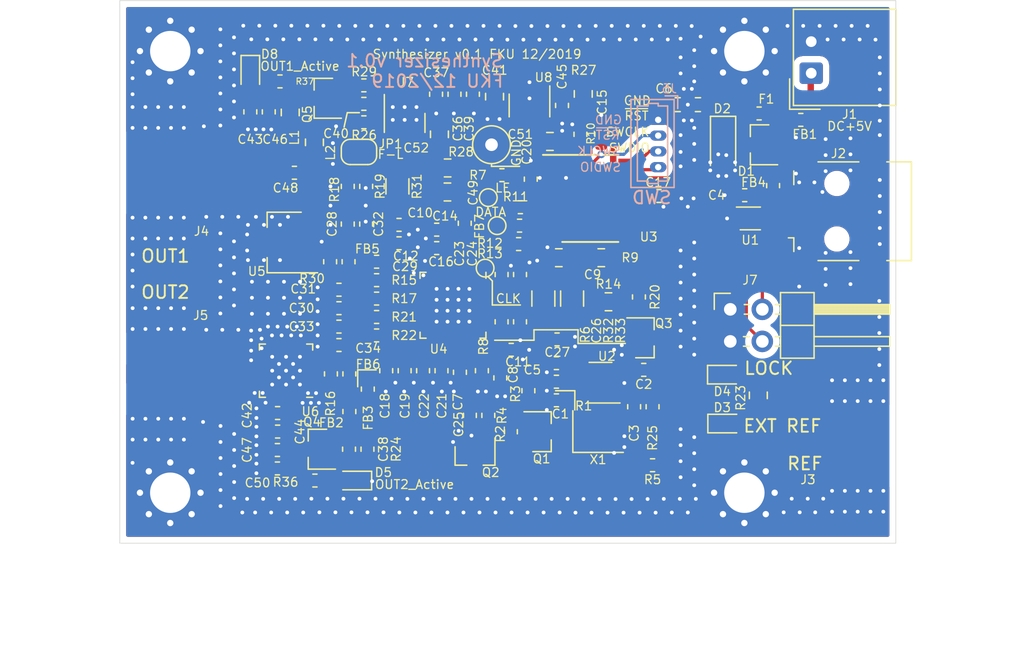
<source format=kicad_pcb>
(kicad_pcb (version 20191123) (host pcbnew "(5.99.0-446-g2a3d4ffe8)")
  (layers (0 "F.Cu" signal) (31 "B.Cu" signal) (34 "B.Paste" user) (35 "F.Paste" user) (36 "B.SilkS" user) (37 "F.SilkS" user) (38 "B.Mask" user) (39 "F.Mask" user) (44 "Edge.Cuts" user))
  (net 0 "")
  (net 1 "GND")
  (net 2 "Net-(C6-Pad1)")
  (net 3 "Net-(C2-Pad2)")
  (net 4 "Net-(C2-Pad1)")
  (net 5 "VBUS")
  (net 6 "Net-(C5-Pad1)")
  (net 7 "Net-(C3-Pad1)")
  (net 8 "+5V")
  (net 9 "Net-(C7-Pad1)")
  (net 10 "Net-(C8-Pad1)")
  (net 11 "VDD")
  (net 12 "VDDA")
  (net 13 "/RFOUTA")
  (net 14 "Net-(C38-Pad2)")
  (net 15 "/RFOUTB")
  (net 16 "Net-(C40-Pad2)")
  (net 17 "Net-(C42-Pad2)")
  (net 18 "Net-(C49-Pad2)")
  (net 19 "Net-(D1-Pad2)")
  (net 20 "Net-(F1-Pad2)")
  (net 21 "Net-(FB1-Pad2)")
  (net 22 "Net-(J5-Pad1)")
  (net 23 "Net-(L1-Pad2)")
  (net 24 "Net-(Q1-Pad1)")
  (net 25 "Net-(Q2-Pad3)")
  (net 26 "Net-(Q2-Pad1)")
  (net 27 "Net-(Q3-Pad1)")
  (net 28 "/INT_REF")
  (net 29 "/PLO_LE")
  (net 30 "Net-(R8-Pad2)")
  (net 31 "/PLO_DATA")
  (net 32 "/PLO_CLK")
  (net 33 "Net-(R12-Pad2)")
  (net 34 "/PLO_MUXOUT")
  (net 35 "/DOUBLER_EN")
  (net 36 "/RF_OUT_EN")
  (net 37 "/USB_D-")
  (net 38 "/USB_D+")
  (net 39 "Net-(C1-Pad1)")
  (net 40 "Net-(C3-Pad2)")
  (net 41 "Net-(C11-Pad1)")
  (net 42 "Net-(C17-Pad1)")
  (net 43 "Net-(C18-Pad2)")
  (net 44 "Net-(C25-Pad1)")
  (net 45 "Net-(C28-Pad2)")
  (net 46 "Net-(C28-Pad1)")
  (net 47 "Net-(C29-Pad2)")
  (net 48 "Net-(C43-Pad2)")
  (net 49 "Net-(C48-Pad2)")
  (net 50 "Net-(C48-Pad1)")
  (net 51 "Net-(D3-Pad1)")
  (net 52 "Net-(D4-Pad1)")
  (net 53 "Net-(J2-Pad3)")
  (net 54 "Net-(J2-Pad2)")
  (net 55 "Net-(JP1-Pad2)")
  (net 56 "Net-(JP1-Pad1)")
  (net 57 "Net-(R6-Pad1)")
  (net 58 "Net-(R7-Pad1)")
  (net 59 "Net-(R10-Pad2)")
  (net 60 "Net-(R11-Pad2)")
  (net 61 "Net-(R13-Pad2)")
  (net 62 "Net-(R14-Pad2)")
  (net 63 "Net-(R21-Pad2)")
  (net 64 "Net-(U2-Pad4)")
  (net 65 "Net-(R17-Pad2)")
  (net 66 "Net-(D1-Pad1)")
  (net 67 "Net-(Q5-Pad2)")
  (net 68 "Net-(C30-Pad2)")
  (net 69 "Net-(R16-Pad2)")
  (net 70 "Net-(C14-Pad2)")
  (net 71 "Net-(C10-Pad2)")
  (net 72 "Net-(R32-Pad2)")
  (net 73 "/VDD1")
  (net 74 "Net-(D4-Pad2)")
  (net 75 "Net-(FB2-Pad1)")
  (net 76 "Net-(D5-Pad2)")
  (net 77 "Net-(D8-Pad2)")
  (net 78 "/~RST")
  (net 79 "/SWCLK")
  (net 80 "/SWDIO")
  (net 81 "Net-(J7-Pad2)")
  (net 82 "Net-(J7-Pad4)")
  (module "KLALIB_Housing:DFN-10-1EP_3x3mm_P0.5mm_EP1.65x2.38mm_ThermalVias" (layer "F.Cu") (at 121.576167 51.943 -90)
    (fp_text reference "U7" (at -2.4765 -0.026333 180) (layer "F.SilkS") (effects (font (size 0.7 0.7) (thickness 0.1))))
    (fp_text value "LT3042xMSE")
    (pad "11" smd rect (at 0 0 270) (size 1.65 2.38) (layers "B.Cu") (net 1 "GND"))
    (pad "11" thru_hole circle (at 0.508 0.94 270) (size 0.5 0.5) (drill 0.3) (layers *.Cu) (net 1 "GND"))
    (pad "11" thru_hole circle (at -0.508 0.94 270) (size 0.5 0.5) (drill 0.3) (layers *.Cu) (net 1 "GND"))
    (pad "11" thru_hole circle (at 0.508 0 270) (size 0.5 0.5) (drill 0.3) (layers *.Cu) (net 1 "GND"))
    (pad "11" thru_hole circle (at -0.508 0 270) (size 0.5 0.5) (drill 0.3) (layers *.Cu) (net 1 "GND"))
    (pad "11" thru_hole circle (at 0.508 -0.94 270) (size 0.5 0.5) (drill 0.3) (layers *.Cu) (net 1 "GND"))
    (pad "11" thru_hole circle (at -0.508 -0.94 270) (size 0.5 0.5) (drill 0.3) (layers *.Cu) (net 1 "GND"))
    (pad "11" smd rect (at 0 0 270) (size 1.65 2.38) (layers "F.Cu" "F.Mask") (net 1 "GND"))
    (pad "10" smd roundrect (at 1.45 -1 270) (size 0.85 0.25) (layers "F.Cu" "F.Paste" "F.Mask") (net 12 "VDDA"))
    (pad "9" smd roundrect (at 1.45 -0.5 270) (size 0.85 0.25) (layers "F.Cu" "F.Paste" "F.Mask") (net 12 "VDDA"))
    (pad "8" smd roundrect (at 1.45 0 270) (size 0.85 0.25) (layers "F.Cu" "F.Paste" "F.Mask") (net 1 "GND"))
    (pad "7" smd roundrect (at 1.45 0.5 270) (size 0.85 0.25) (layers "F.Cu" "F.Paste" "F.Mask") (net 18 "Net-(C49-Pad2)"))
    (pad "6" smd roundrect (at 1.45 1 270) (size 0.85 0.25) (layers "F.Cu" "F.Paste" "F.Mask") (net 8 "+5V"))
    (pad "5" smd roundrect (at -1.45 1 270) (size 0.85 0.25) (layers "F.Cu" "F.Paste" "F.Mask") (net 1 "GND"))
    (pad "4" smd roundrect (at -1.45 0.5 270) (size 0.85 0.25) (layers "F.Cu" "F.Paste" "F.Mask"))
    (pad "3" smd roundrect (at -1.45 0 270) (size 0.85 0.25) (layers "F.Cu" "F.Paste" "F.Mask") (net 8 "+5V"))
    (pad "2" smd roundrect (at -1.45 -0.5 270) (size 0.85 0.25) (layers "F.Cu" "F.Paste" "F.Mask") (net 8 "+5V"))
    (pad "1" smd roundrect (at -1.45 -1 270) (size 0.85 0.25) (layers "F.Cu" "F.Paste" "F.Mask") (net 8 "+5V"))
  )
  (module "Connector_USB:USB_Mini-B_Lumberg_2486_01_Horizontal" (layer "F.Cu") (at 155.829 59.69 90)
    (fp_text reference "J2" (at 4.572 0.127 180) (layer "F.SilkS") (effects (font (size 0.7 0.7) (thickness 0.1))))
    (fp_text value "USB_B_Mini")
    (pad "" np_thru_hole circle (at 2.2 0 90) (size 1 1) (drill 1) (layers *.Cu *.Mask))
    (pad "" np_thru_hole circle (at -2.2 0 90) (size 1 1) (drill 1) (layers *.Cu *.Mask))
    (pad "6" smd rect (at 4.45 2.85 90) (size 2 1.7) (layers "F.Cu" "F.Paste" "F.Mask") (net 1 "GND"))
    (pad "6" smd rect (at 4.45 -2.6 90) (size 2 1.7) (layers "F.Cu" "F.Paste" "F.Mask") (net 1 "GND"))
    (pad "6" smd rect (at -4.45 2.85 90) (size 2 1.7) (layers "F.Cu" "F.Paste" "F.Mask") (net 1 "GND"))
    (pad "6" smd rect (at -4.45 -2.6 90) (size 2 1.7) (layers "F.Cu" "F.Paste" "F.Mask") (net 1 "GND"))
    (pad "5" smd rect (at 1.6 -2.7 90) (size 0.5 2) (layers "F.Cu" "F.Paste" "F.Mask") (net 1 "GND"))
    (pad "4" smd rect (at 0.8 -2.7 90) (size 0.5 2) (layers "F.Cu" "F.Paste" "F.Mask"))
    (pad "3" smd rect (at 0 -2.7 90) (size 0.5 2) (layers "F.Cu" "F.Paste" "F.Mask") (net 53 "Net-(J2-Pad3)"))
    (pad "2" smd rect (at -0.8 -2.7 90) (size 0.5 2) (layers "F.Cu" "F.Paste" "F.Mask") (net 54 "Net-(J2-Pad2)"))
    (pad "1" smd rect (at -1.6 -2.7 90) (size 0.5 2) (layers "F.Cu" "F.Paste" "F.Mask") (net 5 "VBUS"))
  )
  (module "Resistor_SMD:R_1206_3216Metric" (layer "F.Cu") (at 132.57022 66.612615 -90)
    (fp_text reference "R33" (at 2.538885 -6.11378 90) (layer "F.SilkS") (effects (font (size 0.7 0.7) (thickness 0.1))))
    (fp_text value "0R" hide)
    (pad "2" smd roundrect (at 1.4 0 270) (size 1.25 1.75) (layers "F.Cu" "F.Paste" "F.Mask") (roundrect_rratio 0.2) (net 73 "/VDD1"))
    (pad "1" smd roundrect (at -1.4 0 270) (size 1.25 1.75) (layers "F.Cu" "F.Paste" "F.Mask") (roundrect_rratio 0.2) (net 11 "VDD"))
  )
  (module "Resistor_SMD:R_1206_3216Metric" (layer "F.Cu") (at 134.847667 66.612615 90)
    (fp_text reference "R32" (at -2.538885 2.883833 90) (layer "F.SilkS") (effects (font (size 0.7 0.7) (thickness 0.1))))
    (fp_text value "0R" hide)
    (pad "2" smd roundrect (at 1.4 0 90) (size 1.25 1.75) (layers "F.Cu" "F.Paste" "F.Mask") (roundrect_rratio 0.2) (net 72 "Net-(R32-Pad2)"))
    (pad "1" smd roundrect (at -1.4 0 90) (size 1.25 1.75) (layers "F.Cu" "F.Paste" "F.Mask") (roundrect_rratio 0.2) (net 28 "/INT_REF"))
  )
  (module "Package_TO_SOT_SMD:SOT-666" (layer "F.Cu") (at 148.971 60.2615)
    (fp_text reference "U1" (at 0 1.7145) (layer "F.SilkS") (effects (font (size 0.7 0.7) (thickness 0.1))))
    (fp_text value "USBLC6-2" hide)
    (pad "1" smd rect (at -0.85 -0.5375) (size 0.5 0.375) (layers "F.Cu" "F.Paste" "F.Mask") (net 38 "/USB_D+"))
    (pad "3" smd rect (at -0.85 0.5375) (size 0.5 0.375) (layers "F.Cu" "F.Paste" "F.Mask") (net 37 "/USB_D-"))
    (pad "5" smd rect (at 0.925 0) (size 0.65 0.3) (layers "F.Cu" "F.Paste" "F.Mask") (net 5 "VBUS"))
    (pad "2" smd rect (at -0.925 0) (size 0.65 0.3) (layers "F.Cu" "F.Paste" "F.Mask") (net 1 "GND"))
    (pad "4" smd rect (at 0.85 0.5375) (size 0.5 0.375) (layers "F.Cu" "F.Paste" "F.Mask") (net 54 "Net-(J2-Pad2)"))
    (pad "6" smd rect (at 0.85 -0.5375) (size 0.5 0.375) (layers "F.Cu" "F.Paste" "F.Mask") (net 53 "Net-(J2-Pad3)"))
  )
  (module "LED_SMD:LED_0603_1608Metric" (layer "F.Cu") (at 117.475 81.03362 180)
    (fp_text reference "D5" (at -2.413 0.64262) (layer "F.SilkS") (effects (font (size 0.7 0.7) (thickness 0.1))))
    (fp_text value "LG L29K-F2J1-24" hide)
    (pad "1" smd roundrect (at -0.7875 0 180) (size 0.875 0.95) (layers "F.Cu" "F.Paste" "F.Mask") (net 1 "GND"))
    (pad "2" smd roundrect (at 0.7875 0 180) (size 0.875 0.95) (layers "F.Cu" "F.Paste" "F.Mask") (net 76 "Net-(D5-Pad2)"))
  )
  (module "LED_SMD:LED_0603_1608Metric" (layer "F.Cu") (at 147.066 72.644)
    (fp_text reference "D4" (at -0.3175 1.3335) (layer "F.SilkS") (effects (font (size 0.7 0.7) (thickness 0.1))))
    (fp_text value "LG L29K-F2J1-24" hide)
    (pad "1" smd roundrect (at -0.7875 0) (size 0.875 0.95) (layers "F.Cu" "F.Paste" "F.Mask") (net 52 "Net-(D4-Pad1)"))
    (pad "2" smd roundrect (at 0.7875 0) (size 0.875 0.95) (layers "F.Cu" "F.Paste" "F.Mask") (net 74 "Net-(D4-Pad2)"))
  )
  (module "LED_SMD:LED_0603_1608Metric" (layer "F.Cu") (at 147.0915 76.5175)
    (fp_text reference "D3" (at -0.343 -1.27) (layer "F.SilkS") (effects (font (size 0.7 0.7) (thickness 0.1))))
    (fp_text value "LG L29K-F2J1-24" hide)
    (pad "1" smd roundrect (at -0.7875 0) (size 0.875 0.95) (layers "F.Cu" "F.Paste" "F.Mask") (net 51 "Net-(D3-Pad1)"))
    (pad "2" smd roundrect (at 0.7875 0) (size 0.875 0.95) (layers "F.Cu" "F.Paste" "F.Mask") (net 8 "+5V"))
  )
  (module "KLALIB_Connector_Coaxial:SMA_Molex_73251-1153_EdgeMount_Horizontal" (layer "F.Cu") (at 103.828 72.5805)
    (fp_text reference "J5" (at 1.582 -4.6355) (layer "F.SilkS") (effects (font (size 0.7 0.7) (thickness 0.1))))
    (fp_text value "RF OUT2")
    (pad "1" smd rect (at -1.72 0) (size 5.08 1.6) (layers "F.Cu" "F.Paste" "F.Mask") (net 22 "Net-(J5-Pad1)"))
    (pad "2" smd rect (at -1.72 -4.38) (size 5.08 2.42) (layers "F.Cu" "F.Paste" "F.Mask") (net 1 "GND"))
    (pad "2" smd rect (at -1.72 4.38) (size 5.08 2.42) (layers "F.Cu" "F.Paste" "F.Mask") (net 1 "GND"))
    (pad "2" smd rect (at -1.72 -4.38) (size 5.08 2.42) (layers "B.Cu" "B.Paste" "B.Mask") (net 1 "GND"))
    (pad "2" smd rect (at -1.72 4.38) (size 5.08 2.42) (layers "B.Cu" "B.Paste" "B.Mask") (net 1 "GND"))
    (pad "2" thru_hole circle (at -3.81 3.556) (size 0.6 0.6) (drill 0.3) (layers *.Cu) (net 1 "GND"))
    (pad "2" thru_hole circle (at -2.794 3.556) (size 0.6 0.6) (drill 0.3) (layers *.Cu) (net 1 "GND"))
    (pad "2" thru_hole circle (at -1.778 3.556) (size 0.6 0.6) (drill 0.3) (layers *.Cu) (net 1 "GND"))
    (pad "2" thru_hole circle (at -0.762 3.556) (size 0.6 0.6) (drill 0.3) (layers *.Cu) (net 1 "GND"))
    (pad "2" thru_hole circle (at 0.254 3.556) (size 0.6 0.6) (drill 0.3) (layers *.Cu) (net 1 "GND"))
    (pad "2" thru_hole circle (at -3.81 5.207) (size 0.6 0.6) (drill 0.3) (layers *.Cu) (net 1 "GND"))
    (pad "2" thru_hole circle (at -1.778 5.207) (size 0.6 0.6) (drill 0.3) (layers *.Cu) (net 1 "GND"))
    (pad "2" thru_hole circle (at -2.794 5.207) (size 0.6 0.6) (drill 0.3) (layers *.Cu) (net 1 "GND"))
    (pad "2" thru_hole circle (at -0.762 5.207) (size 0.6 0.6) (drill 0.3) (layers *.Cu) (net 1 "GND"))
    (pad "2" thru_hole circle (at 0.254 5.207) (size 0.6 0.6) (drill 0.3) (layers *.Cu) (net 1 "GND"))
    (pad "2" thru_hole circle (at -2.794 -3.556) (size 0.6 0.6) (drill 0.3) (layers *.Cu) (net 1 "GND"))
    (pad "2" thru_hole circle (at -3.81 -3.556) (size 0.6 0.6) (drill 0.3) (layers *.Cu) (net 1 "GND"))
    (pad "2" thru_hole circle (at -1.778 -3.556) (size 0.6 0.6) (drill 0.3) (layers *.Cu) (net 1 "GND"))
    (pad "2" thru_hole circle (at -0.762 -3.556) (size 0.6 0.6) (drill 0.3) (layers *.Cu) (net 1 "GND"))
    (pad "2" thru_hole circle (at 0.254 -3.556) (size 0.6 0.6) (drill 0.3) (layers *.Cu) (net 1 "GND"))
    (pad "2" thru_hole circle (at 0.254 -5.207) (size 0.6 0.6) (drill 0.3) (layers *.Cu) (net 1 "GND"))
    (pad "2" thru_hole circle (at -2.794 -5.207) (size 0.6 0.6) (drill 0.3) (layers *.Cu) (net 1 "GND"))
    (pad "2" thru_hole circle (at -3.81 -5.207) (size 0.6 0.6) (drill 0.3) (layers *.Cu) (net 1 "GND"))
    (pad "2" thru_hole circle (at -0.762 -5.207) (size 0.6 0.6) (drill 0.3) (layers *.Cu) (net 1 "GND"))
    (pad "2" thru_hole circle (at -1.778 -5.207) (size 0.6 0.6) (drill 0.3) (layers *.Cu) (net 1 "GND"))
  )
  (module "KLALIB_Connector_Coaxial:SMA_Molex_73251-1153_EdgeMount_Horizontal" (layer "F.Cu") (at 103.8225 56.642)
    (fp_text reference "J4" (at 1.651 4.6355) (layer "F.SilkS") (effects (font (size 0.7 0.7) (thickness 0.1))))
    (fp_text value "RF OUT1")
    (pad "1" smd rect (at -1.72 0) (size 5.08 1.6) (layers "F.Cu" "F.Paste" "F.Mask") (net 50 "Net-(C48-Pad1)"))
    (pad "2" smd rect (at -1.72 -4.38) (size 5.08 2.42) (layers "F.Cu" "F.Paste" "F.Mask") (net 1 "GND"))
    (pad "2" smd rect (at -1.72 4.38) (size 5.08 2.42) (layers "F.Cu" "F.Paste" "F.Mask") (net 1 "GND"))
    (pad "2" smd rect (at -1.72 -4.38) (size 5.08 2.42) (layers "B.Cu" "B.Paste" "B.Mask") (net 1 "GND"))
    (pad "2" smd rect (at -1.72 4.38) (size 5.08 2.42) (layers "B.Cu" "B.Paste" "B.Mask") (net 1 "GND"))
    (pad "2" thru_hole circle (at -3.81 3.556) (size 0.6 0.6) (drill 0.3) (layers *.Cu) (net 1 "GND"))
    (pad "2" thru_hole circle (at -2.794 3.556) (size 0.6 0.6) (drill 0.3) (layers *.Cu) (net 1 "GND"))
    (pad "2" thru_hole circle (at -1.778 3.556) (size 0.6 0.6) (drill 0.3) (layers *.Cu) (net 1 "GND"))
    (pad "2" thru_hole circle (at -0.762 3.556) (size 0.6 0.6) (drill 0.3) (layers *.Cu) (net 1 "GND"))
    (pad "2" thru_hole circle (at 0.254 3.556) (size 0.6 0.6) (drill 0.3) (layers *.Cu) (net 1 "GND"))
    (pad "2" thru_hole circle (at -3.81 5.207) (size 0.6 0.6) (drill 0.3) (layers *.Cu) (net 1 "GND"))
    (pad "2" thru_hole circle (at -1.778 5.207) (size 0.6 0.6) (drill 0.3) (layers *.Cu) (net 1 "GND"))
    (pad "2" thru_hole circle (at -2.794 5.207) (size 0.6 0.6) (drill 0.3) (layers *.Cu) (net 1 "GND"))
    (pad "2" thru_hole circle (at -0.762 5.207) (size 0.6 0.6) (drill 0.3) (layers *.Cu) (net 1 "GND"))
    (pad "2" thru_hole circle (at 0.254 5.207) (size 0.6 0.6) (drill 0.3) (layers *.Cu) (net 1 "GND"))
    (pad "2" thru_hole circle (at -2.794 -3.556) (size 0.6 0.6) (drill 0.3) (layers *.Cu) (net 1 "GND"))
    (pad "2" thru_hole circle (at -3.81 -3.556) (size 0.6 0.6) (drill 0.3) (layers *.Cu) (net 1 "GND"))
    (pad "2" thru_hole circle (at -1.778 -3.556) (size 0.6 0.6) (drill 0.3) (layers *.Cu) (net 1 "GND"))
    (pad "2" thru_hole circle (at -0.762 -3.556) (size 0.6 0.6) (drill 0.3) (layers *.Cu) (net 1 "GND"))
    (pad "2" thru_hole circle (at 0.254 -3.556) (size 0.6 0.6) (drill 0.3) (layers *.Cu) (net 1 "GND"))
    (pad "2" thru_hole circle (at 0.254 -5.207) (size 0.6 0.6) (drill 0.3) (layers *.Cu) (net 1 "GND"))
    (pad "2" thru_hole circle (at -2.794 -5.207) (size 0.6 0.6) (drill 0.3) (layers *.Cu) (net 1 "GND"))
    (pad "2" thru_hole circle (at -3.81 -5.207) (size 0.6 0.6) (drill 0.3) (layers *.Cu) (net 1 "GND"))
    (pad "2" thru_hole circle (at -0.762 -5.207) (size 0.6 0.6) (drill 0.3) (layers *.Cu) (net 1 "GND"))
    (pad "2" thru_hole circle (at -1.778 -5.207) (size 0.6 0.6) (drill 0.3) (layers *.Cu) (net 1 "GND"))
  )
  (module "KLALIB_Connector_Coaxial:SMA_Molex_73251-1153_EdgeMount_Horizontal" (layer "F.Cu") (at 155.702 78.294 180)
    (fp_text reference "J3" (at 2.159 -2.6685) (layer "F.SilkS") (effects (font (size 0.7 0.7) (thickness 0.1))))
    (fp_text value "EXT_REF_IN")
    (pad "2" thru_hole circle (at -1.778 -5.207 180) (size 0.6 0.6) (drill 0.3) (layers *.Cu) (net 1 "GND"))
    (pad "2" thru_hole circle (at -0.762 -5.207 180) (size 0.6 0.6) (drill 0.3) (layers *.Cu) (net 1 "GND"))
    (pad "2" thru_hole circle (at -3.81 -5.207 180) (size 0.6 0.6) (drill 0.3) (layers *.Cu) (net 1 "GND"))
    (pad "2" thru_hole circle (at -2.794 -5.207 180) (size 0.6 0.6) (drill 0.3) (layers *.Cu) (net 1 "GND"))
    (pad "2" thru_hole circle (at 0.254 -5.207 180) (size 0.6 0.6) (drill 0.3) (layers *.Cu) (net 1 "GND"))
    (pad "2" thru_hole circle (at 0.254 -3.556 180) (size 0.6 0.6) (drill 0.3) (layers *.Cu) (net 1 "GND"))
    (pad "2" thru_hole circle (at -0.762 -3.556 180) (size 0.6 0.6) (drill 0.3) (layers *.Cu) (net 1 "GND"))
    (pad "2" thru_hole circle (at -1.778 -3.556 180) (size 0.6 0.6) (drill 0.3) (layers *.Cu) (net 1 "GND"))
    (pad "2" thru_hole circle (at -3.81 -3.556 180) (size 0.6 0.6) (drill 0.3) (layers *.Cu) (net 1 "GND"))
    (pad "2" thru_hole circle (at -2.794 -3.556 180) (size 0.6 0.6) (drill 0.3) (layers *.Cu) (net 1 "GND"))
    (pad "2" thru_hole circle (at 0.254 5.207 180) (size 0.6 0.6) (drill 0.3) (layers *.Cu) (net 1 "GND"))
    (pad "2" thru_hole circle (at -0.762 5.207 180) (size 0.6 0.6) (drill 0.3) (layers *.Cu) (net 1 "GND"))
    (pad "2" thru_hole circle (at -2.794 5.207 180) (size 0.6 0.6) (drill 0.3) (layers *.Cu) (net 1 "GND"))
    (pad "2" thru_hole circle (at -1.778 5.207 180) (size 0.6 0.6) (drill 0.3) (layers *.Cu) (net 1 "GND"))
    (pad "2" thru_hole circle (at -3.81 5.207 180) (size 0.6 0.6) (drill 0.3) (layers *.Cu) (net 1 "GND"))
    (pad "2" thru_hole circle (at 0.254 3.556 180) (size 0.6 0.6) (drill 0.3) (layers *.Cu) (net 1 "GND"))
    (pad "2" thru_hole circle (at -0.762 3.556 180) (size 0.6 0.6) (drill 0.3) (layers *.Cu) (net 1 "GND"))
    (pad "2" thru_hole circle (at -1.778 3.556 180) (size 0.6 0.6) (drill 0.3) (layers *.Cu) (net 1 "GND"))
    (pad "2" thru_hole circle (at -2.794 3.556 180) (size 0.6 0.6) (drill 0.3) (layers *.Cu) (net 1 "GND"))
    (pad "2" thru_hole circle (at -3.81 3.556 180) (size 0.6 0.6) (drill 0.3) (layers *.Cu) (net 1 "GND"))
    (pad "2" smd rect (at -1.72 4.38 180) (size 5.08 2.42) (layers "B.Cu" "B.Paste" "B.Mask") (net 1 "GND"))
    (pad "2" smd rect (at -1.72 -4.38 180) (size 5.08 2.42) (layers "B.Cu" "B.Paste" "B.Mask") (net 1 "GND"))
    (pad "2" smd rect (at -1.72 4.38 180) (size 5.08 2.42) (layers "F.Cu" "F.Paste" "F.Mask") (net 1 "GND"))
    (pad "2" smd rect (at -1.72 -4.38 180) (size 5.08 2.42) (layers "F.Cu" "F.Paste" "F.Mask") (net 1 "GND"))
    (pad "1" smd rect (at -1.72 0 180) (size 5.08 1.6) (layers "F.Cu" "F.Paste" "F.Mask") (net 3 "Net-(C2-Pad2)"))
  )
  (module "MountingHole:MountingHole_3.2mm_M3_Pad_Via" (layer "F.Cu") (at 103 82)
    (fp_text reference "H4" hide)
    (fp_text value "MountingHole_Pad" hide)
    (pad "1" thru_hole circle (at 0 0) (size 6.4 6.4) (drill 3.2) (layers *.Cu *.Mask) (net 1 "GND"))
    (pad "1" thru_hole circle (at 2.4 0) (size 0.8 0.8) (drill 0.5) (layers *.Cu *.Mask) (net 1 "GND"))
    (pad "1" thru_hole circle (at 1.697056 1.697056) (size 0.8 0.8) (drill 0.5) (layers *.Cu *.Mask) (net 1 "GND"))
    (pad "1" thru_hole circle (at 0 2.4) (size 0.8 0.8) (drill 0.5) (layers *.Cu *.Mask) (net 1 "GND"))
    (pad "1" thru_hole circle (at -1.697056 1.697056) (size 0.8 0.8) (drill 0.5) (layers *.Cu *.Mask) (net 1 "GND"))
    (pad "1" thru_hole circle (at -2.4 0) (size 0.8 0.8) (drill 0.5) (layers *.Cu *.Mask) (net 1 "GND"))
    (pad "1" thru_hole circle (at -1.697056 -1.697056) (size 0.8 0.8) (drill 0.5) (layers *.Cu *.Mask) (net 1 "GND"))
    (pad "1" thru_hole circle (at 0 -2.4) (size 0.8 0.8) (drill 0.5) (layers *.Cu *.Mask) (net 1 "GND"))
    (pad "1" thru_hole circle (at 1.697056 -1.697056) (size 0.8 0.8) (drill 0.5) (layers *.Cu *.Mask) (net 1 "GND"))
  )
  (module "MountingHole:MountingHole_3.2mm_M3_Pad_Via" (layer "F.Cu") (at 148.5 82)
    (fp_text reference "H3" hide)
    (fp_text value "MountingHole_Pad" hide)
    (pad "1" thru_hole circle (at 0 0) (size 6.4 6.4) (drill 3.2) (layers *.Cu *.Mask) (net 1 "GND"))
    (pad "1" thru_hole circle (at 2.4 0) (size 0.8 0.8) (drill 0.5) (layers *.Cu *.Mask) (net 1 "GND"))
    (pad "1" thru_hole circle (at 1.697056 1.697056) (size 0.8 0.8) (drill 0.5) (layers *.Cu *.Mask) (net 1 "GND"))
    (pad "1" thru_hole circle (at 0 2.4) (size 0.8 0.8) (drill 0.5) (layers *.Cu *.Mask) (net 1 "GND"))
    (pad "1" thru_hole circle (at -1.697056 1.697056) (size 0.8 0.8) (drill 0.5) (layers *.Cu *.Mask) (net 1 "GND"))
    (pad "1" thru_hole circle (at -2.4 0) (size 0.8 0.8) (drill 0.5) (layers *.Cu *.Mask) (net 1 "GND"))
    (pad "1" thru_hole circle (at -1.697056 -1.697056) (size 0.8 0.8) (drill 0.5) (layers *.Cu *.Mask) (net 1 "GND"))
    (pad "1" thru_hole circle (at 0 -2.4) (size 0.8 0.8) (drill 0.5) (layers *.Cu *.Mask) (net 1 "GND"))
    (pad "1" thru_hole circle (at 1.697056 -1.697056) (size 0.8 0.8) (drill 0.5) (layers *.Cu *.Mask) (net 1 "GND"))
  )
  (module "MountingHole:MountingHole_3.2mm_M3_Pad_Via" (layer "F.Cu") (at 148.5 47)
    (fp_text reference "H2" hide)
    (fp_text value "MountingHole_Pad" hide)
    (pad "1" thru_hole circle (at 0 0) (size 6.4 6.4) (drill 3.2) (layers *.Cu *.Mask) (net 1 "GND"))
    (pad "1" thru_hole circle (at 2.4 0) (size 0.8 0.8) (drill 0.5) (layers *.Cu *.Mask) (net 1 "GND"))
    (pad "1" thru_hole circle (at 1.697056 1.697056) (size 0.8 0.8) (drill 0.5) (layers *.Cu *.Mask) (net 1 "GND"))
    (pad "1" thru_hole circle (at 0 2.4) (size 0.8 0.8) (drill 0.5) (layers *.Cu *.Mask) (net 1 "GND"))
    (pad "1" thru_hole circle (at -1.697056 1.697056) (size 0.8 0.8) (drill 0.5) (layers *.Cu *.Mask) (net 1 "GND"))
    (pad "1" thru_hole circle (at -2.4 0) (size 0.8 0.8) (drill 0.5) (layers *.Cu *.Mask) (net 1 "GND"))
    (pad "1" thru_hole circle (at -1.697056 -1.697056) (size 0.8 0.8) (drill 0.5) (layers *.Cu *.Mask) (net 1 "GND"))
    (pad "1" thru_hole circle (at 0 -2.4) (size 0.8 0.8) (drill 0.5) (layers *.Cu *.Mask) (net 1 "GND"))
    (pad "1" thru_hole circle (at 1.697056 -1.697056) (size 0.8 0.8) (drill 0.5) (layers *.Cu *.Mask) (net 1 "GND"))
  )
  (module "MountingHole:MountingHole_3.2mm_M3_Pad_Via" (layer "F.Cu") (at 103 47)
    (fp_text reference "H1" hide)
    (fp_text value "MountingHole_Pad" hide)
    (pad "1" thru_hole circle (at 1.697056 -1.697056) (size 0.8 0.8) (drill 0.5) (layers *.Cu *.Mask) (net 1 "GND"))
    (pad "1" thru_hole circle (at 0 -2.4) (size 0.8 0.8) (drill 0.5) (layers *.Cu *.Mask) (net 1 "GND"))
    (pad "1" thru_hole circle (at -1.697056 -1.697056) (size 0.8 0.8) (drill 0.5) (layers *.Cu *.Mask) (net 1 "GND"))
    (pad "1" thru_hole circle (at -2.4 0) (size 0.8 0.8) (drill 0.5) (layers *.Cu *.Mask) (net 1 "GND"))
    (pad "1" thru_hole circle (at -1.697056 1.697056) (size 0.8 0.8) (drill 0.5) (layers *.Cu *.Mask) (net 1 "GND"))
    (pad "1" thru_hole circle (at 0 2.4) (size 0.8 0.8) (drill 0.5) (layers *.Cu *.Mask) (net 1 "GND"))
    (pad "1" thru_hole circle (at 1.697056 1.697056) (size 0.8 0.8) (drill 0.5) (layers *.Cu *.Mask) (net 1 "GND"))
    (pad "1" thru_hole circle (at 2.4 0) (size 0.8 0.8) (drill 0.5) (layers *.Cu *.Mask) (net 1 "GND"))
    (pad "1" thru_hole circle (at 0 0) (size 6.4 6.4) (drill 3.2) (layers *.Cu *.Mask) (net 1 "GND"))
  )
  (module "Connector_Molex:Molex_PicoBlade_53047-0410_1x04_P1.25mm_Vertical" (layer "B.Cu") (at 141.6685 52.4475 -90)
    (fp_text reference "J6" (at -2.473 -0.889) (layer "B.SilkS") (effects (font (size 0.7 0.7) (thickness 0.1)) (justify mirror)))
    (fp_text value "SWD")
    (pad "1" thru_hole roundrect (at 0 0 270) (size 0.8 1.3) (drill 0.5) (layers *.Cu *.Mask) (net 1 "GND"))
    (pad "2" thru_hole oval (at 1.25 0 270) (size 0.8 1.3) (drill 0.5) (layers *.Cu *.Mask) (net 78 "/~RST"))
    (pad "3" thru_hole oval (at 2.5 0 270) (size 0.8 1.3) (drill 0.5) (layers *.Cu *.Mask) (net 79 "/SWCLK"))
    (pad "4" thru_hole oval (at 3.75 0 270) (size 0.8 1.3) (drill 0.5) (layers *.Cu *.Mask) (net 80 "/SWDIO"))
  )
  (module "Resistor_SMD:R_0603_1608Metric" (layer "F.Cu") (at 111.6965 49.403)
    (fp_text reference "R37" (at 1.9685 0 180) (layer "F.SilkS") (effects (font (size 0.5 0.5) (thickness 0.08))))
    (fp_text value "1k" hide)
    (pad "2" smd roundrect (at 0.7875 0) (size 0.875 0.95) (layers "F.Cu" "F.Paste" "F.Mask") (net 48 "Net-(C43-Pad2)"))
    (pad "1" smd roundrect (at -0.7875 0) (size 0.875 0.95) (layers "F.Cu" "F.Paste" "F.Mask") (net 77 "Net-(D8-Pad2)"))
  )
  (module "LED_SMD:LED_0603_1608Metric" (layer "F.Cu") (at 109.347 48.8315 -90)
    (fp_text reference "D8" (at -1.5875 -1.524 180) (layer "F.SilkS") (effects (font (size 0.7 0.7) (thickness 0.1))))
    (fp_text value "LG L29K-F2J1-24" hide)
    (pad "1" smd roundrect (at -0.7875 0 270) (size 0.875 0.95) (layers "F.Cu" "F.Paste" "F.Mask") (net 1 "GND"))
    (pad "2" smd roundrect (at 0.7875 0 270) (size 0.875 0.95) (layers "F.Cu" "F.Paste" "F.Mask") (net 77 "Net-(D8-Pad2)"))
  )
  (module "Resistor_SMD:R_0603_1608Metric" (layer "F.Cu") (at 114.465 81.03362 180)
    (fp_text reference "R36" (at 2.324 -0.127) (layer "F.SilkS") (effects (font (size 0.7 0.7) (thickness 0.1))))
    (fp_text value "1k" hide)
    (pad "2" smd roundrect (at 0.7875 0 180) (size 0.875 0.95) (layers "F.Cu" "F.Paste" "F.Mask") (net 17 "Net-(C42-Pad2)"))
    (pad "1" smd roundrect (at -0.7875 0 180) (size 0.875 0.95) (layers "F.Cu" "F.Paste" "F.Mask") (net 76 "Net-(D5-Pad2)"))
  )
  (module "TestPoint:TestPoint_Loop_D1.80mm_Drill1.0mm_Beaded" (layer "F.Cu") (at 128.4605 54.4195)
    (fp_text reference "TP7" hide)
    (fp_text value "GND" hide)
    (pad "1" thru_hole circle (at 0 0) (size 2 2) (drill 1) (layers *.Cu *.Mask) (net 1 "GND"))
  )
  (module "KLALIB_EMI_Suppression_Filters_Cap_Type:NFM18PS_Series" (layer "F.Cu") (at 144.018 51.2445 180)
    (fp_text reference "C6" (at 1.887 1.27 180) (layer "F.SilkS") (effects (font (size 0.7 0.7) (thickness 0.1))))
    (fp_text value "NFM18PS105" hide)
    (pad "2" smd rect (at 0 1 180) (size 1 1) (layers "F.Cu") (net 1 "GND"))
    (pad "2" smd rect (at 0 0 180) (size 0.6 0.6) (layers "F.Cu") (net 1 "GND"))
    (pad "2" thru_hole circle (at -0.3175 1.25 180) (size 0.5 0.5) (drill 0.3) (layers *.Cu) (net 1 "GND"))
    (pad "2" thru_hole circle (at 0 0 180) (size 0.6 0.6) (drill 0.3) (layers *.Cu) (net 1 "GND"))
    (pad "3" smd trapezoid (at 0.7 0 270) (size 0.7 0.1) (rect_delta 0 0.1) (layers "F.Cu" "F.Paste" "F.Mask") (net 8 "+5V"))
    (pad "2" smd trapezoid (at 0 0.4 180) (size 0.8 0.2) (rect_delta 0 0.2) (layers "F.Cu" "F.Paste" "F.Mask") (net 1 "GND"))
    (pad "3" smd rect (at 1.1 0 180) (size 0.7 0.8) (layers "F.Cu" "F.Paste" "F.Mask") (net 8 "+5V"))
    (pad "1" smd trapezoid (at -0.7 0 90) (size 0.7 0.1) (rect_delta 0 0.1) (layers "F.Cu" "F.Paste" "F.Mask") (net 2 "Net-(C6-Pad1)"))
    (pad "1" smd rect (at -1.1 0) (size 0.7 0.8) (layers "F.Cu" "F.Paste" "F.Mask") (net 2 "Net-(C6-Pad1)"))
    (pad "2" smd trapezoid (at 0 -0.4) (size 0.8 0.2) (rect_delta 0 0.2) (layers "F.Cu" "F.Paste" "F.Mask") (net 1 "GND"))
    (pad "2" smd rect (at 0 -0.8) (size 1 0.6) (layers "F.Cu" "F.Paste" "F.Mask") (net 1 "GND"))
    (pad "2" thru_hole circle (at 0.3175 1.25 180) (size 0.5 0.5) (drill 0.3) (layers *.Cu) (net 1 "GND"))
    (pad "2" thru_hole circle (at -0.3175 -1.25 180) (size 0.5 0.5) (drill 0.3) (layers *.Cu) (net 1 "GND"))
    (pad "2" thru_hole circle (at 0.3175 -1.25 180) (size 0.5 0.5) (drill 0.3) (layers *.Cu) (net 1 "GND"))
    (pad "2" smd rect (at 0 -1) (size 1 1) (layers "F.Cu") (net 1 "GND"))
    (pad "2" smd rect (at 0 0.8) (size 1 0.6) (layers "F.Cu" "F.Paste" "F.Mask") (net 1 "GND"))
  )
  (module "TestPoint:TestPoint_Pad_D1.0mm" (layer "F.Cu") (at 127.9525 64.1985)
    (fp_text reference "TP3" hide)
    (fp_text value "PLO_CLK" hide)
    (pad "1" smd circle (at 0 0) (size 1 1) (layers "F.Cu" "F.Mask") (net 32 "/PLO_CLK"))
  )
  (module "TestPoint:TestPoint_Pad_D1.0mm" (layer "F.Cu") (at 128.905 60.833)
    (fp_text reference "TP2" hide)
    (fp_text value "PLO_DATA" hide)
    (pad "1" smd circle (at 0 0) (size 1 1) (layers "F.Cu" "F.Mask") (net 31 "/PLO_DATA"))
  )
  (module "TestPoint:TestPoint_Pad_D1.0mm" (layer "F.Cu") (at 128.2065 58.6105)
    (fp_text reference "TP1" hide)
    (fp_text value "PLO_LE" hide)
    (pad "1" smd circle (at 0 0) (size 1 1) (layers "F.Cu" "F.Mask") (net 29 "/PLO_LE"))
  )
  (module "Capacitor_SMD:C_0805_2012Metric" (layer "F.Cu") (at 124.968 58.166 180)
    (fp_text reference "C49" (at -2.032 -0.0635 90) (layer "F.SilkS") (effects (font (size 0.7 0.7) (thickness 0.1))))
    (fp_text value "470n" hide)
    (pad "2" smd roundrect (at 0.9375 0 180) (size 0.975 1.4) (layers "F.Cu" "F.Paste" "F.Mask") (net 18 "Net-(C49-Pad2)"))
    (pad "1" smd roundrect (at -0.9375 0 180) (size 0.975 1.4) (layers "F.Cu" "F.Paste" "F.Mask") (net 1 "GND"))
  )
  (module "Resistor_SMD:R_0805_2012Metric" (layer "F.Cu") (at 124.983 56.261 180)
    (fp_text reference "R28" (at -1.0645 1.27 180) (layer "F.SilkS") (effects (font (size 0.7 0.7) (thickness 0.1))))
    (fp_text value "33.2k" hide)
    (pad "2" smd roundrect (at 0.9375 0 180) (size 0.975 1.4) (layers "F.Cu" "F.Paste" "F.Mask") (net 18 "Net-(C49-Pad2)"))
    (pad "1" smd roundrect (at -0.9375 0 180) (size 0.975 1.4) (layers "F.Cu" "F.Paste" "F.Mask") (net 1 "GND"))
  )
  (module "Resistor_SMD:R_0805_2012Metric" (layer "F.Cu") (at 135.72998 50.3936 -90)
    (fp_text reference "R27" (at -1.8796 -0.0254 180) (layer "F.SilkS") (effects (font (size 0.7 0.7) (thickness 0.1))))
    (fp_text value "47k" hide)
    (pad "2" smd roundrect (at 0.9375 0 270) (size 0.975 1.4) (layers "F.Cu" "F.Paste" "F.Mask") (net 36 "/RF_OUT_EN"))
    (pad "1" smd roundrect (at -0.9375 0 270) (size 0.975 1.4) (layers "F.Cu" "F.Paste" "F.Mask") (net 16 "Net-(C40-Pad2)"))
  )
  (module "Inductor_SMD:L_0603_1608Metric" (layer "F.Cu") (at 150.776451 57.658 90)
    (fp_text reference "FB4" (at 0.254 -1.551451 180) (layer "F.SilkS") (effects (font (size 0.7 0.7) (thickness 0.1))))
    (fp_text value "BLM18PG471" hide)
    (pad "2" smd roundrect (at 0.7875 0 90) (size 0.875 0.95) (layers "F.Cu" "F.Paste" "F.Mask") (net 66 "Net-(D1-Pad1)"))
    (pad "1" smd roundrect (at -0.7875 0 90) (size 0.875 0.95) (layers "F.Cu" "F.Paste" "F.Mask") (net 5 "VBUS"))
  )
  (module "KLALIB_Crystal:Crystal_SMD_4Pin_3.2x2.5mm" (layer "F.Cu") (at 136.906 77.1525)
    (fp_text reference "X1" (at 0 2.2225) (layer "F.SilkS") (effects (font (size 0.7 0.7) (thickness 0.1))))
    (fp_text value "TXETALSANF-10MHz" hide)
    (pad "1" smd rect (at -1.2 0.9) (size 1 0.9) (layers "F.Cu" "F.Paste" "F.Mask"))
    (pad "2" smd rect (at 1.2 0.9) (size 1 0.9) (layers "F.Cu" "F.Paste" "F.Mask") (net 1 "GND"))
    (pad "3" smd rect (at 1.2 -0.9) (size 1 0.9) (layers "F.Cu" "F.Paste" "F.Mask") (net 7 "Net-(C3-Pad1)"))
    (pad "4" smd rect (at -1.2 -0.9) (size 1 0.9) (layers "F.Cu" "F.Paste" "F.Mask") (net 39 "Net-(C1-Pad1)"))
  )
  (module "Package_SO:TSSOP-20_4.4x6.5mm_P0.65mm" (layer "F.Cu") (at 136.287583 58.674)
    (fp_text reference "U3" (at 4.631617 3.048) (layer "F.SilkS") (effects (font (size 0.7 0.7) (thickness 0.1))))
    (fp_text value "STM32F042F6Px" hide)
    (pad "20" smd rect (at 2.95 -2.925) (size 1.45 0.45) (layers "F.Cu" "F.Paste" "F.Mask") (net 79 "/SWCLK"))
    (pad "19" smd rect (at 2.95 -2.275) (size 1.45 0.45) (layers "F.Cu" "F.Paste" "F.Mask") (net 80 "/SWDIO"))
    (pad "18" smd rect (at 2.95 -1.625) (size 1.45 0.45) (layers "F.Cu" "F.Paste" "F.Mask") (net 38 "/USB_D+"))
    (pad "17" smd rect (at 2.95 -0.975) (size 1.45 0.45) (layers "F.Cu" "F.Paste" "F.Mask") (net 37 "/USB_D-"))
    (pad "16" smd rect (at 2.95 -0.325) (size 1.45 0.45) (layers "F.Cu" "F.Paste" "F.Mask") (net 42 "Net-(C17-Pad1)"))
    (pad "15" smd rect (at 2.95 0.325) (size 1.45 0.45) (layers "F.Cu" "F.Paste" "F.Mask") (net 1 "GND"))
    (pad "14" smd rect (at 2.95 0.975) (size 1.45 0.45) (layers "F.Cu" "F.Paste" "F.Mask") (net 34 "/PLO_MUXOUT"))
    (pad "13" smd rect (at 2.95 1.625) (size 1.45 0.45) (layers "F.Cu" "F.Paste" "F.Mask") (net 81 "Net-(J7-Pad2)"))
    (pad "12" smd rect (at 2.95 2.275) (size 1.45 0.45) (layers "F.Cu" "F.Paste" "F.Mask") (net 82 "Net-(J7-Pad4)"))
    (pad "11" smd rect (at 2.95 2.925) (size 1.45 0.45) (layers "F.Cu" "F.Paste" "F.Mask") (net 35 "/DOUBLER_EN"))
    (pad "10" smd rect (at -2.95 2.925) (size 1.45 0.45) (layers "F.Cu" "F.Paste" "F.Mask") (net 72 "Net-(R32-Pad2)"))
    (pad "9" smd rect (at -2.95 2.275) (size 1.45 0.45) (layers "F.Cu" "F.Paste" "F.Mask") (net 61 "Net-(R13-Pad2)"))
    (pad "8" smd rect (at -2.95 1.625) (size 1.45 0.45) (layers "F.Cu" "F.Paste" "F.Mask") (net 33 "Net-(R12-Pad2)"))
    (pad "7" smd rect (at -2.95 0.975) (size 1.45 0.45) (layers "F.Cu" "F.Paste" "F.Mask"))
    (pad "6" smd rect (at -2.95 0.325) (size 1.45 0.45) (layers "F.Cu" "F.Paste" "F.Mask") (net 60 "Net-(R11-Pad2)"))
    (pad "5" smd rect (at -2.95 -0.325) (size 1.45 0.45) (layers "F.Cu" "F.Paste" "F.Mask") (net 11 "VDD"))
    (pad "4" smd rect (at -2.95 -0.975) (size 1.45 0.45) (layers "F.Cu" "F.Paste" "F.Mask") (net 78 "/~RST"))
    (pad "3" smd rect (at -2.95 -1.625) (size 1.45 0.45) (layers "F.Cu" "F.Paste" "F.Mask") (net 1 "GND"))
    (pad "2" smd rect (at -2.95 -2.275) (size 1.45 0.45) (layers "F.Cu" "F.Paste" "F.Mask") (net 36 "/RF_OUT_EN"))
    (pad "1" smd rect (at -2.95 -2.925) (size 1.45 0.45) (layers "F.Cu" "F.Paste" "F.Mask") (net 59 "Net-(R10-Pad2)"))
  )
  (module "Resistor_SMD:R_0805_2012Metric" (layer "F.Cu") (at 137.7315 66.8655 180)
    (fp_text reference "R14" (at 0 1.397) (layer "F.SilkS") (effects (font (size 0.7 0.7) (thickness 0.1))))
    (fp_text value "1k" hide)
    (pad "2" smd roundrect (at 0.9375 0 180) (size 0.975 1.4) (layers "F.Cu" "F.Paste" "F.Mask") (net 62 "Net-(R14-Pad2)"))
    (pad "1" smd roundrect (at -0.9375 0 180) (size 0.975 1.4) (layers "F.Cu" "F.Paste" "F.Mask") (net 34 "/PLO_MUXOUT"))
  )
  (module "Resistor_SMD:R_0805_2012Metric" (layer "F.Cu") (at 137.16 63.373 180)
    (fp_text reference "R9" (at -2.286 0) (layer "F.SilkS") (effects (font (size 0.7 0.7) (thickness 0.1))))
    (fp_text value "0R" hide)
    (pad "2" smd roundrect (at 0.9375 0 180) (size 0.975 1.4) (layers "F.Cu" "F.Paste" "F.Mask") (net 11 "VDD"))
    (pad "1" smd roundrect (at -0.9375 0 180) (size 0.975 1.4) (layers "F.Cu" "F.Paste" "F.Mask") (net 42 "Net-(C17-Pad1)"))
  )
  (module "Resistor_SMD:R_0805_2012Metric" (layer "F.Cu") (at 149.606 74.28 90)
    (fp_text reference "R23" (at -0.2055 -1.397 90) (layer "F.SilkS") (effects (font (size 0.7 0.7) (thickness 0.1))))
    (fp_text value "1k" hide)
    (pad "2" smd roundrect (at 0.9375 0 90) (size 0.975 1.4) (layers "F.Cu" "F.Paste" "F.Mask") (net 74 "Net-(D4-Pad2)"))
    (pad "1" smd roundrect (at -0.9375 0 90) (size 0.975 1.4) (layers "F.Cu" "F.Paste" "F.Mask") (net 8 "+5V"))
  )
  (module "Capacitor_SMD:C_0603_1608Metric" (layer "F.Cu") (at 141.732 58.4835)
    (fp_text reference "C17" (at -0.0635 -1.0795) (layer "F.SilkS") (effects (font (size 0.7 0.7) (thickness 0.1))))
    (fp_text value "100n" hide)
    (pad "2" smd roundrect (at 0.7875 0) (size 0.875 0.95) (layers "F.Cu" "F.Paste" "F.Mask") (net 1 "GND"))
    (pad "1" smd roundrect (at -0.7875 0) (size 0.875 0.95) (layers "F.Cu" "F.Paste" "F.Mask") (net 42 "Net-(C17-Pad1)"))
  )
  (module "Connector_PinHeader_2.54mm:PinHeader_2x02_P2.54mm_Horizontal" (layer "F.Cu") (at 147.3835 67.467)
    (fp_text reference "J7" (at 1.561433 -2.316) (layer "F.SilkS") (effects (font (size 0.7 0.7) (thickness 0.1))))
    (fp_text value "Selector")
    (pad "4" thru_hole oval (at 2.54 2.54) (size 1.7 1.7) (drill 1) (layers *.Cu *.Mask) (net 82 "Net-(J7-Pad4)"))
    (pad "3" thru_hole oval (at 0 2.54) (size 1.7 1.7) (drill 1) (layers *.Cu *.Mask) (net 1 "GND"))
    (pad "2" thru_hole oval (at 2.54 0) (size 1.7 1.7) (drill 1) (layers *.Cu *.Mask) (net 81 "Net-(J7-Pad2)"))
    (pad "1" thru_hole rect (at 0 0) (size 1.7 1.7) (drill 1) (layers *.Cu *.Mask) (net 1 "GND"))
  )
  (module "Package_TO_SOT_SMD:SOT-23" (layer "F.Cu") (at 127.1524 79.0575 -90)
    (fp_text reference "Q2" (at 1.3335 -1.2446 180) (layer "F.SilkS") (effects (font (size 0.7 0.7) (thickness 0.1))))
    (fp_text value "BC847" hide)
    (pad "1" smd rect (at -1 -0.95 270) (size 0.9 0.8) (layers "F.Cu" "F.Paste" "F.Mask") (net 26 "Net-(Q2-Pad1)"))
    (pad "2" smd rect (at -1 0.95 270) (size 0.9 0.8) (layers "F.Cu" "F.Paste" "F.Mask") (net 1 "GND"))
    (pad "3" smd rect (at 1 0 270) (size 0.9 0.8) (layers "F.Cu" "F.Paste" "F.Mask") (net 25 "Net-(Q2-Pad3)"))
  )
  (module "Resistor_SMD:R_1206_3216Metric" (layer "F.Cu") (at 121.004667 57.722615 -90)
    (fp_text reference "R31" (at 0 -1.550333 90) (layer "F.SilkS") (effects (font (size 0.7 0.7) (thickness 0.1))))
    (fp_text value "0R" hide)
    (pad "2" smd roundrect (at 1.4 0 270) (size 1.25 1.75) (layers "F.Cu" "F.Paste" "F.Mask") (roundrect_rratio 0.2) (net 71 "Net-(C10-Pad2)"))
    (pad "1" smd roundrect (at -1.4 0 270) (size 1.25 1.75) (layers "F.Cu" "F.Paste" "F.Mask") (roundrect_rratio 0.2) (net 12 "VDDA"))
  )
  (module "Inductor_SMD:L_0603_1608Metric" (layer "F.Cu") (at 126.338667 60.643615 -90)
    (fp_text reference "FB7" (at 0.252885 -1.169333 90) (layer "F.SilkS") (effects (font (size 0.7 0.7) (thickness 0.1))))
    (fp_text value "BLM18PG471" hide)
    (pad "2" smd roundrect (at 0.7875 0 270) (size 0.875 0.95) (layers "F.Cu" "F.Paste" "F.Mask") (net 70 "Net-(C14-Pad2)"))
    (pad "1" smd roundrect (at -0.7875 0 270) (size 0.875 0.95) (layers "F.Cu" "F.Paste" "F.Mask") (net 12 "VDDA"))
  )
  (module "Resistor_SMD:R_0603_1608Metric" (layer "F.Cu") (at 115.670667 63.691615 90)
    (fp_text reference "R30" (at -1.332385 -1.434167 180) (layer "F.SilkS") (effects (font (size 0.7 0.7) (thickness 0.1))))
    (fp_text value "0R" hide)
    (pad "2" smd roundrect (at 0.7875 0 90) (size 0.875 0.95) (layers "F.Cu" "F.Paste" "F.Mask") (net 46 "Net-(C28-Pad1)"))
    (pad "1" smd roundrect (at -0.7875 0 90) (size 0.875 0.95) (layers "F.Cu" "F.Paste" "F.Mask") (net 69 "Net-(R16-Pad2)"))
  )
  (module "Capacitor_SMD:C_0603_1608Metric" (layer "F.Cu") (at 124.116167 62.612115 180)
    (fp_text reference "C16" (at -0.343833 -1.078385) (layer "F.SilkS") (effects (font (size 0.7 0.7) (thickness 0.1))))
    (fp_text value "10p" hide)
    (pad "1" smd roundrect (at -0.7875 0 180) (size 0.875 0.95) (layers "F.Cu" "F.Paste" "F.Mask") (net 70 "Net-(C14-Pad2)"))
    (pad "2" smd roundrect (at 0.7875 0 180) (size 0.875 0.95) (layers "F.Cu" "F.Paste" "F.Mask") (net 1 "GND"))
  )
  (module "KLALIB_Housing:TQFN-32-1EP_5x5mm_P0.5mm_EP3.15x3.15mm_ThermalVias" (layer "F.Cu") (at 125.4085 67.142948 -90)
    (fp_text reference "U4" (at 3.469052 1.139 180) (layer "F.SilkS") (effects (font (size 0.7 0.7) (thickness 0.1))))
    (fp_text value "MAX2871" hide)
    (pad "33" smd rect (at 0 0 270) (size 3.15 3.15) (layers "B.Cu") (net 1 "GND"))
    (pad "33" thru_hole circle (at 1.3 1.3 270) (size 0.5 0.5) (drill 0.3) (layers *.Cu) (net 1 "GND"))
    (pad "33" thru_hole circle (at 0.433333 1.3 270) (size 0.5 0.5) (drill 0.3) (layers *.Cu) (net 1 "GND"))
    (pad "33" thru_hole circle (at -0.433333 1.3 270) (size 0.5 0.5) (drill 0.3) (layers *.Cu) (net 1 "GND"))
    (pad "33" thru_hole circle (at -1.3 1.3 270) (size 0.5 0.5) (drill 0.3) (layers *.Cu) (net 1 "GND"))
    (pad "33" thru_hole circle (at 1.3 0.433333 270) (size 0.5 0.5) (drill 0.3) (layers *.Cu) (net 1 "GND"))
    (pad "33" thru_hole circle (at 0.433333 0.433333 270) (size 0.5 0.5) (drill 0.3) (layers *.Cu) (net 1 "GND"))
    (pad "33" thru_hole circle (at -0.433333 0.433333 270) (size 0.5 0.5) (drill 0.3) (layers *.Cu) (net 1 "GND"))
    (pad "33" thru_hole circle (at -1.3 0.433333 270) (size 0.5 0.5) (drill 0.3) (layers *.Cu) (net 1 "GND"))
    (pad "33" thru_hole circle (at 1.3 -0.433333 270) (size 0.5 0.5) (drill 0.3) (layers *.Cu) (net 1 "GND"))
    (pad "33" thru_hole circle (at 0.433333 -0.433333 270) (size 0.5 0.5) (drill 0.3) (layers *.Cu) (net 1 "GND"))
    (pad "33" thru_hole circle (at -0.433333 -0.433333 270) (size 0.5 0.5) (drill 0.3) (layers *.Cu) (net 1 "GND"))
    (pad "33" thru_hole circle (at -1.3 -0.433333 270) (size 0.5 0.5) (drill 0.3) (layers *.Cu) (net 1 "GND"))
    (pad "33" thru_hole circle (at 1.3 -1.3 270) (size 0.5 0.5) (drill 0.3) (layers *.Cu) (net 1 "GND"))
    (pad "33" thru_hole circle (at 0.433333 -1.3 270) (size 0.5 0.5) (drill 0.3) (layers *.Cu) (net 1 "GND"))
    (pad "33" thru_hole circle (at -0.433333 -1.3 270) (size 0.5 0.5) (drill 0.3) (layers *.Cu) (net 1 "GND"))
    (pad "33" thru_hole circle (at -1.3 -1.3 270) (size 0.5 0.5) (drill 0.3) (layers *.Cu) (net 1 "GND"))
    (pad "33" smd rect (at 0 0 270) (size 3.15 3.15) (layers "F.Cu" "F.Mask") (net 1 "GND"))
    (pad "32" smd roundrect (at -1.75 -2.4375 270) (size 0.3 0.825) (layers "F.Cu" "F.Paste" "F.Mask") (net 11 "VDD"))
    (pad "31" smd roundrect (at -1.25 -2.4375 270) (size 0.3 0.825) (layers "F.Cu" "F.Paste" "F.Mask") (net 1 "GND"))
    (pad "30" smd roundrect (at -0.75 -2.4375 270) (size 0.3 0.825) (layers "F.Cu" "F.Paste" "F.Mask") (net 62 "Net-(R14-Pad2)"))
    (pad "29" smd roundrect (at -0.25 -2.4375 270) (size 0.3 0.825) (layers "F.Cu" "F.Paste" "F.Mask") (net 64 "Net-(U2-Pad4)"))
    (pad "28" smd roundrect (at 0.25 -2.4375 270) (size 0.3 0.825) (layers "F.Cu" "F.Paste" "F.Mask") (net 73 "/VDD1"))
    (pad "27" smd roundrect (at 0.75 -2.4375 270) (size 0.3 0.825) (layers "F.Cu" "F.Paste" "F.Mask") (net 1 "GND"))
    (pad "26" smd roundrect (at 1.25 -2.4375 270) (size 0.3 0.825) (layers "F.Cu" "F.Paste" "F.Mask") (net 57 "Net-(R6-Pad1)"))
    (pad "25" smd roundrect (at 1.75 -2.4375 270) (size 0.3 0.825) (layers "F.Cu" "F.Paste" "F.Mask"))
    (pad "24" smd roundrect (at 2.4375 -1.75 270) (size 0.825 0.3) (layers "F.Cu" "F.Paste" "F.Mask") (net 41 "Net-(C11-Pad1)"))
    (pad "23" smd roundrect (at 2.4375 -1.25 270) (size 0.825 0.3) (layers "F.Cu" "F.Paste" "F.Mask") (net 10 "Net-(C8-Pad1)"))
    (pad "22" smd roundrect (at 2.4375 -0.75 270) (size 0.825 0.3) (layers "F.Cu" "F.Paste" "F.Mask") (net 30 "Net-(R8-Pad2)"))
    (pad "21" smd roundrect (at 2.4375 -0.25 270) (size 0.825 0.3) (layers "F.Cu" "F.Paste" "F.Mask") (net 1 "GND"))
    (pad "20" smd roundrect (at 2.4375 0.25 270) (size 0.825 0.3) (layers "F.Cu" "F.Paste" "F.Mask") (net 44 "Net-(C25-Pad1)"))
    (pad "19" smd roundrect (at 2.4375 0.75 270) (size 0.825 0.3) (layers "F.Cu" "F.Paste" "F.Mask") (net 9 "Net-(C7-Pad1)"))
    (pad "18" smd roundrect (at 2.4375 1.25 270) (size 0.825 0.3) (layers "F.Cu" "F.Paste" "F.Mask") (net 1 "GND"))
    (pad "17" smd roundrect (at 2.4375 1.75 270) (size 0.825 0.3) (layers "F.Cu" "F.Paste" "F.Mask") (net 43 "Net-(C18-Pad2)"))
    (pad "16" smd roundrect (at 1.75 2.4375 270) (size 0.3 0.825) (layers "F.Cu" "F.Paste" "F.Mask") (net 43 "Net-(C18-Pad2)"))
    (pad "15" smd roundrect (at 1.25 2.4375 270) (size 0.3 0.825) (layers "F.Cu" "F.Paste" "F.Mask") (net 15 "/RFOUTB"))
    (pad "14" smd roundrect (at 0.75 2.4375 270) (size 0.3 0.825) (layers "F.Cu" "F.Paste" "F.Mask") (net 63 "Net-(R21-Pad2)"))
    (pad "13" smd roundrect (at 0.25 2.4375 270) (size 0.3 0.825) (layers "F.Cu" "F.Paste" "F.Mask") (net 65 "Net-(R17-Pad2)"))
    (pad "12" smd roundrect (at -0.25 2.4375 270) (size 0.3 0.825) (layers "F.Cu" "F.Paste" "F.Mask") (net 47 "Net-(C29-Pad2)"))
    (pad "11" smd roundrect (at -0.75 2.4375 270) (size 0.3 0.825) (layers "F.Cu" "F.Paste" "F.Mask") (net 1 "GND"))
    (pad "10" smd roundrect (at -1.25 2.4375 270) (size 0.3 0.825) (layers "F.Cu" "F.Paste" "F.Mask") (net 71 "Net-(C10-Pad2)"))
    (pad "9" smd roundrect (at -1.75 2.4375 270) (size 0.3 0.825) (layers "F.Cu" "F.Paste" "F.Mask") (net 1 "GND"))
    (pad "8" smd roundrect (at -2.4375 1.75 270) (size 0.825 0.3) (layers "F.Cu" "F.Paste" "F.Mask") (net 1 "GND"))
    (pad "7" smd roundrect (at -2.4375 1.25 270) (size 0.825 0.3) (layers "F.Cu" "F.Paste" "F.Mask") (net 46 "Net-(C28-Pad1)"))
    (pad "6" smd roundrect (at -2.4375 0.75 270) (size 0.825 0.3) (layers "F.Cu" "F.Paste" "F.Mask") (net 70 "Net-(C14-Pad2)"))
    (pad "5" smd roundrect (at -2.4375 0.25 270) (size 0.825 0.3) (layers "F.Cu" "F.Paste" "F.Mask") (net 56 "Net-(JP1-Pad1)"))
    (pad "4" smd roundrect (at -2.4375 -0.25 270) (size 0.825 0.3) (layers "F.Cu" "F.Paste" "F.Mask") (net 58 "Net-(R7-Pad1)"))
    (pad "3" smd roundrect (at -2.4375 -0.75 270) (size 0.825 0.3) (layers "F.Cu" "F.Paste" "F.Mask") (net 29 "/PLO_LE"))
    (pad "2" smd roundrect (at -2.4375 -1.25 270) (size 0.825 0.3) (layers "F.Cu" "F.Paste" "F.Mask") (net 31 "/PLO_DATA"))
    (pad "1" smd roundrect (at -2.4375 -1.75 270) (size 0.825 0.3) (layers "F.Cu" "F.Paste" "F.Mask") (net 32 "/PLO_CLK"))
  )
  (module "Inductor_SMD:L_0603_1608Metric" (layer "F.Cu") (at 117.194667 72.581615 90)
    (fp_text reference "FB6" (at 0.763115 1.486833 180) (layer "F.SilkS") (effects (font (size 0.7 0.7) (thickness 0.1))))
    (fp_text value "BLM18PG471" hide)
    (pad "2" smd roundrect (at 0.7875 0 90) (size 0.875 0.95) (layers "F.Cu" "F.Paste" "F.Mask") (net 71 "Net-(C10-Pad2)"))
    (pad "1" smd roundrect (at -0.7875 0 90) (size 0.875 0.95) (layers "F.Cu" "F.Paste" "F.Mask") (net 75 "Net-(FB2-Pad1)"))
  )
  (module "Inductor_SMD:L_0603_1608Metric" (layer "F.Cu") (at 117.131167 63.691615 -90)
    (fp_text reference "FB5" (at -1.017115 -1.486833 180) (layer "F.SilkS") (effects (font (size 0.7 0.7) (thickness 0.1))))
    (fp_text value "BLM18PG471" hide)
    (pad "2" smd roundrect (at 0.7875 0 270) (size 0.875 0.95) (layers "F.Cu" "F.Paste" "F.Mask") (net 68 "Net-(C30-Pad2)"))
    (pad "1" smd roundrect (at -0.7875 0 270) (size 0.875 0.95) (layers "F.Cu" "F.Paste" "F.Mask") (net 71 "Net-(C10-Pad2)"))
  )
  (module "Resistor_SMD:R_0603_1608Metric" (layer "F.Cu") (at 118.34368 49.71542)
    (fp_text reference "R29" (at 0.02032 -1.07442) (layer "F.SilkS") (effects (font (size 0.7 0.7) (thickness 0.1))))
    (fp_text value "4R7" hide)
    (pad "2" smd roundrect (at 0.7875 0) (size 0.875 0.95) (layers "F.Cu" "F.Paste" "F.Mask") (net 8 "+5V"))
    (pad "1" smd roundrect (at -0.7875 0) (size 0.875 0.95) (layers "F.Cu" "F.Paste" "F.Mask") (net 67 "Net-(Q5-Pad2)"))
  )
  (module "Fuse:Fuse_0603_1608Metric" (layer "F.Cu") (at 149.6695 51.943)
    (fp_text reference "F1" (at 0.5715 -1.143) (layer "F.SilkS") (effects (font (size 0.7 0.7) (thickness 0.1))))
    (fp_text value "ERBRE0R50V " hide)
    (pad "2" smd roundrect (at 0.7875 0) (size 0.875 0.95) (layers "F.Cu" "F.Paste" "F.Mask") (net 20 "Net-(F1-Pad2)"))
    (pad "1" smd roundrect (at -0.7875 0) (size 0.875 0.95) (layers "F.Cu" "F.Paste" "F.Mask") (net 19 "Net-(D1-Pad2)"))
  )
  (module "Resistor_SMD:R_0603_1608Metric" (layer "F.Cu") (at 119.353667 69.533615)
    (fp_text reference "R22" (at 2.185333 -0.001115) (layer "F.SilkS") (effects (font (size 0.7 0.7) (thickness 0.1))))
    (fp_text value "49R9" hide)
    (pad "2" smd roundrect (at 0.7875 0) (size 0.875 0.95) (layers "F.Cu" "F.Paste" "F.Mask") (net 15 "/RFOUTB"))
    (pad "1" smd roundrect (at -0.7875 0) (size 0.875 0.95) (layers "F.Cu" "F.Paste" "F.Mask") (net 68 "Net-(C30-Pad2)"))
  )
  (module "Resistor_SMD:R_0603_1608Metric" (layer "F.Cu") (at 119.353667 68.073115)
    (fp_text reference "R21" (at 2.185333 -0.001115) (layer "F.SilkS") (effects (font (size 0.7 0.7) (thickness 0.1))))
    (fp_text value "49R9" hide)
    (pad "2" smd roundrect (at 0.7875 0) (size 0.875 0.95) (layers "F.Cu" "F.Paste" "F.Mask") (net 63 "Net-(R21-Pad2)"))
    (pad "1" smd roundrect (at -0.7875 0) (size 0.875 0.95) (layers "F.Cu" "F.Paste" "F.Mask") (net 68 "Net-(C30-Pad2)"))
  )
  (module "Resistor_SMD:R_0603_1608Metric" (layer "F.Cu") (at 119.353667 66.612615)
    (fp_text reference "R17" (at 2.185333 -0.001115) (layer "F.SilkS") (effects (font (size 0.7 0.7) (thickness 0.1))))
    (fp_text value "49R9" hide)
    (pad "2" smd roundrect (at 0.7875 0) (size 0.875 0.95) (layers "F.Cu" "F.Paste" "F.Mask") (net 65 "Net-(R17-Pad2)"))
    (pad "1" smd roundrect (at -0.7875 0) (size 0.875 0.95) (layers "F.Cu" "F.Paste" "F.Mask") (net 68 "Net-(C30-Pad2)"))
  )
  (module "Resistor_SMD:R_0603_1608Metric" (layer "F.Cu") (at 119.353667 65.152115)
    (fp_text reference "R15" (at 2.185333 -0.001115) (layer "F.SilkS") (effects (font (size 0.7 0.7) (thickness 0.1))))
    (fp_text value "49R9" hide)
    (pad "2" smd roundrect (at 0.7875 0) (size 0.875 0.95) (layers "F.Cu" "F.Paste" "F.Mask") (net 47 "Net-(C29-Pad2)"))
    (pad "1" smd roundrect (at -0.7875 0) (size 0.875 0.95) (layers "F.Cu" "F.Paste" "F.Mask") (net 68 "Net-(C30-Pad2)"))
  )
  (module "Capacitor_SMD:C_0603_1608Metric" (layer "F.Cu") (at 111.492267 80.074615 180)
    (fp_text reference "C50" (at 1.573767 -1.141885) (layer "F.SilkS") (effects (font (size 0.7 0.7) (thickness 0.1))))
    (fp_text value "1u" hide)
    (pad "2" smd roundrect (at 0.7875 0 180) (size 0.875 0.95) (layers "F.Cu" "F.Paste" "F.Mask") (net 1 "GND"))
    (pad "1" smd roundrect (at -0.7875 0 180) (size 0.875 0.95) (layers "F.Cu" "F.Paste" "F.Mask") (net 17 "Net-(C42-Pad2)"))
  )
  (module "Capacitor_SMD:C_0603_1608Metric" (layer "F.Cu") (at 134.0485 51.308 -90)
    (fp_text reference "C45" (at -2.286 0 90) (layer "F.SilkS") (effects (font (size 0.7 0.7) (thickness 0.1))))
    (fp_text value "1u" hide)
    (pad "2" smd roundrect (at 0.7875 0 270) (size 0.875 0.95) (layers "F.Cu" "F.Paste" "F.Mask") (net 1 "GND"))
    (pad "1" smd roundrect (at -0.7875 0 270) (size 0.875 0.95) (layers "F.Cu" "F.Paste" "F.Mask") (net 8 "+5V"))
  )
  (module "Capacitor_SMD:C_0603_1608Metric" (layer "F.Cu") (at 130.021667 70.67296)
    (fp_text reference "C11" (at 0.534333 0.95504) (layer "F.SilkS") (effects (font (size 0.7 0.7) (thickness 0.1))))
    (fp_text value "1u" hide)
    (pad "2" smd roundrect (at 0.7875 0) (size 0.875 0.95) (layers "F.Cu" "F.Paste" "F.Mask") (net 1 "GND"))
    (pad "1" smd roundrect (at -0.7875 0) (size 0.875 0.95) (layers "F.Cu" "F.Paste" "F.Mask") (net 41 "Net-(C11-Pad1)"))
  )
  (module "Capacitor_SMD:C_0603_1608Metric" (layer "F.Cu") (at 129.159 72.898 -90)
    (fp_text reference "C8" (at -0.254 -1.016 90) (layer "F.SilkS") (effects (font (size 0.7 0.7) (thickness 0.1))))
    (fp_text value "1u" hide)
    (pad "2" smd roundrect (at 0.7875 0 270) (size 0.875 0.95) (layers "F.Cu" "F.Paste" "F.Mask") (net 1 "GND"))
    (pad "1" smd roundrect (at -0.7875 0 270) (size 0.875 0.95) (layers "F.Cu" "F.Paste" "F.Mask") (net 10 "Net-(C8-Pad1)"))
  )
  (module "Capacitor_SMD:C_0603_1608Metric" (layer "F.Cu") (at 125.957667 72.4535 -90)
    (fp_text reference "C7" (at 2.3495 0.164167 90) (layer "F.SilkS") (effects (font (size 0.7 0.7) (thickness 0.1))))
    (fp_text value "1u" hide)
    (pad "2" smd roundrect (at 0.7875 0 270) (size 0.875 0.95) (layers "F.Cu" "F.Paste" "F.Mask") (net 1 "GND"))
    (pad "1" smd roundrect (at -0.7875 0 270) (size 0.875 0.95) (layers "F.Cu" "F.Paste" "F.Mask") (net 9 "Net-(C7-Pad1)"))
  )
  (module "Capacitor_SMD:C_0603_1608Metric" (layer "F.Cu") (at 148.5265 58.42 180)
    (fp_text reference "C4" (at 2.2225 0) (layer "F.SilkS") (effects (font (size 0.7 0.7) (thickness 0.1))))
    (fp_text value "1u" hide)
    (pad "2" smd roundrect (at 0.7875 0 180) (size 0.875 0.95) (layers "F.Cu" "F.Paste" "F.Mask") (net 1 "GND"))
    (pad "1" smd roundrect (at -0.7875 0 180) (size 0.875 0.95) (layers "F.Cu" "F.Paste" "F.Mask") (net 5 "VBUS"))
  )
  (module "Package_TO_SOT_SMD:SOT-23-5" (layer "F.Cu") (at 131.4704 51.308 -90)
    (fp_text reference "U8" (at -2.2225 -1.1176 180) (layer "F.SilkS") (effects (font (size 0.7 0.7) (thickness 0.1))))
    (fp_text value "LP5907MFX-3.3" hide)
    (pad "5" smd rect (at 1.1 -0.95 270) (size 1.06 0.65) (layers "F.Cu" "F.Paste" "F.Mask") (net 11 "VDD"))
    (pad "4" smd rect (at 1.1 0.95 270) (size 1.06 0.65) (layers "F.Cu" "F.Paste" "F.Mask"))
    (pad "3" smd rect (at -1.1 0.95 270) (size 1.06 0.65) (layers "F.Cu" "F.Paste" "F.Mask") (net 8 "+5V"))
    (pad "2" smd rect (at -1.1 0 270) (size 1.06 0.65) (layers "F.Cu" "F.Paste" "F.Mask") (net 1 "GND"))
    (pad "1" smd rect (at -1.1 -0.95 270) (size 1.06 0.65) (layers "F.Cu" "F.Paste" "F.Mask") (net 8 "+5V"))
  )
  (module "KLALIB_Housing:QFN-24-1EP_4x4mm_P0.5mm_EP2.7x2.7mm_ThermalVias" (layer "F.Cu") (at 112.178167 72.327615 180)
    (fp_text reference "U6" (at -1.931333 -3.237385) (layer "F.SilkS") (effects (font (size 0.7 0.7) (thickness 0.1))))
    (fp_text value "XX1002-QH" hide)
    (pad "25" thru_hole circle (at -0.5588 0.5334 180) (size 0.5 0.5) (drill 0.3) (layers *.Cu) (net 1 "GND"))
    (pad "25" thru_hole circle (at 0.5588 0.5334 180) (size 0.5 0.5) (drill 0.3) (layers *.Cu) (net 1 "GND"))
    (pad "25" thru_hole circle (at 0.5588 -0.5334 180) (size 0.5 0.5) (drill 0.3) (layers *.Cu) (net 1 "GND"))
    (pad "25" thru_hole circle (at -0.5588 -0.5334 180) (size 0.5 0.5) (drill 0.3) (layers *.Cu) (net 1 "GND"))
    (pad "24" smd roundrect (at -1.25 -1.9625 180) (size 0.25 0.825) (layers "F.Cu" "F.Paste" "F.Mask") (net 1 "GND"))
    (pad "23" smd roundrect (at -0.75 -1.9625 180) (size 0.25 0.825) (layers "F.Cu" "F.Paste" "F.Mask") (net 1 "GND"))
    (pad "22" smd roundrect (at -0.25 -1.9625 180) (size 0.25 0.825) (layers "F.Cu" "F.Paste" "F.Mask") (net 17 "Net-(C42-Pad2)"))
    (pad "21" smd roundrect (at 0.25 -1.9625 180) (size 0.25 0.825) (layers "F.Cu" "F.Paste" "F.Mask") (net 1 "GND"))
    (pad "20" smd roundrect (at 0.75 -1.9625 180) (size 0.25 0.825) (layers "F.Cu" "F.Paste" "F.Mask") (net 1 "GND"))
    (pad "19" smd roundrect (at 1.25 -1.9625 180) (size 0.25 0.825) (layers "F.Cu" "F.Paste" "F.Mask") (net 1 "GND"))
    (pad "18" smd roundrect (at 1.9625 -1.25 180) (size 0.825 0.25) (layers "F.Cu" "F.Paste" "F.Mask") (net 1 "GND"))
    (pad "17" smd roundrect (at 1.9625 -0.75 180) (size 0.825 0.25) (layers "F.Cu" "F.Paste" "F.Mask") (net 1 "GND"))
    (pad "16" smd roundrect (at 1.9625 -0.25 180) (size 0.825 0.25) (layers "F.Cu" "F.Paste" "F.Mask") (net 22 "Net-(J5-Pad1)"))
    (pad "15" smd roundrect (at 1.9625 0.25 180) (size 0.825 0.25) (layers "F.Cu" "F.Paste" "F.Mask") (net 1 "GND"))
    (pad "14" smd roundrect (at 1.9625 0.75 180) (size 0.825 0.25) (layers "F.Cu" "F.Paste" "F.Mask") (net 1 "GND"))
    (pad "13" smd roundrect (at 1.9625 1.25 180) (size 0.825 0.25) (layers "F.Cu" "F.Paste" "F.Mask") (net 1 "GND"))
    (pad "12" smd roundrect (at 1.25 1.9625 180) (size 0.25 0.825) (layers "F.Cu" "F.Paste" "F.Mask") (net 1 "GND"))
    (pad "11" smd roundrect (at 0.75 1.9625 180) (size 0.25 0.825) (layers "F.Cu" "F.Paste" "F.Mask") (net 1 "GND"))
    (pad "10" smd roundrect (at 0.25 1.9625 180) (size 0.25 0.825) (layers "F.Cu" "F.Paste" "F.Mask") (net 1 "GND"))
    (pad "9" smd roundrect (at -0.25 1.9625 180) (size 0.25 0.825) (layers "F.Cu" "F.Paste" "F.Mask") (net 1 "GND"))
    (pad "8" smd roundrect (at -0.75 1.9625 180) (size 0.25 0.825) (layers "F.Cu" "F.Paste" "F.Mask") (net 1 "GND"))
    (pad "7" smd roundrect (at -1.25 1.9625 180) (size 0.25 0.825) (layers "F.Cu" "F.Paste" "F.Mask") (net 1 "GND"))
    (pad "6" smd roundrect (at -1.9625 1.25 180) (size 0.825 0.25) (layers "F.Cu" "F.Paste" "F.Mask") (net 1 "GND"))
    (pad "5" smd roundrect (at -1.9625 0.75 180) (size 0.825 0.25) (layers "F.Cu" "F.Paste" "F.Mask") (net 1 "GND"))
    (pad "4" smd roundrect (at -1.9625 0.25 180) (size 0.825 0.25) (layers "F.Cu" "F.Paste" "F.Mask") (net 1 "GND"))
    (pad "3" smd roundrect (at -1.9625 -0.25 180) (size 0.825 0.25) (layers "F.Cu" "F.Paste" "F.Mask") (net 15 "/RFOUTB"))
    (pad "2" smd roundrect (at -1.9625 -0.75 180) (size 0.825 0.25) (layers "F.Cu" "F.Paste" "F.Mask") (net 1 "GND"))
    (pad "1" smd roundrect (at -1.9625 -1.25 180) (size 0.825 0.25) (layers "F.Cu" "F.Paste" "F.Mask") (net 1 "GND"))
    (pad "25" smd roundrect (at 0 0 180) (size 2.7 2.7) (layers "B.Cu") (roundrect_rratio 0.09300000000000001) (net 1 "GND"))
    (pad "25" thru_hole circle (at 1.1 1.1 180) (size 0.5 0.5) (drill 0.3) (layers *.Cu) (net 1 "GND"))
    (pad "25" thru_hole circle (at 0 1.1 180) (size 0.5 0.5) (drill 0.3) (layers *.Cu) (net 1 "GND"))
    (pad "25" thru_hole circle (at -1.1 1.1 180) (size 0.5 0.5) (drill 0.3) (layers *.Cu) (net 1 "GND"))
    (pad "25" thru_hole circle (at 1.1 0 180) (size 0.5 0.5) (drill 0.3) (layers *.Cu) (net 1 "GND"))
    (pad "25" thru_hole circle (at 0 0 180) (size 0.5 0.5) (drill 0.3) (layers *.Cu) (net 1 "GND"))
    (pad "25" thru_hole circle (at -1.1 0 180) (size 0.5 0.5) (drill 0.3) (layers *.Cu) (net 1 "GND"))
    (pad "25" thru_hole circle (at 1.1 -1.1 180) (size 0.5 0.5) (drill 0.3) (layers *.Cu) (net 1 "GND"))
    (pad "25" thru_hole circle (at 0 -1.1 180) (size 0.5 0.5) (drill 0.3) (layers *.Cu) (net 1 "GND"))
    (pad "25" thru_hole circle (at -1.1 -1.1 180) (size 0.5 0.5) (drill 0.3) (layers *.Cu) (net 1 "GND"))
    (pad "25" smd roundrect (at 0 0 180) (size 2.7 2.7) (layers "F.Cu" "F.Mask") (roundrect_rratio 0.09300000000000001) (net 1 "GND"))
  )
  (module "Package_TO_SOT_SMD:SOT-89-3" (layer "F.Cu") (at 112.457667 62.167615 180)
    (fp_text reference "U5" (at 2.602667 -2.284885) (layer "F.SilkS") (effects (font (size 0.7 0.7) (thickness 0.1))))
    (fp_text value "GVA-63+" hide)
    (pad "2" smd trapezoid (at -0.0762 0 270) (size 1.5 1) (rect_delta 0 0.7) (layers "F.Cu" "F.Paste" "F.Mask") (net 1 "GND"))
    (pad "2" smd rect (at 1.3335 0 90) (size 2.2 1.84) (layers "F.Cu" "F.Paste" "F.Mask") (net 1 "GND"))
    (pad "3" smd rect (at -1.48 1.5 90) (size 1 1.5) (layers "F.Cu" "F.Paste" "F.Mask") (net 49 "Net-(C48-Pad2)"))
    (pad "2" smd rect (at -1.3335 0 90) (size 1 1.8) (layers "F.Cu" "F.Paste" "F.Mask") (net 1 "GND"))
    (pad "1" smd rect (at -1.48 -1.5 90) (size 1 1.5) (layers "F.Cu" "F.Paste" "F.Mask") (net 13 "/RFOUTA"))
    (pad "2" smd trapezoid (at 2.667 0 90) (size 1.6 0.85) (rect_delta 0 0.6) (layers "F.Cu" "F.Paste" "F.Mask") (net 1 "GND"))
  )
  (module "Package_TO_SOT_SMD:SOT-23-6" (layer "F.Cu") (at 137.0965 73.279 180)
    (fp_text reference "U2" (at -0.508 2.0955) (layer "F.SilkS") (effects (font (size 0.7 0.7) (thickness 0.1))))
    (fp_text value "SN74LVC1G3157" hide)
    (pad "1" smd rect (at -1.1 -0.95 180) (size 1.06 0.65) (layers "F.Cu" "F.Paste" "F.Mask") (net 40 "Net-(C3-Pad2)"))
    (pad "2" smd rect (at -1.1 0 180) (size 1.06 0.65) (layers "F.Cu" "F.Paste" "F.Mask") (net 1 "GND"))
    (pad "3" smd rect (at -1.1 0.95 180) (size 1.06 0.65) (layers "F.Cu" "F.Paste" "F.Mask") (net 4 "Net-(C2-Pad1)"))
    (pad "4" smd rect (at 1.1 0.95 180) (size 1.06 0.65) (layers "F.Cu" "F.Paste" "F.Mask") (net 64 "Net-(U2-Pad4)"))
    (pad "6" smd rect (at 1.1 -0.95 180) (size 1.06 0.65) (layers "F.Cu" "F.Paste" "F.Mask") (net 39 "Net-(C1-Pad1)"))
    (pad "5" smd rect (at 1.1 0 180) (size 1.06 0.65) (layers "F.Cu" "F.Paste" "F.Mask") (net 6 "Net-(C5-Pad1)"))
  )
  (module "Resistor_SMD:R_0603_1608Metric" (layer "F.Cu") (at 118.34368 52.642615)
    (fp_text reference "R26" (at 0.02032 1.014885) (layer "F.SilkS") (effects (font (size 0.7 0.7) (thickness 0.1))))
    (fp_text value "910k" hide)
    (pad "2" smd roundrect (at 0.7875 0) (size 0.875 0.95) (layers "F.Cu" "F.Paste" "F.Mask") (net 8 "+5V"))
    (pad "1" smd roundrect (at -0.7875 0) (size 0.875 0.95) (layers "F.Cu" "F.Paste" "F.Mask") (net 16 "Net-(C40-Pad2)"))
  )
  (module "Resistor_SMD:R_0603_1608Metric" (layer "F.Cu") (at 141.224 75.184 -90)
    (fp_text reference "R25" (at 2.4765 0 90) (layer "F.SilkS") (effects (font (size 0.7 0.7) (thickness 0.1))))
    (fp_text value "47k" hide)
    (pad "2" smd roundrect (at 0.7875 0 270) (size 0.875 0.95) (layers "F.Cu" "F.Paste" "F.Mask") (net 14 "Net-(C38-Pad2)"))
    (pad "1" smd roundrect (at -0.7875 0 270) (size 0.875 0.95) (layers "F.Cu" "F.Paste" "F.Mask") (net 35 "/DOUBLER_EN"))
  )
  (module "Resistor_SMD:R_0603_1608Metric" (layer "F.Cu") (at 118.629767 78.5495 90)
    (fp_text reference "R24" (at 0 2.274233 270) (layer "F.SilkS") (effects (font (size 0.7 0.7) (thickness 0.1))))
    (fp_text value "910k" hide)
    (pad "2" smd roundrect (at 0.7875 0 90) (size 0.875 0.95) (layers "F.Cu" "F.Paste" "F.Mask") (net 8 "+5V"))
    (pad "1" smd roundrect (at -0.7875 0 90) (size 0.875 0.95) (layers "F.Cu" "F.Paste" "F.Mask") (net 14 "Net-(C38-Pad2)"))
  )
  (module "Resistor_SMD:R_0603_1608Metric" (layer "F.Cu") (at 140.1445 66.4845 90)
    (fp_text reference "R20" (at 0 1.27 90) (layer "F.SilkS") (effects (font (size 0.7 0.7) (thickness 0.1))))
    (fp_text value "10k" hide)
    (pad "2" smd roundrect (at 0.7875 0 90) (size 0.875 0.95) (layers "F.Cu" "F.Paste" "F.Mask") (net 34 "/PLO_MUXOUT"))
    (pad "1" smd roundrect (at -0.7875 0 90) (size 0.875 0.95) (layers "F.Cu" "F.Paste" "F.Mask") (net 27 "Net-(Q3-Pad1)"))
  )
  (module "Resistor_SMD:R_0603_1608Metric" (layer "F.Cu") (at 118.528167 57.722615 90)
    (fp_text reference "R19" (at 0.001115 1.105833 90) (layer "F.SilkS") (effects (font (size 0.7 0.7) (thickness 0.1))))
    (fp_text value "0R" hide)
    (pad "2" smd roundrect (at 0.7875 0 90) (size 0.875 0.95) (layers "F.Cu" "F.Paste" "F.Mask") (net 55 "Net-(JP1-Pad2)"))
    (pad "1" smd roundrect (at -0.7875 0 90) (size 0.875 0.95) (layers "F.Cu" "F.Paste" "F.Mask") (net 1 "GND"))
  )
  (module "Resistor_SMD:R_0603_1608Metric" (layer "F.Cu") (at 117.067667 57.722615 90)
    (fp_text reference "R18" (at -0.252885 -1.053167 270) (layer "F.SilkS") (effects (font (size 0.7 0.7) (thickness 0.1))))
    (fp_text value "360R" hide)
    (pad "2" smd roundrect (at 0.7875 0 90) (size 0.875 0.95) (layers "F.Cu" "F.Paste" "F.Mask") (net 55 "Net-(JP1-Pad2)"))
    (pad "1" smd roundrect (at -0.7875 0 90) (size 0.875 0.95) (layers "F.Cu" "F.Paste" "F.Mask") (net 45 "Net-(C28-Pad2)"))
  )
  (module "Resistor_SMD:R_0603_1608Metric" (layer "F.Cu") (at 115.734167 72.581615 90)
    (fp_text reference "R16" (at -2.348385 -0.037167 90) (layer "F.SilkS") (effects (font (size 0.7 0.7) (thickness 0.1))))
    (fp_text value "680R" hide)
    (pad "2" smd roundrect (at 0.7875 0 90) (size 0.875 0.95) (layers "F.Cu" "F.Paste" "F.Mask") (net 69 "Net-(R16-Pad2)"))
    (pad "1" smd roundrect (at -0.7875 0 90) (size 0.875 0.95) (layers "F.Cu" "F.Paste" "F.Mask") (net 44 "Net-(C25-Pad1)"))
  )
  (module "Resistor_SMD:R_0603_1608Metric" (layer "F.Cu") (at 130.60975 62.2935)
    (fp_text reference "R13" (at -2.27625 0.762 180) (layer "F.SilkS") (effects (font (size 0.7 0.7) (thickness 0.1))))
    (fp_text value "1k" hide)
    (pad "2" smd roundrect (at 0.7875 0) (size 0.875 0.95) (layers "F.Cu" "F.Paste" "F.Mask") (net 61 "Net-(R13-Pad2)"))
    (pad "1" smd roundrect (at -0.7875 0) (size 0.875 0.95) (layers "F.Cu" "F.Paste" "F.Mask") (net 32 "/PLO_CLK"))
  )
  (module "Resistor_SMD:R_0603_1608Metric" (layer "F.Cu") (at 130.683 60.833)
    (fp_text reference "R12" (at -2.3495 1.397 180) (layer "F.SilkS") (effects (font (size 0.7 0.7) (thickness 0.1))))
    (fp_text value "1k" hide)
    (pad "2" smd roundrect (at 0.7875 0) (size 0.875 0.95) (layers "F.Cu" "F.Paste" "F.Mask") (net 33 "Net-(R12-Pad2)"))
    (pad "1" smd roundrect (at -0.7875 0) (size 0.875 0.95) (layers "F.Cu" "F.Paste" "F.Mask") (net 31 "/PLO_DATA"))
  )
  (module "Resistor_SMD:R_0603_1608Metric" (layer "F.Cu") (at 130.7465 59.3725)
    (fp_text reference "R11" (at -0.37125 -0.8255 180) (layer "F.SilkS") (effects (font (size 0.7 0.7) (thickness 0.1))))
    (fp_text value "1k" hide)
    (pad "2" smd roundrect (at 0.7875 0) (size 0.875 0.95) (layers "F.Cu" "F.Paste" "F.Mask") (net 60 "Net-(R11-Pad2)"))
    (pad "1" smd roundrect (at -0.7875 0) (size 0.875 0.95) (layers "F.Cu" "F.Paste" "F.Mask") (net 29 "/PLO_LE"))
  )
  (module "Resistor_SMD:R_0603_1608Metric" (layer "F.Cu") (at 135.509 53.594 -90)
    (fp_text reference "R10" (at -0.0635 -0.8255 90) (layer "F.SilkS") (effects (font (size 0.6 0.6) (thickness 0.09))))
    (fp_text value "10k" hide)
    (pad "2" smd roundrect (at 0.7875 0 270) (size 0.875 0.95) (layers "F.Cu" "F.Paste" "F.Mask") (net 59 "Net-(R10-Pad2)"))
    (pad "1" smd roundrect (at -0.7875 0 270) (size 0.875 0.95) (layers "F.Cu" "F.Paste" "F.Mask") (net 1 "GND"))
  )
  (module "Resistor_SMD:R_0603_1608Metric" (layer "F.Cu") (at 127.6985 72.3265 90)
    (fp_text reference "R8" (at 1.905 0.127 270) (layer "F.SilkS") (effects (font (size 0.7 0.7) (thickness 0.1))))
    (fp_text value "4k7" hide)
    (pad "2" smd roundrect (at 0.7875 0 90) (size 0.875 0.95) (layers "F.Cu" "F.Paste" "F.Mask") (net 30 "Net-(R8-Pad2)"))
    (pad "1" smd roundrect (at -0.7875 0 90) (size 0.875 0.95) (layers "F.Cu" "F.Paste" "F.Mask") (net 1 "GND"))
  )
  (module "Resistor_SMD:R_0603_1608Metric" (layer "F.Cu") (at 129.286 56.8325)
    (fp_text reference "R7" (at -1.905 0) (layer "F.SilkS") (effects (font (size 0.7 0.7) (thickness 0.1))))
    (fp_text value "10k" hide)
    (pad "2" smd roundrect (at 0.7875 0) (size 0.875 0.95) (layers "F.Cu" "F.Paste" "F.Mask") (net 11 "VDD"))
    (pad "1" smd roundrect (at -0.7875 0) (size 0.875 0.95) (layers "F.Cu" "F.Paste" "F.Mask") (net 58 "Net-(R7-Pad1)"))
  )
  (module "Resistor_SMD:R_0603_1608Metric" (layer "F.Cu") (at 129.259667 68.454115 90)
    (fp_text reference "R6" (at -1.014885 6.630333 90) (layer "F.SilkS") (effects (font (size 0.7 0.7) (thickness 0.1))))
    (fp_text value "10k" hide)
    (pad "1" smd roundrect (at -0.7875 0 90) (size 0.875 0.95) (layers "F.Cu" "F.Paste" "F.Mask") (net 57 "Net-(R6-Pad1)"))
    (pad "2" smd roundrect (at 0.7875 0 90) (size 0.875 0.95) (layers "F.Cu" "F.Paste" "F.Mask") (net 73 "/VDD1"))
  )
  (module "Resistor_SMD:R_0603_1608Metric" (layer "F.Cu") (at 141.224 79.8195)
    (fp_text reference "R5" (at 0 1.143) (layer "F.SilkS") (effects (font (size 0.7 0.7) (thickness 0.1))))
    (fp_text value "1k" hide)
    (pad "2" smd roundrect (at 0.7875 0) (size 0.875 0.95) (layers "F.Cu" "F.Paste" "F.Mask") (net 51 "Net-(D3-Pad1)"))
    (pad "1" smd roundrect (at -0.7875 0) (size 0.875 0.95) (layers "F.Cu" "F.Paste" "F.Mask") (net 25 "Net-(Q2-Pad3)"))
  )
  (module "Resistor_SMD:R_0603_1608Metric" (layer "F.Cu") (at 128.2065 75.8698 90)
    (fp_text reference "R4" (at -0.0127 1.0795 90) (layer "F.SilkS") (effects (font (size 0.7 0.7) (thickness 0.1))))
    (fp_text value "10k" hide)
    (pad "2" smd roundrect (at 0.7875 0 90) (size 0.875 0.95) (layers "F.Cu" "F.Paste" "F.Mask") (net 28 "/INT_REF"))
    (pad "1" smd roundrect (at -0.7875 0 90) (size 0.875 0.95) (layers "F.Cu" "F.Paste" "F.Mask") (net 26 "Net-(Q2-Pad1)"))
  )
  (module "Resistor_SMD:R_0603_1608Metric" (layer "F.Cu") (at 131.3815 73.914 90)
    (fp_text reference "R3" (at -0.254 -1.016 90) (layer "F.SilkS") (effects (font (size 0.7 0.7) (thickness 0.1))))
    (fp_text value "10k" hide)
    (pad "1" smd roundrect (at -0.7875 0 90) (size 0.875 0.95) (layers "F.Cu" "F.Paste" "F.Mask") (net 24 "Net-(Q1-Pad1)"))
    (pad "2" smd roundrect (at 0.7875 0 90) (size 0.875 0.95) (layers "F.Cu" "F.Paste" "F.Mask") (net 28 "/INT_REF"))
  )
  (module "Resistor_SMD:R_0603_1608Metric" (layer "F.Cu") (at 129.9972 77.1652 -90)
    (fp_text reference "R2" (at 0.1778 0.8382 90) (layer "F.SilkS") (effects (font (size 0.7 0.7) (thickness 0.1))))
    (fp_text value "4k7" hide)
    (pad "2" smd roundrect (at 0.7875 0 270) (size 0.875 0.95) (layers "F.Cu" "F.Paste" "F.Mask") (net 6 "Net-(C5-Pad1)"))
    (pad "1" smd roundrect (at -0.7875 0 270) (size 0.875 0.95) (layers "F.Cu" "F.Paste" "F.Mask") (net 24 "Net-(Q1-Pad1)"))
  )
  (module "Resistor_SMD:R_0603_1608Metric" (layer "F.Cu") (at 133.604 73.2028 180)
    (fp_text reference "R1" (at -2.159 -1.9177) (layer "F.SilkS") (effects (font (size 0.7 0.7) (thickness 0.1))))
    (fp_text value "4k7" hide)
    (pad "2" smd roundrect (at 0.7875 0 180) (size 0.875 0.95) (layers "F.Cu" "F.Paste" "F.Mask") (net 1 "GND"))
    (pad "1" smd roundrect (at -0.7875 0 180) (size 0.875 0.95) (layers "F.Cu" "F.Paste" "F.Mask") (net 39 "Net-(C1-Pad1)"))
  )
  (module "Package_TO_SOT_SMD:SOT-23" (layer "F.Cu") (at 115.162667 50.737615 180)
    (fp_text reference "Q5" (at 1.307167 -1.268885 90) (layer "F.SilkS") (effects (font (size 0.7 0.7) (thickness 0.1))))
    (fp_text value "IRLML5203" hide)
    (pad "1" smd rect (at -1 -0.95 180) (size 0.9 0.8) (layers "F.Cu" "F.Paste" "F.Mask") (net 16 "Net-(C40-Pad2)"))
    (pad "2" smd rect (at -1 0.95 180) (size 0.9 0.8) (layers "F.Cu" "F.Paste" "F.Mask") (net 67 "Net-(Q5-Pad2)"))
    (pad "3" smd rect (at 1 0 180) (size 0.9 0.8) (layers "F.Cu" "F.Paste" "F.Mask") (net 48 "Net-(C43-Pad2)"))
  )
  (module "Package_TO_SOT_SMD:SOT-23" (layer "F.Cu") (at 114.692767 78.5495 180)
    (fp_text reference "Q4" (at 0.456267 2.159) (layer "F.SilkS") (effects (font (size 0.7 0.7) (thickness 0.1))))
    (fp_text value "IRLML5203" hide)
    (pad "1" smd rect (at -1 -0.95 180) (size 0.9 0.8) (layers "F.Cu" "F.Paste" "F.Mask") (net 14 "Net-(C38-Pad2)"))
    (pad "2" smd rect (at -1 0.95 180) (size 0.9 0.8) (layers "F.Cu" "F.Paste" "F.Mask") (net 8 "+5V"))
    (pad "3" smd rect (at 1 0 180) (size 0.9 0.8) (layers "F.Cu" "F.Paste" "F.Mask") (net 17 "Net-(C42-Pad2)"))
  )
  (module "Package_TO_SOT_SMD:SOT-23" (layer "F.Cu") (at 140.589 69.723)
    (fp_text reference "Q3" (at 1.524 -1.143) (layer "F.SilkS") (effects (font (size 0.7 0.7) (thickness 0.1))))
    (fp_text value "BC847" hide)
    (pad "1" smd rect (at -1 -0.95) (size 0.9 0.8) (layers "F.Cu" "F.Paste" "F.Mask") (net 27 "Net-(Q3-Pad1)"))
    (pad "2" smd rect (at -1 0.95) (size 0.9 0.8) (layers "F.Cu" "F.Paste" "F.Mask") (net 1 "GND"))
    (pad "3" smd rect (at 1 0) (size 0.9 0.8) (layers "F.Cu" "F.Paste" "F.Mask") (net 52 "Net-(D4-Pad1)"))
  )
  (module "Package_TO_SOT_SMD:SOT-23" (layer "F.Cu") (at 132.43306 77.16266)
    (fp_text reference "Q1" (at 0 2.14884) (layer "F.SilkS") (effects (font (size 0.7 0.7) (thickness 0.1))))
    (fp_text value "BC857" hide)
    (pad "1" smd rect (at -1 -0.95) (size 0.9 0.8) (layers "F.Cu" "F.Paste" "F.Mask") (net 24 "Net-(Q1-Pad1)"))
    (pad "2" smd rect (at -1 0.95) (size 0.9 0.8) (layers "F.Cu" "F.Paste" "F.Mask") (net 6 "Net-(C5-Pad1)"))
    (pad "3" smd rect (at 1 0) (size 0.9 0.8) (layers "F.Cu" "F.Paste" "F.Mask") (net 39 "Net-(C1-Pad1)"))
  )
  (module "Inductor_SMD:L_0805_2012Metric" (layer "F.Cu") (at 114.427 54.229 -90)
    (fp_text reference "L2" (at 0.8255 -1.27 90) (layer "F.SilkS") (effects (font (size 0.7 0.7) (thickness 0.1))))
    (fp_text value "3n3" hide)
    (pad "1" smd roundrect (at -0.9375 0 270) (size 0.975 1.4) (layers "F.Cu" "F.Paste" "F.Mask") (net 23 "Net-(L1-Pad2)"))
    (pad "2" smd roundrect (at 0.9375 0 270) (size 0.975 1.4) (layers "F.Cu" "F.Paste" "F.Mask") (net 49 "Net-(C48-Pad2)"))
  )
  (module "Inductor_SMD:L_0805_2012Metric" (layer "F.Cu") (at 112.5093 51.86172 -90)
    (fp_text reference "L1" (at 1.98628 -0.3302 90) (layer "F.SilkS") (effects (font (size 0.7 0.7) (thickness 0.1))))
    (fp_text value "68n" hide)
    (pad "1" smd roundrect (at -0.9375 0 270) (size 0.975 1.4) (layers "F.Cu" "F.Paste" "F.Mask") (net 48 "Net-(C43-Pad2)"))
    (pad "2" smd roundrect (at 0.9375 0 270) (size 0.975 1.4) (layers "F.Cu" "F.Paste" "F.Mask") (net 23 "Net-(L1-Pad2)"))
  )
  (module "Jumper:SolderJumper-2_P1.3mm_Open_RoundedPad1.0x1.5mm" (layer "F.Cu") (at 117.956667 54.992115 180)
    (fp_text reference "JP1" (at -2.502833 0.636115) (layer "F.SilkS") (effects (font (size 0.7 0.7) (thickness 0.1))))
    (fp_text value "Fast-Lock")
    (pad "2" smd custom (at 0.65 0 180) (size 1 0.5) (layers "F.Cu" "F.Mask") (net 55 "Net-(JP1-Pad2)") (options (clearance outline) (anchor rect)) (primitives (gr_circle (center 0 0.25) (end 0.5 0.25) (width 0)) (gr_circle (center 0 -0.25) (end 0.5 -0.25) (width 0)) (gr_poly (pts (xy 0 -0.75) (xy -0.5 -0.75) (xy -0.5 0.75) (xy 0 0.75)) (width 0))))
    (pad "1" smd custom (at -0.65 0 180) (size 1 0.5) (layers "F.Cu" "F.Mask") (net 56 "Net-(JP1-Pad1)") (options (clearance outline) (anchor rect)) (primitives (gr_circle (center 0 0.25) (end 0.5 0.25) (width 0)) (gr_circle (center 0 -0.25) (end 0.5 -0.25) (width 0)) (gr_poly (pts (xy 0 -0.75) (xy 0.5 -0.75) (xy 0.5 0.75) (xy 0 0.75)) (width 0))))
  )
  (module "Connector_Molex:Molex_SPOX_5268-02A_1x02_P2.50mm_Horizontal" (layer "F.Cu") (at 153.797 48.75 90)
    (fp_text reference "J1" (at -3.2565 3.0425 180) (layer "F.SilkS") (effects (font (size 0.7 0.7) (thickness 0.1))))
    (fp_text value "+5V_DC")
    (pad "1" thru_hole roundrect (at 0 0 90) (size 1.7 1.85) (drill 0.85) (layers *.Cu *.Mask) (roundrect_rratio 0.147059) (net 21 "Net-(FB1-Pad2)"))
    (pad "2" thru_hole oval (at 2.5 0 90) (size 1.7 1.85) (drill 0.85) (layers *.Cu *.Mask) (net 1 "GND"))
  )
  (module "Inductor_SMD:L_0603_1608Metric" (layer "F.Cu") (at 118.655167 73.788115 90)
    (fp_text reference "FB3" (at -2.284885 0.026333 90) (layer "F.SilkS") (effects (font (size 0.7 0.7) (thickness 0.1))))
    (fp_text value "BLM18PG471" hide)
    (pad "2" smd roundrect (at 0.7875 0 90) (size 0.875 0.95) (layers "F.Cu" "F.Paste" "F.Mask") (net 43 "Net-(C18-Pad2)"))
    (pad "1" smd roundrect (at -0.7875 0 90) (size 0.875 0.95) (layers "F.Cu" "F.Paste" "F.Mask") (net 75 "Net-(FB2-Pad1)"))
  )
  (module "Inductor_SMD:L_0603_1608Metric" (layer "F.Cu") (at 117.194667 75.566115 -90)
    (fp_text reference "FB2" (at 0.887885 1.434167 180) (layer "F.SilkS") (effects (font (size 0.7 0.7) (thickness 0.1))))
    (fp_text value "BLM18PG471" hide)
    (pad "2" smd roundrect (at 0.7875 0 270) (size 0.875 0.95) (layers "F.Cu" "F.Paste" "F.Mask") (net 6 "Net-(C5-Pad1)"))
    (pad "1" smd roundrect (at -0.7875 0 270) (size 0.875 0.95) (layers "F.Cu" "F.Paste" "F.Mask") (net 75 "Net-(FB2-Pad1)"))
  )
  (module "Inductor_SMD:L_0603_1608Metric" (layer "F.Cu") (at 152.9715 52.451)
    (fp_text reference "FB1" (at 0.3175 1.143) (layer "F.SilkS") (effects (font (size 0.7 0.7) (thickness 0.1))))
    (fp_text value "BLM18PG471" hide)
    (pad "2" smd roundrect (at 0.7875 0) (size 0.875 0.95) (layers "F.Cu" "F.Paste" "F.Mask") (net 21 "Net-(FB1-Pad2)"))
    (pad "1" smd roundrect (at -0.7875 0) (size 0.875 0.95) (layers "F.Cu" "F.Paste" "F.Mask") (net 20 "Net-(F1-Pad2)"))
  )
  (module "Diode_SMD:D_SOD-123" (layer "F.Cu") (at 146.812 54.4195 -90)
    (fp_text reference "D2" (at -2.8575 0.0635 180) (layer "F.SilkS") (effects (font (size 0.7 0.7) (thickness 0.1))))
    (fp_text value "PTVS3V3S1UR.115" hide)
    (pad "1" smd rect (at -1.65 0 270) (size 0.9 1.2) (layers "F.Cu" "F.Paste" "F.Mask") (net 2 "Net-(C6-Pad1)"))
    (pad "2" smd rect (at 1.65 0 270) (size 0.9 1.2) (layers "F.Cu" "F.Paste" "F.Mask") (net 1 "GND"))
  )
  (module "Package_TO_SOT_SMD:SOT-23" (layer "F.Cu") (at 149.733 54.42458 180)
    (fp_text reference "D1" (at 1.0795 -2.09042) (layer "F.SilkS") (effects (font (size 0.7 0.7) (thickness 0.1))))
    (fp_text value "BAT54C" hide)
    (pad "3" smd rect (at 1 0 180) (size 0.9 0.8) (layers "F.Cu" "F.Paste" "F.Mask") (net 2 "Net-(C6-Pad1)"))
    (pad "2" smd rect (at -1 0.95 180) (size 0.9 0.8) (layers "F.Cu" "F.Paste" "F.Mask") (net 19 "Net-(D1-Pad2)"))
    (pad "1" smd rect (at -1 -0.95 180) (size 0.9 0.8) (layers "F.Cu" "F.Paste" "F.Mask") (net 66 "Net-(D1-Pad1)"))
  )
  (module "Capacitor_SMD:C_0805_2012Metric" (layer "F.Cu") (at 124.333 53.594 90)
    (fp_text reference "C52" (at -1.0795 -1.8415 180) (layer "F.SilkS") (effects (font (size 0.7 0.7) (thickness 0.1))))
    (fp_text value "10u" hide)
    (pad "1" smd roundrect (at -0.9375 0 90) (size 0.975 1.4) (layers "F.Cu" "F.Paste" "F.Mask") (net 12 "VDDA"))
    (pad "2" smd roundrect (at 0.9375 0 90) (size 0.975 1.4) (layers "F.Cu" "F.Paste" "F.Mask") (net 1 "GND"))
  )
  (module "Capacitor_SMD:C_0805_2012Metric" (layer "F.Cu") (at 133.09092 54.16042)
    (fp_text reference "C51" (at -2.34442 -0.56642) (layer "F.SilkS") (effects (font (size 0.7 0.7) (thickness 0.1))))
    (fp_text value "4u7" hide)
    (pad "2" smd roundrect (at 0.9375 0) (size 0.975 1.4) (layers "F.Cu" "F.Paste" "F.Mask") (net 1 "GND"))
    (pad "1" smd roundrect (at -0.9375 0) (size 0.975 1.4) (layers "F.Cu" "F.Paste" "F.Mask") (net 11 "VDD"))
  )
  (module "Capacitor_SMD:C_0603_1608Metric" (layer "F.Cu") (at 112.8395 56.642)
    (fp_text reference "C48" (at -0.6985 1.2065) (layer "F.SilkS") (effects (font (size 0.7 0.7) (thickness 0.1))))
    (fp_text value "100p" hide)
    (pad "2" smd roundrect (at 0.7875 0) (size 0.875 0.95) (layers "F.Cu" "F.Paste" "F.Mask") (net 49 "Net-(C48-Pad2)"))
    (pad "1" smd roundrect (at -0.7875 0) (size 0.875 0.95) (layers "F.Cu" "F.Paste" "F.Mask") (net 50 "Net-(C48-Pad1)"))
  )
  (module "Capacitor_SMD:C_0603_1608Metric" (layer "F.Cu") (at 111.492267 78.614115)
    (fp_text reference "C47" (at -2.399267 -0.001115 90) (layer "F.SilkS") (effects (font (size 0.7 0.7) (thickness 0.1))))
    (fp_text value "1n" hide)
    (pad "2" smd roundrect (at 0.7875 0) (size 0.875 0.95) (layers "F.Cu" "F.Paste" "F.Mask") (net 17 "Net-(C42-Pad2)"))
    (pad "1" smd roundrect (at -0.7875 0) (size 0.875 0.95) (layers "F.Cu" "F.Paste" "F.Mask") (net 1 "GND"))
  )
  (module "Capacitor_SMD:C_0603_1608Metric" (layer "F.Cu") (at 110.8075 51.816 90)
    (fp_text reference "C46" (at -2.174 0.508 180) (layer "F.SilkS") (effects (font (size 0.7 0.7) (thickness 0.1))))
    (fp_text value "1n" hide)
    (pad "2" smd roundrect (at 0.7875 0 90) (size 0.875 0.95) (layers "F.Cu" "F.Paste" "F.Mask") (net 48 "Net-(C43-Pad2)"))
    (pad "1" smd roundrect (at -0.7875 0 90) (size 0.875 0.95) (layers "F.Cu" "F.Paste" "F.Mask") (net 1 "GND"))
  )
  (module "Capacitor_SMD:C_0603_1608Metric" (layer "F.Cu") (at 111.50854 77.1525)
    (fp_text reference "C44" (at 1.77546 0 90) (layer "F.SilkS") (effects (font (size 0.7 0.7) (thickness 0.1))))
    (fp_text value "10p" hide)
    (pad "2" smd roundrect (at 0.7875 0) (size 0.875 0.95) (layers "F.Cu" "F.Paste" "F.Mask") (net 17 "Net-(C42-Pad2)"))
    (pad "1" smd roundrect (at -0.7875 0) (size 0.875 0.95) (layers "F.Cu" "F.Paste" "F.Mask") (net 1 "GND"))
  )
  (module "Capacitor_SMD:C_0603_1608Metric" (layer "F.Cu") (at 109.347 51.816 90)
    (fp_text reference "C43" (at -2.174 0 180) (layer "F.SilkS") (effects (font (size 0.7 0.7) (thickness 0.1))))
    (fp_text value "10p" hide)
    (pad "2" smd roundrect (at 0.7875 0 90) (size 0.875 0.95) (layers "F.Cu" "F.Paste" "F.Mask") (net 48 "Net-(C43-Pad2)"))
    (pad "1" smd roundrect (at -0.7875 0 90) (size 0.875 0.95) (layers "F.Cu" "F.Paste" "F.Mask") (net 1 "GND"))
  )
  (module "Capacitor_SMD:C_0603_1608Metric" (layer "F.Cu") (at 111.506 75.68438)
    (fp_text reference "C42" (at -2.413 0.19812 90) (layer "F.SilkS") (effects (font (size 0.7 0.7) (thickness 0.1))))
    (fp_text value "2p2" hide)
    (pad "2" smd roundrect (at 0.7875 0) (size 0.875 0.95) (layers "F.Cu" "F.Paste" "F.Mask") (net 17 "Net-(C42-Pad2)"))
    (pad "1" smd roundrect (at -0.7875 0) (size 0.875 0.95) (layers "F.Cu" "F.Paste" "F.Mask") (net 1 "GND"))
  )
  (module "Capacitor_SMD:C_0805_2012Metric" (layer "F.Cu") (at 128.7018 50.6095 -90)
    (fp_text reference "C41" (at -2.0955 -0.0127 180) (layer "F.SilkS") (effects (font (size 0.7 0.7) (thickness 0.1))))
    (fp_text value "10u" hide)
    (pad "2" smd roundrect (at 0.9375 0 270) (size 0.975 1.4) (layers "F.Cu" "F.Paste" "F.Mask") (net 1 "GND"))
    (pad "1" smd roundrect (at -0.9375 0 270) (size 0.975 1.4) (layers "F.Cu" "F.Paste" "F.Mask") (net 8 "+5V"))
  )
  (module "Capacitor_SMD:C_0603_1608Metric" (layer "F.Cu") (at 118.34368 51.181 180)
    (fp_text reference "C40" (at 2.20218 -2.3495) (layer "F.SilkS") (effects (font (size 0.7 0.7) (thickness 0.1))))
    (fp_text value "100n" hide)
    (pad "2" smd roundrect (at 0.7875 0 180) (size 0.875 0.95) (layers "F.Cu" "F.Paste" "F.Mask") (net 16 "Net-(C40-Pad2)"))
    (pad "1" smd roundrect (at -0.7875 0 180) (size 0.875 0.95) (layers "F.Cu" "F.Paste" "F.Mask") (net 8 "+5V"))
  )
  (module "Capacitor_SMD:C_0603_1608Metric" (layer "F.Cu") (at 126.9873 50.419 -90)
    (fp_text reference "C39" (at 2.7305 0.3048 90) (layer "F.SilkS") (effects (font (size 0.7 0.7) (thickness 0.1))))
    (fp_text value "100n" hide)
    (pad "2" smd roundrect (at 0.7875 0 270) (size 0.875 0.95) (layers "F.Cu" "F.Paste" "F.Mask") (net 1 "GND"))
    (pad "1" smd roundrect (at -0.7875 0 270) (size 0.875 0.95) (layers "F.Cu" "F.Paste" "F.Mask") (net 8 "+5V"))
  )
  (module "Capacitor_SMD:C_0603_1608Metric" (layer "F.Cu") (at 117.169267 78.5495 -90)
    (fp_text reference "C38" (at 0 -2.718733 90) (layer "F.SilkS") (effects (font (size 0.7 0.7) (thickness 0.1))))
    (fp_text value "100n" hide)
    (pad "2" smd roundrect (at 0.7875 0 270) (size 0.875 0.95) (layers "F.Cu" "F.Paste" "F.Mask") (net 14 "Net-(C38-Pad2)"))
    (pad "1" smd roundrect (at -0.7875 0 270) (size 0.875 0.95) (layers "F.Cu" "F.Paste" "F.Mask") (net 8 "+5V"))
  )
  (module "Capacitor_SMD:C_0603_1608Metric" (layer "F.Cu") (at 124.0663 50.419 -90)
    (fp_text reference "C37" (at -1.7145 -0.0127 180) (layer "F.SilkS") (effects (font (size 0.7 0.7) (thickness 0.1))))
    (fp_text value "100p" hide)
    (pad "2" smd roundrect (at 0.7875 0 270) (size 0.875 0.95) (layers "F.Cu" "F.Paste" "F.Mask") (net 1 "GND"))
    (pad "1" smd roundrect (at -0.7875 0 270) (size 0.875 0.95) (layers "F.Cu" "F.Paste" "F.Mask") (net 8 "+5V"))
  )
  (module "Capacitor_SMD:C_0603_1608Metric" (layer "F.Cu") (at 125.5268 50.419 -90)
    (fp_text reference "C36" (at 2.7305 -0.2667 90) (layer "F.SilkS") (effects (font (size 0.7 0.7) (thickness 0.1))))
    (fp_text value "1n" hide)
    (pad "2" smd roundrect (at 0.7875 0 270) (size 0.875 0.95) (layers "F.Cu" "F.Paste" "F.Mask") (net 1 "GND"))
    (pad "1" smd roundrect (at -0.7875 0 270) (size 0.875 0.95) (layers "F.Cu" "F.Paste" "F.Mask") (net 8 "+5V"))
  )
  (module "Capacitor_SMD:C_0603_1608Metric" (layer "F.Cu") (at 116.37 70.2945 180)
    (fp_text reference "C34" (at -2.3115 -0.254 180) (layer "F.SilkS") (effects (font (size 0.7 0.7) (thickness 0.1))))
    (fp_text value "10p" hide)
    (pad "2" smd roundrect (at 0.7875 0 180) (size 0.875 0.95) (layers "F.Cu" "F.Paste" "F.Mask") (net 1 "GND"))
    (pad "1" smd roundrect (at -0.7875 0 180) (size 0.875 0.95) (layers "F.Cu" "F.Paste" "F.Mask") (net 68 "Net-(C30-Pad2)"))
  )
  (module "Capacitor_SMD:C_0603_1608Metric" (layer "F.Cu") (at 116.37 68.834)
    (fp_text reference "C33" (at -2.959 0) (layer "F.SilkS") (effects (font (size 0.7 0.7) (thickness 0.1))))
    (fp_text value "100n" hide)
    (pad "2" smd roundrect (at 0.7875 0) (size 0.875 0.95) (layers "F.Cu" "F.Paste" "F.Mask") (net 68 "Net-(C30-Pad2)"))
    (pad "1" smd roundrect (at -0.7875 0) (size 0.875 0.95) (layers "F.Cu" "F.Paste" "F.Mask") (net 1 "GND"))
  )
  (module "Capacitor_SMD:C_0603_1608Metric" (layer "F.Cu") (at 118.528167 60.707115 90)
    (fp_text reference "C32" (at 0 0.978833 90) (layer "F.SilkS") (effects (font (size 0.7 0.7) (thickness 0.1))))
    (fp_text value "2n7" hide)
    (pad "2" smd roundrect (at 0.7875 0 90) (size 0.875 0.95) (layers "F.Cu" "F.Paste" "F.Mask") (net 1 "GND"))
    (pad "1" smd roundrect (at -0.7875 0 90) (size 0.875 0.95) (layers "F.Cu" "F.Paste" "F.Mask") (net 46 "Net-(C28-Pad1)"))
  )
  (module "Capacitor_SMD:C_0603_1608Metric" (layer "F.Cu") (at 116.37 65.913 180)
    (fp_text reference "C31" (at 2.832 0.0635) (layer "F.SilkS") (effects (font (size 0.7 0.7) (thickness 0.1))))
    (fp_text value "10p" hide)
    (pad "2" smd roundrect (at 0.7875 0 180) (size 0.875 0.95) (layers "F.Cu" "F.Paste" "F.Mask") (net 1 "GND"))
    (pad "1" smd roundrect (at -0.7875 0 180) (size 0.875 0.95) (layers "F.Cu" "F.Paste" "F.Mask") (net 68 "Net-(C30-Pad2)"))
  )
  (module "Capacitor_SMD:C_0603_1608Metric" (layer "F.Cu") (at 116.37 67.3735)
    (fp_text reference "C30" (at -2.959 0 180) (layer "F.SilkS") (effects (font (size 0.7 0.7) (thickness 0.1))))
    (fp_text value "100n" hide)
    (pad "2" smd roundrect (at 0.7875 0) (size 0.875 0.95) (layers "F.Cu" "F.Paste" "F.Mask") (net 68 "Net-(C30-Pad2)"))
    (pad "1" smd roundrect (at -0.7875 0) (size 0.875 0.95) (layers "F.Cu" "F.Paste" "F.Mask") (net 1 "GND"))
  )
  (module "Capacitor_SMD:C_0603_1608Metric" (layer "F.Cu") (at 119.353667 63.691615)
    (fp_text reference "C29" (at 2.248833 0.379885) (layer "F.SilkS") (effects (font (size 0.7 0.7) (thickness 0.1))))
    (fp_text value "100p" hide)
    (pad "2" smd roundrect (at 0.7875 0) (size 0.875 0.95) (layers "F.Cu" "F.Paste" "F.Mask") (net 47 "Net-(C29-Pad2)"))
    (pad "1" smd roundrect (at -0.7875 0) (size 0.875 0.95) (layers "F.Cu" "F.Paste" "F.Mask") (net 13 "/RFOUTA"))
  )
  (module "Capacitor_SMD:C_0603_1608Metric" (layer "F.Cu") (at 117.067667 60.707115 90)
    (fp_text reference "C28" (at 0.001115 -1.243667 270) (layer "F.SilkS") (effects (font (size 0.7 0.7) (thickness 0.1))))
    (fp_text value "47n" hide)
    (pad "2" smd roundrect (at 0.7875 0 90) (size 0.875 0.95) (layers "F.Cu" "F.Paste" "F.Mask") (net 45 "Net-(C28-Pad2)"))
    (pad "1" smd roundrect (at -0.7875 0 90) (size 0.875 0.95) (layers "F.Cu" "F.Paste" "F.Mask") (net 46 "Net-(C28-Pad1)"))
  )
  (module "Capacitor_SMD:C_0603_1608Metric" (layer "F.Cu") (at 133.6548 69.85 180)
    (fp_text reference "C27" (at -0.0127 -1.016) (layer "F.SilkS") (effects (font (size 0.7 0.7) (thickness 0.1))))
    (fp_text value "100n" hide)
    (pad "2" smd roundrect (at 0.7875 0 180) (size 0.875 0.95) (layers "F.Cu" "F.Paste" "F.Mask") (net 73 "/VDD1"))
    (pad "1" smd roundrect (at -0.7875 0 180) (size 0.875 0.95) (layers "F.Cu" "F.Paste" "F.Mask") (net 1 "GND"))
  )
  (module "Capacitor_SMD:C_0603_1608Metric" (layer "F.Cu") (at 130.720167 68.454115 -90)
    (fp_text reference "C26" (at 0.697385 -6.058833 90) (layer "F.SilkS") (effects (font (size 0.7 0.7) (thickness 0.1))))
    (fp_text value "10p" hide)
    (pad "1" smd roundrect (at -0.7875 0 270) (size 0.875 0.95) (layers "F.Cu" "F.Paste" "F.Mask") (net 73 "/VDD1"))
    (pad "2" smd roundrect (at 0.7875 0 270) (size 0.875 0.95) (layers "F.Cu" "F.Paste" "F.Mask") (net 1 "GND"))
  )
  (module "Capacitor_SMD:C_0603_1608Metric" (layer "F.Cu") (at 126.746 75.8698 -90)
    (fp_text reference "C25" (at 0.7112 0.889 90) (layer "F.SilkS") (effects (font (size 0.7 0.7) (thickness 0.1))))
    (fp_text value "1n2" hide)
    (pad "2" smd roundrect (at 0.7875 0 270) (size 0.875 0.95) (layers "F.Cu" "F.Paste" "F.Mask") (net 1 "GND"))
    (pad "1" smd roundrect (at -0.7875 0 270) (size 0.875 0.95) (layers "F.Cu" "F.Paste" "F.Mask") (net 44 "Net-(C25-Pad1)"))
  )
  (module "Capacitor_SMD:C_0603_1608Metric" (layer "F.Cu") (at 130.720167 64.707615 -90)
    (fp_text reference "C24" (at -1.652115 3.783667 90) (layer "F.SilkS") (effects (font (size 0.7 0.7) (thickness 0.1))))
    (fp_text value "100n" hide)
    (pad "1" smd roundrect (at -0.7875 0 270) (size 0.875 0.95) (layers "F.Cu" "F.Paste" "F.Mask") (net 1 "GND"))
    (pad "2" smd roundrect (at 0.7875 0 270) (size 0.875 0.95) (layers "F.Cu" "F.Paste" "F.Mask") (net 11 "VDD"))
  )
  (module "Capacitor_SMD:C_0603_1608Metric" (layer "F.Cu") (at 129.259667 64.707615 90)
    (fp_text reference "C23" (at 1.652115 -3.339167 90) (layer "F.SilkS") (effects (font (size 0.7 0.7) (thickness 0.1))))
    (fp_text value "10p" hide)
    (pad "1" smd roundrect (at -0.7875 0 90) (size 0.875 0.95) (layers "F.Cu" "F.Paste" "F.Mask") (net 11 "VDD"))
    (pad "2" smd roundrect (at 0.7875 0 90) (size 0.875 0.95) (layers "F.Cu" "F.Paste" "F.Mask") (net 1 "GND"))
  )
  (module "Capacitor_SMD:C_0603_1608Metric" (layer "F.Cu") (at 123.036667 72.327615 90)
    (fp_text reference "C22" (at -2.792885 0.089833 90) (layer "F.SilkS") (effects (font (size 0.7 0.7) (thickness 0.1))))
    (fp_text value "100n" hide)
    (pad "2" smd roundrect (at 0.7875 0 90) (size 0.875 0.95) (layers "F.Cu" "F.Paste" "F.Mask") (net 43 "Net-(C18-Pad2)"))
    (pad "1" smd roundrect (at -0.7875 0 90) (size 0.875 0.95) (layers "F.Cu" "F.Paste" "F.Mask") (net 1 "GND"))
  )
  (module "Capacitor_SMD:C_0603_1608Metric" (layer "F.Cu") (at 124.497167 72.327615 -90)
    (fp_text reference "C21" (at 2.792885 -0.026333 90) (layer "F.SilkS") (effects (font (size 0.7 0.7) (thickness 0.1))))
    (fp_text value "10p" hide)
    (pad "2" smd roundrect (at 0.7875 0 270) (size 0.875 0.95) (layers "F.Cu" "F.Paste" "F.Mask") (net 1 "GND"))
    (pad "1" smd roundrect (at -0.7875 0 270) (size 0.875 0.95) (layers "F.Cu" "F.Paste" "F.Mask") (net 43 "Net-(C18-Pad2)"))
  )
  (module "Capacitor_SMD:C_0603_1608Metric" (layer "F.Cu") (at 131.572 57.15 -90)
    (fp_text reference "C20" (at -2.159 0.3175 90) (layer "F.SilkS") (effects (font (size 0.7 0.7) (thickness 0.1))))
    (fp_text value "100n" hide)
    (pad "2" smd roundrect (at 0.7875 0 270) (size 0.875 0.95) (layers "F.Cu" "F.Paste" "F.Mask") (net 11 "VDD"))
    (pad "1" smd roundrect (at -0.7875 0 270) (size 0.875 0.95) (layers "F.Cu" "F.Paste" "F.Mask") (net 1 "GND"))
  )
  (module "Capacitor_SMD:C_0603_1608Metric" (layer "F.Cu") (at 121.576167 72.327615 -90)
    (fp_text reference "C19" (at 2.792885 -0.026333 90) (layer "F.SilkS") (effects (font (size 0.7 0.7) (thickness 0.1))))
    (fp_text value "10p" hide)
    (pad "2" smd roundrect (at 0.7875 0 270) (size 0.875 0.95) (layers "F.Cu" "F.Paste" "F.Mask") (net 1 "GND"))
    (pad "1" smd roundrect (at -0.7875 0 270) (size 0.875 0.95) (layers "F.Cu" "F.Paste" "F.Mask") (net 43 "Net-(C18-Pad2)"))
  )
  (module "Capacitor_SMD:C_0603_1608Metric" (layer "F.Cu") (at 120.115667 72.327615 90)
    (fp_text reference "C18" (at -2.792885 -0.100667 90) (layer "F.SilkS") (effects (font (size 0.7 0.7) (thickness 0.1))))
    (fp_text value "100n" hide)
    (pad "2" smd roundrect (at 0.7875 0 90) (size 0.875 0.95) (layers "F.Cu" "F.Paste" "F.Mask") (net 43 "Net-(C18-Pad2)"))
    (pad "1" smd roundrect (at -0.7875 0 90) (size 0.875 0.95) (layers "F.Cu" "F.Paste" "F.Mask") (net 1 "GND"))
  )
  (module "Capacitor_SMD:C_0603_1608Metric" (layer "F.Cu") (at 137.16 53.594 -90)
    (fp_text reference "C15" (at -2.54 -0.0635 90) (layer "F.SilkS") (effects (font (size 0.7 0.7) (thickness 0.1))))
    (fp_text value "100n" hide)
    (pad "2" smd roundrect (at 0.7875 0 270) (size 0.875 0.95) (layers "F.Cu" "F.Paste" "F.Mask") (net 78 "/~RST"))
    (pad "1" smd roundrect (at -0.7875 0 270) (size 0.875 0.95) (layers "F.Cu" "F.Paste" "F.Mask") (net 1 "GND"))
  )
  (module "Capacitor_SMD:C_0603_1608Metric" (layer "F.Cu") (at 124.116167 61.151615)
    (fp_text reference "C14" (at 0.661333 -1.080615) (layer "F.SilkS") (effects (font (size 0.7 0.7) (thickness 0.1))))
    (fp_text value "100n" hide)
    (pad "2" smd roundrect (at 0.7875 0) (size 0.875 0.95) (layers "F.Cu" "F.Paste" "F.Mask") (net 70 "Net-(C14-Pad2)"))
    (pad "1" smd roundrect (at -0.7875 0) (size 0.875 0.95) (layers "F.Cu" "F.Paste" "F.Mask") (net 1 "GND"))
  )
  (module "Capacitor_SMD:C_0603_1608Metric" (layer "F.Cu") (at 121.131667 62.231115)
    (fp_text reference "C12" (at 0.534333 1.014885) (layer "F.SilkS") (effects (font (size 0.7 0.7) (thickness 0.1))))
    (fp_text value "10p" hide)
    (pad "2" smd roundrect (at 0.7875 0) (size 0.875 0.95) (layers "F.Cu" "F.Paste" "F.Mask") (net 1 "GND"))
    (pad "1" smd roundrect (at -0.7875 0) (size 0.875 0.95) (layers "F.Cu" "F.Paste" "F.Mask") (net 71 "Net-(C10-Pad2)"))
  )
  (module "Capacitor_SMD:C_0603_1608Metric" (layer "F.Cu") (at 121.131667 60.770615 180)
    (fp_text reference "C10" (at -1.677333 0.953615) (layer "F.SilkS") (effects (font (size 0.7 0.7) (thickness 0.1))))
    (fp_text value "100n" hide)
    (pad "2" smd roundrect (at 0.7875 0 180) (size 0.875 0.95) (layers "F.Cu" "F.Paste" "F.Mask") (net 71 "Net-(C10-Pad2)"))
    (pad "1" smd roundrect (at -0.7875 0 180) (size 0.875 0.95) (layers "F.Cu" "F.Paste" "F.Mask") (net 1 "GND"))
  )
  (module "Capacitor_SMD:C_0805_2012Metric" (layer "F.Cu") (at 133.7945 63.373)
    (fp_text reference "C9" (at 2.67675 1.3335) (layer "F.SilkS") (effects (font (size 0.7 0.7) (thickness 0.1))))
    (fp_text value "4u7" hide)
    (pad "2" smd roundrect (at 0.9375 0) (size 0.975 1.4) (layers "F.Cu" "F.Paste" "F.Mask") (net 11 "VDD"))
    (pad "1" smd roundrect (at -0.9375 0) (size 0.975 1.4) (layers "F.Cu" "F.Paste" "F.Mask") (net 1 "GND"))
  )
  (module "Capacitor_SMD:C_0603_1608Metric" (layer "F.Cu") (at 133.604 71.7296 180)
    (fp_text reference "C5" (at 1.905 -0.5334) (layer "F.SilkS") (effects (font (size 0.7 0.7) (thickness 0.1))))
    (fp_text value "100n" hide)
    (pad "2" smd roundrect (at 0.7875 0 180) (size 0.875 0.95) (layers "F.Cu" "F.Paste" "F.Mask") (net 1 "GND"))
    (pad "1" smd roundrect (at -0.7875 0 180) (size 0.875 0.95) (layers "F.Cu" "F.Paste" "F.Mask") (net 6 "Net-(C5-Pad1)"))
  )
  (module "Capacitor_SMD:C_0603_1608Metric" (layer "F.Cu") (at 139.7635 75.184 90)
    (fp_text reference "C3" (at -2.0955 0 90) (layer "F.SilkS") (effects (font (size 0.7 0.7) (thickness 0.1))))
    (fp_text value "1n" hide)
    (pad "2" smd roundrect (at 0.7875 0 90) (size 0.875 0.95) (layers "F.Cu" "F.Paste" "F.Mask") (net 40 "Net-(C3-Pad2)"))
    (pad "1" smd roundrect (at -0.7875 0 90) (size 0.875 0.95) (layers "F.Cu" "F.Paste" "F.Mask") (net 7 "Net-(C3-Pad1)"))
  )
  (module "Capacitor_SMD:C_0603_1608Metric" (layer "F.Cu") (at 140.5255 72.263)
    (fp_text reference "C2" (at 0 1.143) (layer "F.SilkS") (effects (font (size 0.7 0.7) (thickness 0.1))))
    (fp_text value "1n" hide)
    (pad "2" smd roundrect (at 0.7875 0) (size 0.875 0.95) (layers "F.Cu" "F.Paste" "F.Mask") (net 3 "Net-(C2-Pad2)"))
    (pad "1" smd roundrect (at -0.7875 0) (size 0.875 0.95) (layers "F.Cu" "F.Paste" "F.Mask") (net 4 "Net-(C2-Pad1)"))
  )
  (module "Capacitor_SMD:C_0603_1608Metric" (layer "F.Cu") (at 133.604 74.676 180)
    (fp_text reference "C1" (at -0.3175 -1.0795) (layer "F.SilkS") (effects (font (size 0.7 0.7) (thickness 0.1))))
    (fp_text value "100n" hide)
    (pad "2" smd roundrect (at 0.7875 0 180) (size 0.875 0.95) (layers "F.Cu" "F.Paste" "F.Mask") (net 1 "GND"))
    (pad "1" smd roundrect (at -0.7875 0 180) (size 0.875 0.95) (layers "F.Cu" "F.Paste" "F.Mask") (net 39 "Net-(C1-Pad1)"))
  )
  (gr_text "Synthesizer v0.1 \nFKU 12/2019" (at 129.4765 48.5775) (layer "B.SilkS") (effects (font (size 1 1)) (justify left mirror)))
  (gr_text "Synthesizer v0.1 FKU 12/2019" (at 127.3175 47.244) (layer "F.SilkS") (effects (font (size 0.7 0.7) (thickness 0.1))))
  (gr_text "GND" (at 140.0175 50.927) (layer "F.SilkS") (effects (font (size 0.7 0.7) (thickness 0.1))))
  (gr_text "~RST" (at 139.954 52.1335) (layer "F.SilkS") (effects (font (size 0.7 0.7) (thickness 0.1))))
  (gr_text "SWDIO" (at 139.3825 54.6735) (layer "F.SilkS") (effects (font (size 0.7 0.7) (thickness 0.1))))
  (gr_text "SWCLK" (at 139.2555 53.4035) (layer "F.SilkS") (effects (font (size 0.7 0.7) (thickness 0.1))))
  (gr_text "SWD" (at 141.1605 58.6105) (layer "B.SilkS") (effects (font (size 1 1)) (justify mirror)))
  (gr_text "GND" (at 137.7315 52.451) (layer "B.SilkS") (effects (font (size 0.7 0.7) (thickness 0.1)) (justify mirror)))
  (gr_text "~RST" (at 137.668 53.6575) (layer "B.SilkS") (effects (font (size 0.7 0.7) (thickness 0.1)) (justify mirror)))
  (gr_text "SWCLK" (at 136.9695 54.9275) (layer "B.SilkS") (effects (font (size 0.7 0.7) (thickness 0.1)) (justify mirror)))
  (gr_text "SWDIO" (at 137.0965 56.1975) (layer "B.SilkS") (effects (font (size 0.7 0.7) (thickness 0.1)) (justify mirror)))
  (gr_text "OUT1_Active" (at 113.284 48.1965) (layer "F.SilkS") (effects (font (size 0.7 0.7) (thickness 0.1))))
  (gr_text "F-L" (at 120.4595 55.1815) (layer "F.SilkS") (effects (font (size 0.7 0.7) (thickness 0.1))))
  (gr_text "OUT2_Active" (at 122.3645 81.3435) (layer "F.SilkS") (effects (font (size 0.7 0.7) (thickness 0.1))))
  (gr_line (start 128.524 67.1195) (end 130.7465 67.1195) (layer "F.SilkS") (width 0.12))
  (gr_line (start 128.524 65.2145) (end 128.524 67.1195) (layer "F.SilkS") (width 0.12))
  (gr_line (start 128.2065 64.897) (end 128.524 65.2145) (layer "F.SilkS") (width 0.12))
  (gr_text "CLK" (at 129.794 66.6115) (layer "F.SilkS") (effects (font (size 0.7 0.7) (thickness 0.1))))
  (gr_text "DATA" (at 128.397 59.7535) (layer "F.SilkS") (effects (font (size 0.7 0.7) (thickness 0.1))))
  (gr_text "LE" (at 129.3495 57.8485) (layer "F.SilkS") (effects (font (size 0.7 0.7) (thickness 0.1))))
  (gr_line (start 128.4605 56.134) (end 128.4605 55.9435) (layer "F.SilkS") (width 0.12))
  (gr_line (start 130.683 56.134) (end 128.4605 56.134) (layer "F.SilkS") (width 0.12))
  (gr_text "GND" (at 130.429 55.0545 90) (layer "F.SilkS") (effects (font (size 0.7 0.7) (thickness 0.1))))
  (gr_text "OUT2" (at 102.616 66.1035) (layer "F.SilkS") (effects (font (size 1 1))))
  (gr_text "OUT1" (at 102.616 63.246) (layer "F.SilkS") (effects (font (size 1 1))))
  (gr_text "REF" (at 153.2835 79.6925) (layer "F.SilkS") (effects (font (size 1 1))))
  (gr_text "DC+5V" (at 156.8395 52.959) (layer "F.SilkS") (effects (font (size 0.7 0.7) (thickness 0.1))))
  (gr_text "LOCK" (at 150.4315 72.136) (layer "F.SilkS") (effects (font (size 1 1))))
  (gr_text "EXT REF" (at 151.511 76.708) (layer "F.SilkS") (effects (font (size 1 1))))
  (gr_line (start 135.3185 70.1675) (end 139.065 70.1675) (layer "F.SilkS") (width 0.12))
  (gr_line (start 135.3185 69.088) (end 135.3185 70.1675) (layer "F.SilkS") (width 0.12))
  (gr_line (start 131.826 69.088) (end 135.3185 69.088) (layer "F.SilkS") (width 0.12))
  (gr_line (start 131.826 69.9135) (end 131.826 69.088) (layer "F.SilkS") (width 0.12))
  (gr_line (start 128.7145 69.9135) (end 131.826 69.9135) (layer "F.SilkS") (width 0.12))
  (gr_line (start 135.0645 73.914) (end 135.0645 75.438) (layer "F.SilkS") (width 0.12))
  (gr_line (start 133.5405 73.914) (end 135.0645 73.914) (layer "F.SilkS") (width 0.12))
  (gr_line (start 117.856 72.263) (end 117.856 73.5965) (layer "F.SilkS") (width 0.12))
  (gr_line (start 119.3165 72.263) (end 117.856 72.263) (layer "F.SilkS") (width 0.12))
  (gr_line (start 117.0305 51.8795) (end 117.983 51.8795) (layer "F.SilkS") (width 0.12))
  (gr_line (start 116.7765 53.0225) (end 117.0305 51.8795) (layer "F.SilkS") (width 0.12))
  (gr_line (start 160.5 43) (end 99 43) (layer "Edge.Cuts") (width 0.05))
  (gr_line (start 160.5 86) (end 160.5 43) (layer "Edge.Cuts") (width 0.05))
  (gr_line (start 99 86) (end 160.5 86) (layer "Edge.Cuts") (width 0.05))
  (gr_line (start 99 43) (end 99 86) (layer "Edge.Cuts") (width 0.05))
  (segment (start 154.686 58.166) (end 153.205 58.166) (width 0.35052) (layer "F.Cu") (net 1))
  (segment (start 153.205 58.166) (end 153.129 58.09) (width 0.3) (layer "F.Cu") (net 1))
  (segment (start 151.219 60.49) (end 150.91 60.799) (width 0.254) (layer "F.Cu") (net 54))
  (segment (start 153.029451 60.49) (end 151.219 60.49) (width 0.254) (layer "F.Cu") (net 54))
  (segment (start 150.91 60.799) (end 149.821 60.799) (width 0.254) (layer "F.Cu") (net 54))
  (segment (start 149.821 59.724) (end 152.995451 59.724) (width 0.254) (layer "F.Cu") (net 53))
  (segment (start 152.995451 59.724) (end 153.029451 59.69) (width 0.254) (layer "F.Cu") (net 53))
  (segment (start 116.162667 51.687615) (end 116.669282 51.181) (width 0.254) (layer "F.Cu") (net 16))
  (segment (start 116.669282 51.181) (end 117.55618 51.181) (width 0.254) (layer "F.Cu") (net 16))
  (segment (start 118.364 50.805782) (end 117.987667 51.182115) (width 0.254) (layer "F.Cu") (net 16))
  (segment (start 118.364 49.259144) (end 118.364 50.805782) (width 0.254) (layer "F.Cu") (net 16))
  (segment (start 118.982144 48.641) (end 118.364 49.259144) (width 0.254) (layer "F.Cu") (net 16))
  (segment (start 135.509 49.3775) (end 134.7725 48.641) (width 0.254) (layer "F.Cu") (net 16))
  (segment (start 134.7725 48.641) (end 118.982144 48.641) (width 0.254) (layer "F.Cu") (net 16))
  (segment (start 117.987667 51.182115) (end 117.550167 51.182115) (width 0.254) (layer "F.Cu") (net 16))
  (segment (start 146.177 59.2455) (end 146.177 58.039) (width 0.254) (layer "F.Cu") (net 38))
  (segment (start 146.4945 59.563) (end 146.177 59.2455) (width 0.254) (layer "F.Cu") (net 38))
  (segment (start 148.121 59.724) (end 147.608 59.724) (width 0.254) (layer "F.Cu") (net 38))
  (segment (start 145.187 57.049) (end 140.216583 57.049) (width 0.254) (layer "F.Cu") (net 38))
  (segment (start 147.447 59.563) (end 146.4945 59.563) (width 0.254) (layer "F.Cu") (net 38))
  (segment (start 147.608 59.724) (end 147.447 59.563) (width 0.254) (layer "F.Cu") (net 38))
  (segment (start 146.177 58.039) (end 145.187 57.049) (width 0.254) (layer "F.Cu") (net 38))
  (segment (start 140.216583 57.049) (end 139.237583 57.049) (width 0.254) (layer "F.Cu") (net 38))
  (segment (start 146.7485 60.96) (end 147.447 60.96) (width 0.254) (layer "F.Cu") (net 37))
  (segment (start 145.6055 58.19775) (end 145.6055 59.817) (width 0.254) (layer "F.Cu") (net 37))
  (segment (start 145.6055 59.817) (end 146.7485 60.96) (width 0.254) (layer "F.Cu") (net 37))
  (segment (start 139.237583 57.699) (end 145.10675 57.699) (width 0.254) (layer "F.Cu") (net 37))
  (segment (start 145.10675 57.699) (end 145.6055 58.19775) (width 0.254) (layer "F.Cu") (net 37))
  (segment (start 147.447 60.96) (end 147.608 60.799) (width 0.254) (layer "F.Cu") (net 37))
  (segment (start 147.608 60.799) (end 148.121 60.799) (width 0.254) (layer "F.Cu") (net 37))
  (segment (start 145.3505 51.308) (end 146.812 52.7695) (width 0.508) (layer "F.Cu") (net 2))
  (segment (start 145.1 51.308) (end 145.3505 51.308) (width 0.508) (layer "F.Cu") (net 2))
  (segment (start 147.89558 54.42458) (end 148.733 54.42458) (width 0.508) (layer "F.Cu") (net 2))
  (segment (start 146.812 52.7695) (end 146.812 53.341) (width 0.508) (layer "F.Cu") (net 2))
  (segment (start 146.812 53.341) (end 147.89558 54.42458) (width 0.508) (layer "F.Cu") (net 2))
  (segment (start 108.044 48.044) (end 108 48) (width 0.254) (layer "F.Cu") (net 1))
  (segment (start 108 48.3989) (end 108.0516 48.4505) (width 0.254) (layer "F.Cu") (net 1))
  (segment (start 109.347 48.044) (end 108.044 48.044) (width 0.254) (layer "F.Cu") (net 1))
  (segment (start 108 48) (end 108 48.3989) (width 0.254) (layer "F.Cu") (net 1))
  (via (at 159.230549 47.498) (size 0.6) (drill 0.3) (layers "F.Cu" "B.Cu") (net 1))
  (via (at 153.162 45) (size 0.6) (drill 0.3) (layers "F.Cu" "B.Cu") (net 1))
  (via (at 144.526 46.9265) (size 0.6) (drill 0.3) (layers "F.Cu" "B.Cu") (net 1))
  (via (at 143.4465 47.498) (size 0.6) (drill 0.3) (layers "F.Cu" "B.Cu") (net 1))
  (via (at 108.0516 45.9105) (size 0.6) (drill 0.3) (layers "F.Cu" "B.Cu") (net 1))
  (via (at 106.9721 45.2755) (size 0.6) (drill 0.3) (layers "F.Cu" "B.Cu") (net 1))
  (segment (start 121.685448 67.392948) (end 120.905115 66.612615) (width 0.3) (layer "F.Cu") (net 65))
  (segment (start 120.905115 66.612615) (end 120.141167 66.612615) (width 0.3) (layer "F.Cu") (net 65))
  (segment (start 122.971 67.392948) (end 121.685448 67.392948) (width 0.3) (layer "F.Cu") (net 65))
  (segment (start 120.141167 70.231833) (end 120.141167 70.008615) (width 0.3) (layer "F.Cu") (net 15))
  (segment (start 114.140667 72.577615) (end 117.795385 72.577615) (width 0.3) (layer "F.Cu") (net 15))
  (segment (start 117.795385 72.577615) (end 120.141167 70.231833) (width 0.3) (layer "F.Cu") (net 15))
  (segment (start 122.145334 68.392948) (end 121.004667 69.533615) (width 0.3) (layer "F.Cu") (net 15))
  (segment (start 122.971 68.392948) (end 122.145334 68.392948) (width 0.3) (layer "F.Cu") (net 15))
  (segment (start 121.004667 69.533615) (end 120.141167 69.533615) (width 0.3) (layer "F.Cu") (net 15))
  (segment (start 120.141167 70.008615) (end 120.141167 69.533615) (width 0.25) (layer "F.Cu") (net 15))
  (segment (start 133.954 71.7296) (end 133.604 72.0796) (width 0.254) (layer "F.Cu") (net 6))
  (segment (start 133.604 75.533514) (end 131.184814 77.9527) (width 0.254) (layer "F.Cu") (net 6))
  (segment (start 130.4722 77.9527) (end 129.9972 77.9527) (width 0.254) (layer "F.Cu") (net 6))
  (segment (start 133.604 72.0796) (end 133.604 75.533514) (width 0.254) (layer "F.Cu") (net 6))
  (segment (start 131.184814 77.9527) (end 130.4722 77.9527) (width 0.254) (layer "F.Cu") (net 6))
  (segment (start 134.3915 71.7296) (end 133.954 71.7296) (width 0.254) (layer "F.Cu") (net 6))
  (via (at 132.842 75.438) (size 0.6) (drill 0.3) (layers "F.Cu" "B.Cu") (net 1))
  (segment (start 129.8957 75.0823) (end 130.3655 74.6125) (width 0.254) (layer "F.Cu") (net 28))
  (segment (start 130.3655 74.1045) (end 131.3435 73.1265) (width 0.254) (layer "F.Cu") (net 28))
  (segment (start 128.2065 75.0823) (end 129.8957 75.0823) (width 0.254) (layer "F.Cu") (net 28))
  (segment (start 130.3655 74.6125) (end 130.3655 74.1045) (width 0.254) (layer "F.Cu") (net 28))
  (segment (start 131.3435 73.1265) (end 131.445 73.1265) (width 0.254) (layer "F.Cu") (net 28))
  (via (at 128.905 74.3585) (size 0.6) (drill 0.3) (layers "F.Cu" "B.Cu") (net 1))
  (via (at 129.54 74.3585) (size 0.6) (drill 0.3) (layers "F.Cu" "B.Cu") (net 1))
  (segment (start 131.445 74.7015) (end 131.445 75.901) (width 0.254) (layer "F.Cu") (net 24))
  (segment (start 131.445 75.901) (end 131.1435 76.2025) (width 0.254) (layer "F.Cu") (net 24))
  (segment (start 126.6585 70.0165) (end 127.0635 70.4215) (width 0.254) (layer "F.Cu") (net 10))
  (segment (start 126.746 74.6448) (end 126.746 75.0823) (width 0.254) (layer "F.Cu") (net 44))
  (segment (start 127.606249 71.539) (end 127.6985 71.539) (width 0.254) (layer "F.Cu") (net 30))
  (segment (start 126.746 71.253503) (end 126.746 74.6448) (width 0.254) (layer "F.Cu") (net 44))
  (segment (start 125.1585 69.580448) (end 125.1585 70.104) (width 0.254) (layer "F.Cu") (net 44))
  (segment (start 126.1585 70.091251) (end 127.606249 71.539) (width 0.254) (layer "F.Cu") (net 30))
  (segment (start 125.1585 70.104) (end 125.73 70.6755) (width 0.254) (layer "F.Cu") (net 44))
  (segment (start 127.7874 70.4215) (end 129.451 72.0851) (width 0.254) (layer "F.Cu") (net 10))
  (segment (start 125.73 70.6755) (end 126.167999 70.6755) (width 0.254) (layer "F.Cu") (net 44))
  (segment (start 126.6585 69.580448) (end 126.6585 70.0165) (width 0.254) (layer "F.Cu") (net 10))
  (segment (start 126.1585 69.580448) (end 126.1585 70.091251) (width 0.254) (layer "F.Cu") (net 30))
  (segment (start 126.167999 70.6755) (end 126.746 71.253503) (width 0.254) (layer "F.Cu") (net 44))
  (segment (start 127.0635 70.4215) (end 127.7874 70.4215) (width 0.254) (layer "F.Cu") (net 10))
  (segment (start 129.451 72.0851) (end 129.451 72.136) (width 0.254) (layer "F.Cu") (net 10))
  (segment (start 128.72085 75.8825) (end 129.0828 76.24445) (width 0.254) (layer "F.Cu") (net 6))
  (segment (start 120.142 75.8825) (end 128.72085 75.8825) (width 0.254) (layer "F.Cu") (net 6))
  (segment (start 119.888 76.1365) (end 120.142 75.8825) (width 0.254) (layer "F.Cu") (net 6))
  (segment (start 117.194667 76.353615) (end 117.411782 76.1365) (width 0.254) (layer "F.Cu") (net 6))
  (segment (start 117.411782 76.1365) (end 119.888 76.1365) (width 0.254) (layer "F.Cu") (net 6))
  (segment (start 129.0828 76.24445) (end 129.0828 77.6478) (width 0.254) (layer "F.Cu") (net 6))
  (segment (start 129.0828 77.6478) (end 129.3877 77.9527) (width 0.254) (layer "F.Cu") (net 6))
  (segment (start 129.3877 77.9527) (end 129.9972 77.9527) (width 0.254) (layer "F.Cu") (net 6))
  (segment (start 119.9262 75.0823) (end 127.086852 75.0823) (width 0.254) (layer "F.Cu") (net 44))
  (segment (start 116.2685 75.565) (end 119.4435 75.565) (width 0.254) (layer "F.Cu") (net 44))
  (segment (start 119.4435 75.565) (end 119.9262 75.0823) (width 0.254) (layer "F.Cu") (net 44))
  (segment (start 115.734167 73.369115) (end 115.734167 75.030667) (width 0.254) (layer "F.Cu") (net 44))
  (segment (start 115.734167 75.030667) (end 116.2685 75.565) (width 0.254) (layer "F.Cu") (net 44))
  (segment (start 127.086852 75.0823) (end 127.100667 75.096115) (width 0.254) (layer "F.Cu") (net 44))
  (segment (start 124.6585 69.580448) (end 124.6585 70.366833) (width 0.254) (layer "F.Cu") (net 9))
  (segment (start 124.6585 70.366833) (end 125.957667 71.666) (width 0.254) (layer "F.Cu") (net 9))
  (segment (start 119.38 72.3265) (end 119.861667 71.857615) (width 0.254) (layer "F.Cu") (net 43))
  (segment (start 118.655167 73.064115) (end 119.38 72.3265) (width 0.254) (layer "F.Cu") (net 43))
  (segment (start 122.313782 72.3265) (end 119.38 72.3265) (width 0.254) (layer "F.Cu") (net 43))
  (segment (start 121.576167 71.540115) (end 120.115667 71.540115) (width 0.254) (layer "F.Cu") (net 43))
  (segment (start 122.971 69.6245) (end 121.576167 71.019333) (width 0.254) (layer "F.Cu") (net 43))
  (segment (start 122.971 68.892948) (end 122.971 69.6245) (width 0.254) (layer "F.Cu") (net 43))
  (segment (start 121.576167 71.019333) (end 121.576167 71.102615) (width 0.254) (layer "F.Cu") (net 43))
  (segment (start 121.576167 71.102615) (end 121.576167 71.540115) (width 0.254) (layer "F.Cu") (net 43))
  (segment (start 124.497167 71.538167) (end 123.6585 70.6995) (width 0.254) (layer "F.Cu") (net 43))
  (segment (start 124.497167 71.540115) (end 124.497167 71.538167) (width 0.254) (layer "F.Cu") (net 43))
  (segment (start 123.6585 70.6995) (end 123.6585 69.992948) (width 0.254) (layer "F.Cu") (net 43))
  (segment (start 123.6585 69.992948) (end 123.6585 69.580448) (width 0.254) (layer "F.Cu") (net 43))
  (segment (start 117.753385 71.794115) (end 119.353667 70.193833) (width 0.254) (layer "F.Cu") (net 71))
  (segment (start 117.194667 71.794115) (end 117.753385 71.794115) (width 0.254) (layer "F.Cu") (net 71))
  (segment (start 119.353667 63.004403) (end 119.243523 62.894259) (width 0.254) (layer "F.Cu") (net 71))
  (segment (start 119.353667 70.193833) (end 119.353667 63.004403) (width 0.254) (layer "F.Cu") (net 71))
  (segment (start 127.1524 80.0575) (end 140.1985 80.0575) (width 0.254) (layer "F.Cu") (net 25))
  (segment (start 140.1985 80.0575) (end 140.4365 79.8195) (width 0.254) (layer "F.Cu") (net 25))
  (segment (start 149.383996 79.8045) (end 149.368996 79.8195) (width 0.254) (layer "F.Cu") (net 1))
  (via (at 116.1415 52.959) (size 0.6) (drill 0.3) (layers "F.Cu" "B.Cu") (net 1))
  (via (at 115.8875 54.2925) (size 0.6) (drill 0.3) (layers "F.Cu" "B.Cu") (net 1))
  (via (at 115.8875 55.9435) (size 0.6) (drill 0.3) (layers "F.Cu" "B.Cu") (net 1))
  (via (at 115.697 57.7215) (size 0.6) (drill 0.3) (layers "F.Cu" "B.Cu") (net 1))
  (via (at 115.697 59.2455) (size 0.6) (drill 0.3) (layers "F.Cu" "B.Cu") (net 1))
  (via (at 115.697 60.7695) (size 0.6) (drill 0.3) (layers "F.Cu" "B.Cu") (net 1))
  (via (at 105.664 52.959) (size 0.6) (drill 0.3) (layers "F.Cu" "B.Cu") (net 1))
  (via (at 105.6005 76.3905) (size 0.6) (drill 0.3) (layers "F.Cu" "B.Cu") (net 1))
  (via (at 159.1945 71.882) (size 0.6) (drill 0.3) (layers "F.Cu" "B.Cu") (net 1))
  (via (at 159.1945 70.612) (size 0.6) (drill 0.3) (layers "F.Cu" "B.Cu") (net 1))
  (via (at 159.230549 52.5145) (size 0.6) (drill 0.3) (layers "F.Cu" "B.Cu") (net 1))
  (via (at 159.230549 50.038) (size 0.6) (drill 0.3) (layers "F.Cu" "B.Cu") (net 1))
  (via (at 159.230549 48.768) (size 0.6) (drill 0.3) (layers "F.Cu" "B.Cu") (net 1))
  (via (at 159.230549 51.308) (size 0.6) (drill 0.3) (layers "F.Cu" "B.Cu") (net 1))
  (via (at 159.1945 66.802) (size 0.6) (drill 0.3) (layers "F.Cu" "B.Cu") (net 1))
  (via (at 159.1945 69.342) (size 0.6) (drill 0.3) (layers "F.Cu" "B.Cu") (net 1))
  (via (at 159.1945 68.072) (size 0.6) (drill 0.3) (layers "F.Cu" "B.Cu") (net 1))
  (via (at 100.0125 79.629) (size 0.6) (drill 0.3) (layers "F.Cu" "B.Cu") (net 1))
  (via (at 100.0125 64.389) (size 0.6) (drill 0.3) (layers "F.Cu" "B.Cu") (net 1))
  (via (at 100.0125 65.659) (size 0.6) (drill 0.3) (layers "F.Cu" "B.Cu") (net 1))
  (via (at 100.0125 63.119) (size 0.6) (drill 0.3) (layers "F.Cu" "B.Cu") (net 1))
  (via (at 100.0125 49.149) (size 0.6) (drill 0.3) (layers "F.Cu" "B.Cu") (net 1))
  (via (at 100.0125 50.419) (size 0.6) (drill 0.3) (layers "F.Cu" "B.Cu") (net 1))
  (via (at 100.0125 47.879) (size 0.6) (drill 0.3) (layers "F.Cu" "B.Cu") (net 1))
  (via (at 144.526 54.356) (size 0.6) (drill 0.3) (layers "F.Cu" "B.Cu") (net 1))
  (via (at 143.4465 56.134) (size 0.6) (drill 0.3) (layers "F.Cu" "B.Cu") (net 1))
  (via (at 144.526 55.626) (size 0.6) (drill 0.3) (layers "F.Cu" "B.Cu") (net 1))
  (via (at 144.526 53.086) (size 0.6) (drill 0.3) (layers "F.Cu" "B.Cu") (net 1))
  (via (at 143.4465 53.6575) (size 0.6) (drill 0.3) (layers "F.Cu" "B.Cu") (net 1))
  (via (at 143.4465 54.991) (size 0.6) (drill 0.3) (layers "F.Cu" "B.Cu") (net 1))
  (via (at 143.4465 64.0715) (size 0.6) (drill 0.3) (layers "F.Cu" "B.Cu") (net 1))
  (via (at 144.526 62.1665) (size 0.6) (drill 0.3) (layers "F.Cu" "B.Cu") (net 1))
  (via (at 143.4465 62.8015) (size 0.6) (drill 0.3) (layers "F.Cu" "B.Cu") (net 1))
  (via (at 143.4465 65.3415) (size 0.6) (drill 0.3) (layers "F.Cu" "B.Cu") (net 1))
  (via (at 143.4465 67.8815) (size 0.6) (drill 0.3) (layers "F.Cu" "B.Cu") (net 1))
  (via (at 143.4465 66.6115) (size 0.6) (drill 0.3) (layers "F.Cu" "B.Cu") (net 1))
  (via (at 144.526 67.2465) (size 0.6) (drill 0.3) (layers "F.Cu" "B.Cu") (net 1))
  (via (at 144.526 63.4365) (size 0.6) (drill 0.3) (layers "F.Cu" "B.Cu") (net 1))
  (via (at 144.526 65.9765) (size 0.6) (drill 0.3) (layers "F.Cu" "B.Cu") (net 1))
  (via (at 144.526 80.137) (size 0.6) (drill 0.3) (layers "F.Cu" "B.Cu") (net 1))
  (via (at 144.526 81.407) (size 0.6) (drill 0.3) (layers "F.Cu" "B.Cu") (net 1))
  (via (at 144.526 78.867) (size 0.6) (drill 0.3) (layers "F.Cu" "B.Cu") (net 1))
  (via (at 144.526 77.597) (size 0.6) (drill 0.3) (layers "F.Cu" "B.Cu") (net 1))
  (via (at 143.4465 76.962) (size 0.6) (drill 0.3) (layers "F.Cu" "B.Cu") (net 1))
  (via (at 143.4465 80.772) (size 0.6) (drill 0.3) (layers "F.Cu" "B.Cu") (net 1))
  (via (at 143.4465 79.502) (size 0.6) (drill 0.3) (layers "F.Cu" "B.Cu") (net 1))
  (via (at 143.4465 78.232) (size 0.6) (drill 0.3) (layers "F.Cu" "B.Cu") (net 1))
  (via (at 108.712 83.566) (size 0.6) (drill 0.3) (layers "F.Cu" "B.Cu") (net 1))
  (via (at 154.7495 82.4738) (size 0.6) (drill 0.3) (layers "F.Cu" "B.Cu") (net 1))
  (via (at 151.614651 83.5533) (size 0.6) (drill 0.3) (layers "F.Cu" "B.Cu") (net 1))
  (via (at 142.113 82.4865) (size 0.6) (drill 0.3) (layers "F.Cu" "B.Cu") (net 1))
  (via (at 142.748 83.566) (size 0.6) (drill 0.3) (layers "F.Cu" "B.Cu") (net 1))
  (via (at 143.383 82.4865) (size 0.6) (drill 0.3) (layers "F.Cu" "B.Cu") (net 1))
  (via (at 153.519651 82.4738) (size 0.6) (drill 0.3) (layers "F.Cu" "B.Cu") (net 1))
  (via (at 154.1145 83.5533) (size 0.6) (drill 0.3) (layers "F.Cu" "B.Cu") (net 1))
  (via (at 152.884651 83.5533) (size 0.6) (drill 0.3) (layers "F.Cu" "B.Cu") (net 1))
  (via (at 152.249651 82.4738) (size 0.6) (drill 0.3) (layers "F.Cu" "B.Cu") (net 1))
  (via (at 144.653 82.4865) (size 0.6) (drill 0.3) (layers "F.Cu" "B.Cu") (net 1))
  (via (at 144.018 83.566) (size 0.6) (drill 0.3) (layers "F.Cu" "B.Cu") (net 1))
  (via (at 140.1953 83.5787) (size 0.6) (drill 0.3) (layers "F.Cu" "B.Cu") (net 1))
  (via (at 140.8303 82.4992) (size 0.6) (drill 0.3) (layers "F.Cu" "B.Cu") (net 1))
  (via (at 138.2903 82.4992) (size 0.6) (drill 0.3) (layers "F.Cu" "B.Cu") (net 1))
  (via (at 135.7503 82.4992) (size 0.6) (drill 0.3) (layers "F.Cu" "B.Cu") (net 1))
  (via (at 137.6553 83.5787) (size 0.6) (drill 0.3) (layers "F.Cu" "B.Cu") (net 1))
  (via (at 137.0203 82.4992) (size 0.6) (drill 0.3) (layers "F.Cu" "B.Cu") (net 1))
  (via (at 136.3853 83.5787) (size 0.6) (drill 0.3) (layers "F.Cu" "B.Cu") (net 1))
  (via (at 139.5603 82.4992) (size 0.6) (drill 0.3) (layers "F.Cu" "B.Cu") (net 1))
  (via (at 138.9253 83.5787) (size 0.6) (drill 0.3) (layers "F.Cu" "B.Cu") (net 1))
  (via (at 141.4653 83.5787) (size 0.6) (drill 0.3) (layers "F.Cu" "B.Cu") (net 1))
  (via (at 135.1153 83.5787) (size 0.6) (drill 0.3) (layers "F.Cu" "B.Cu") (net 1))
  (via (at 123.698 83.566) (size 0.6) (drill 0.3) (layers "F.Cu" "B.Cu") (net 1))
  (via (at 124.333 82.4865) (size 0.6) (drill 0.3) (layers "F.Cu" "B.Cu") (net 1))
  (via (at 121.793 82.4865) (size 0.6) (drill 0.3) (layers "F.Cu" "B.Cu") (net 1))
  (via (at 123.063 82.4865) (size 0.6) (drill 0.3) (layers "F.Cu" "B.Cu") (net 1))
  (via (at 126.238 83.566) (size 0.6) (drill 0.3) (layers "F.Cu" "B.Cu") (net 1))
  (via (at 126.873 82.4865) (size 0.6) (drill 0.3) (layers "F.Cu" "B.Cu") (net 1))
  (via (at 114.1857 82.4738) (size 0.6) (drill 0.3) (layers "F.Cu" "B.Cu") (net 1))
  (via (at 115.4557 82.4738) (size 0.6) (drill 0.3) (layers "F.Cu" "B.Cu") (net 1))
  (via (at 120.5357 82.4738) (size 0.6) (drill 0.3) (layers "F.Cu" "B.Cu") (net 1))
  (via (at 116.7257 82.4738) (size 0.6) (drill 0.3) (layers "F.Cu" "B.Cu") (net 1))
  (via (at 119.2657 82.4738) (size 0.6) (drill 0.3) (layers "F.Cu" "B.Cu") (net 1))
  (via (at 124.968 83.566) (size 0.6) (drill 0.3) (layers "F.Cu" "B.Cu") (net 1))
  (via (at 116.0907 83.5533) (size 0.6) (drill 0.3) (layers "F.Cu" "B.Cu") (net 1))
  (via (at 118.6307 83.5533) (size 0.6) (drill 0.3) (layers "F.Cu" "B.Cu") (net 1))
  (via (at 117.3607 83.5533) (size 0.6) (drill 0.3) (layers "F.Cu" "B.Cu") (net 1))
  (via (at 117.9957 82.4738) (size 0.6) (drill 0.3) (layers "F.Cu" "B.Cu") (net 1))
  (via (at 127.508 83.566) (size 0.6) (drill 0.3) (layers "F.Cu" "B.Cu") (net 1))
  (via (at 121.158 83.566) (size 0.6) (drill 0.3) (layers "F.Cu" "B.Cu") (net 1))
  (via (at 114.8207 83.5533) (size 0.6) (drill 0.3) (layers "F.Cu" "B.Cu") (net 1))
  (via (at 125.603 82.4865) (size 0.6) (drill 0.3) (layers "F.Cu" "B.Cu") (net 1))
  (via (at 122.428 83.566) (size 0.6) (drill 0.3) (layers "F.Cu" "B.Cu") (net 1))
  (via (at 119.9007 83.5533) (size 0.6) (drill 0.3) (layers "F.Cu" "B.Cu") (net 1))
  (via (at 133.223 82.4865) (size 0.6) (drill 0.3) (layers "F.Cu" "B.Cu") (net 1))
  (via (at 109.093 82.4865) (size 0.6) (drill 0.3) (layers "F.Cu" "B.Cu") (net 1))
  (via (at 113.538 83.566) (size 0.6) (drill 0.3) (layers "F.Cu" "B.Cu") (net 1))
  (via (at 130.048 83.566) (size 0.6) (drill 0.3) (layers "F.Cu" "B.Cu") (net 1))
  (via (at 128.143 82.4865) (size 0.6) (drill 0.3) (layers "F.Cu" "B.Cu") (net 1))
  (via (at 134.493 82.4865) (size 0.6) (drill 0.3) (layers "F.Cu" "B.Cu") (net 1))
  (via (at 109.728 83.566) (size 0.6) (drill 0.3) (layers "F.Cu" "B.Cu") (net 1))
  (via (at 111.633 82.4865) (size 0.6) (drill 0.3) (layers "F.Cu" "B.Cu") (net 1))
  (via (at 132.588 83.566) (size 0.6) (drill 0.3) (layers "F.Cu" "B.Cu") (net 1))
  (via (at 112.903 82.4865) (size 0.6) (drill 0.3) (layers "F.Cu" "B.Cu") (net 1))
  (via (at 110.363 82.4865) (size 0.6) (drill 0.3) (layers "F.Cu" "B.Cu") (net 1))
  (via (at 110.998 83.566) (size 0.6) (drill 0.3) (layers "F.Cu" "B.Cu") (net 1))
  (via (at 129.413 82.4865) (size 0.6) (drill 0.3) (layers "F.Cu" "B.Cu") (net 1))
  (via (at 128.778 83.566) (size 0.6) (drill 0.3) (layers "F.Cu" "B.Cu") (net 1))
  (via (at 133.858 83.566) (size 0.6) (drill 0.3) (layers "F.Cu" "B.Cu") (net 1))
  (via (at 112.268 83.566) (size 0.6) (drill 0.3) (layers "F.Cu" "B.Cu") (net 1))
  (via (at 130.683 82.4865) (size 0.6) (drill 0.3) (layers "F.Cu" "B.Cu") (net 1))
  (via (at 131.318 83.566) (size 0.6) (drill 0.3) (layers "F.Cu" "B.Cu") (net 1))
  (via (at 131.953 82.4865) (size 0.6) (drill 0.3) (layers "F.Cu" "B.Cu") (net 1))
  (via (at 156.364451 46.0795) (size 0.6) (drill 0.3) (layers "F.Cu" "B.Cu") (net 1))
  (via (at 151.919451 45) (size 0.6) (drill 0.3) (layers "F.Cu" "B.Cu") (net 1))
  (via (at 155.729451 45) (size 0.6) (drill 0.3) (layers "F.Cu" "B.Cu") (net 1))
  (via (at 157.634451 46.0795) (size 0.6) (drill 0.3) (layers "F.Cu" "B.Cu") (net 1))
  (via (at 158.269451 45) (size 0.6) (drill 0.3) (layers "F.Cu" "B.Cu") (net 1))
  (via (at 155.094451 46.0795) (size 0.6) (drill 0.3) (layers "F.Cu" "B.Cu") (net 1))
  (via (at 158.891751 46.0922) (size 0.6) (drill 0.3) (layers "F.Cu" "B.Cu") (net 1))
  (via (at 154.459451 45) (size 0.6) (drill 0.3) (layers "F.Cu" "B.Cu") (net 1))
  (via (at 156.999451 45) (size 0.6) (drill 0.3) (layers "F.Cu" "B.Cu") (net 1))
  (via (at 140.5255 45) (size 0.6) (drill 0.3) (layers "F.Cu" "B.Cu") (net 1))
  (via (at 139.8905 46.0795) (size 0.6) (drill 0.3) (layers "F.Cu" "B.Cu") (net 1))
  (via (at 142.4305 46.0795) (size 0.6) (drill 0.3) (layers "F.Cu" "B.Cu") (net 1))
  (via (at 141.1605 46.0795) (size 0.6) (drill 0.3) (layers "F.Cu" "B.Cu") (net 1))
  (via (at 137.9855 45) (size 0.6) (drill 0.3) (layers "F.Cu" "B.Cu") (net 1))
  (via (at 137.3505 46.0795) (size 0.6) (drill 0.3) (layers "F.Cu" "B.Cu") (net 1))
  (via (at 145.034 45.847) (size 0.6) (drill 0.3) (layers "F.Cu" "B.Cu") (net 1))
  (via (at 139.2555 45) (size 0.6) (drill 0.3) (layers "F.Cu" "B.Cu") (net 1))
  (via (at 136.7155 45) (size 0.6) (drill 0.3) (layers "F.Cu" "B.Cu") (net 1))
  (via (at 143.0655 45) (size 0.6) (drill 0.3) (layers "F.Cu" "B.Cu") (net 1))
  (via (at 138.6205 46.0795) (size 0.6) (drill 0.3) (layers "F.Cu" "B.Cu") (net 1))
  (via (at 141.7955 45) (size 0.6) (drill 0.3) (layers "F.Cu" "B.Cu") (net 1))
  (via (at 144.3228 45.0127) (size 0.6) (drill 0.3) (layers "F.Cu" "B.Cu") (net 1))
  (via (at 124.0155 45) (size 0.6) (drill 0.3) (layers "F.Cu" "B.Cu") (net 1))
  (via (at 123.3805 46.0795) (size 0.6) (drill 0.3) (layers "F.Cu" "B.Cu") (net 1))
  (via (at 125.9205 46.0795) (size 0.6) (drill 0.3) (layers "F.Cu" "B.Cu") (net 1))
  (via (at 128.4605 46.0795) (size 0.6) (drill 0.3) (layers "F.Cu" "B.Cu") (net 1))
  (via (at 126.5555 45) (size 0.6) (drill 0.3) (layers "F.Cu" "B.Cu") (net 1))
  (via (at 127.1905 46.0795) (size 0.6) (drill 0.3) (layers "F.Cu" "B.Cu") (net 1))
  (via (at 127.8255 45) (size 0.6) (drill 0.3) (layers "F.Cu" "B.Cu") (net 1))
  (via (at 124.6505 46.0795) (size 0.6) (drill 0.3) (layers "F.Cu" "B.Cu") (net 1))
  (via (at 125.2855 45) (size 0.6) (drill 0.3) (layers "F.Cu" "B.Cu") (net 1))
  (via (at 122.7455 45) (size 0.6) (drill 0.3) (layers "F.Cu" "B.Cu") (net 1))
  (via (at 129.0955 45) (size 0.6) (drill 0.3) (layers "F.Cu" "B.Cu") (net 1))
  (via (at 130.9878 46.0922) (size 0.6) (drill 0.3) (layers "F.Cu" "B.Cu") (net 1))
  (via (at 134.1628 45.0127) (size 0.6) (drill 0.3) (layers "F.Cu" "B.Cu") (net 1))
  (via (at 136.0678 46.0922) (size 0.6) (drill 0.3) (layers "F.Cu" "B.Cu") (net 1))
  (via (at 129.7178 46.0922) (size 0.6) (drill 0.3) (layers "F.Cu" "B.Cu") (net 1))
  (via (at 131.6228 45.0127) (size 0.6) (drill 0.3) (layers "F.Cu" "B.Cu") (net 1))
  (via (at 134.7978 46.0922) (size 0.6) (drill 0.3) (layers "F.Cu" "B.Cu") (net 1))
  (via (at 135.4328 45.0127) (size 0.6) (drill 0.3) (layers "F.Cu" "B.Cu") (net 1))
  (via (at 130.3528 45.0127) (size 0.6) (drill 0.3) (layers "F.Cu" "B.Cu") (net 1))
  (via (at 133.5278 46.0922) (size 0.6) (drill 0.3) (layers "F.Cu" "B.Cu") (net 1))
  (via (at 132.8928 45.0127) (size 0.6) (drill 0.3) (layers "F.Cu" "B.Cu") (net 1))
  (via (at 132.2578 46.0922) (size 0.6) (drill 0.3) (layers "F.Cu" "B.Cu") (net 1))
  (via (at 120.8405 46.0795) (size 0.6) (drill 0.3) (layers "F.Cu" "B.Cu") (net 1))
  (via (at 121.4755 45) (size 0.6) (drill 0.3) (layers "F.Cu" "B.Cu") (net 1))
  (via (at 118.9355 45) (size 0.6) (drill 0.3) (layers "F.Cu" "B.Cu") (net 1))
  (via (at 116.3955 45) (size 0.6) (drill 0.3) (layers "F.Cu" "B.Cu") (net 1))
  (via (at 118.3005 46.0795) (size 0.6) (drill 0.3) (layers "F.Cu" "B.Cu") (net 1))
  (via (at 117.6655 45) (size 0.6) (drill 0.3) (layers "F.Cu" "B.Cu") (net 1))
  (via (at 117.0305 46.0795) (size 0.6) (drill 0.3) (layers "F.Cu" "B.Cu") (net 1))
  (via (at 120.2055 45) (size 0.6) (drill 0.3) (layers "F.Cu" "B.Cu") (net 1))
  (via (at 119.5705 46.0795) (size 0.6) (drill 0.3) (layers "F.Cu" "B.Cu") (net 1))
  (via (at 122.1105 46.0795) (size 0.6) (drill 0.3) (layers "F.Cu" "B.Cu") (net 1))
  (via (at 115.7605 46.0795) (size 0.6) (drill 0.3) (layers "F.Cu" "B.Cu") (net 1))
  (via (at 111.9632 46.0668) (size 0.6) (drill 0.3) (layers "F.Cu" "B.Cu") (net 1))
  (via (at 108.7882 44.9873) (size 0.6) (drill 0.3) (layers "F.Cu" "B.Cu") (net 1))
  (via (at 109.4232 46.0668) (size 0.6) (drill 0.3) (layers "F.Cu" "B.Cu") (net 1))
  (via (at 112.5982 44.9873) (size 0.6) (drill 0.3) (layers "F.Cu" "B.Cu") (net 1))
  (via (at 110.6932 46.0668) (size 0.6) (drill 0.3) (layers "F.Cu" "B.Cu") (net 1))
  (via (at 114.5032 46.0668) (size 0.6) (drill 0.3) (layers "F.Cu" "B.Cu") (net 1))
  (via (at 115.1382 44.9873) (size 0.6) (drill 0.3) (layers "F.Cu" "B.Cu") (net 1))
  (via (at 111.3282 44.9873) (size 0.6) (drill 0.3) (layers "F.Cu" "B.Cu") (net 1))
  (via (at 113.8682 44.9873) (size 0.6) (drill 0.3) (layers "F.Cu" "B.Cu") (net 1))
  (via (at 113.2332 46.0668) (size 0.6) (drill 0.3) (layers "F.Cu" "B.Cu") (net 1))
  (via (at 110.0582 44.9873) (size 0.6) (drill 0.3) (layers "F.Cu" "B.Cu") (net 1))
  (via (at 106.9721 52.8955) (size 0.6) (drill 0.3) (layers "F.Cu" "B.Cu") (net 1))
  (via (at 108.0516 52.2605) (size 0.6) (drill 0.3) (layers "F.Cu" "B.Cu") (net 1))
  (via (at 106.9721 49.0855) (size 0.6) (drill 0.3) (layers "F.Cu" "B.Cu") (net 1))
  (via (at 106.9721 47.8155) (size 0.6) (drill 0.3) (layers "F.Cu" "B.Cu") (net 1))
  (via (at 108.0516 50.9905) (size 0.6) (drill 0.3) (layers "F.Cu" "B.Cu") (net 1))
  (via (at 108.0516 49.7205) (size 0.6) (drill 0.3) (layers "F.Cu" "B.Cu") (net 1))
  (via (at 108.0516 47.1805) (size 0.6) (drill 0.3) (layers "F.Cu" "B.Cu") (net 1))
  (via (at 106.9721 46.5455) (size 0.6) (drill 0.3) (layers "F.Cu" "B.Cu") (net 1))
  (via (at 106.9721 50.3555) (size 0.6) (drill 0.3) (layers "F.Cu" "B.Cu") (net 1))
  (via (at 108.0516 48.4505) (size 0.6) (drill 0.3) (layers "F.Cu" "B.Cu") (net 1))
  (via (at 106.9721 51.6255) (size 0.6) (drill 0.3) (layers "F.Cu" "B.Cu") (net 1))
  (via (at 108.0516 65.8876) (size 0.6) (drill 0.3) (layers "F.Cu" "B.Cu") (net 1))
  (via (at 106.9721 67.7926) (size 0.6) (drill 0.3) (layers "F.Cu" "B.Cu") (net 1))
  (via (at 108.0516 67.1576) (size 0.6) (drill 0.3) (layers "F.Cu" "B.Cu") (net 1))
  (via (at 108.0516 64.6176) (size 0.6) (drill 0.3) (layers "F.Cu" "B.Cu") (net 1))
  (via (at 108.0516 62.0776) (size 0.6) (drill 0.3) (layers "F.Cu" "B.Cu") (net 1))
  (via (at 108.0516 63.3476) (size 0.6) (drill 0.3) (layers "F.Cu" "B.Cu") (net 1))
  (via (at 106.9721 61.4426) (size 0.6) (drill 0.3) (layers "F.Cu" "B.Cu") (net 1))
  (via (at 106.9721 62.7126) (size 0.6) (drill 0.3) (layers "F.Cu" "B.Cu") (net 1))
  (via (at 106.9721 66.5226) (size 0.6) (drill 0.3) (layers "F.Cu" "B.Cu") (net 1))
  (via (at 106.9721 65.2526) (size 0.6) (drill 0.3) (layers "F.Cu" "B.Cu") (net 1))
  (via (at 106.9721 63.9826) (size 0.6) (drill 0.3) (layers "F.Cu" "B.Cu") (net 1))
  (via (at 108.0643 77.343) (size 0.6) (drill 0.3) (layers "F.Cu" "B.Cu") (net 1))
  (via (at 108.0643 78.613) (size 0.6) (drill 0.3) (layers "F.Cu" "B.Cu") (net 1))
  (via (at 108.0643 82.423) (size 0.6) (drill 0.3) (layers "F.Cu" "B.Cu") (net 1))
  (via (at 108.0643 81.153) (size 0.6) (drill 0.3) (layers "F.Cu" "B.Cu") (net 1))
  (via (at 108.0643 79.883) (size 0.6) (drill 0.3) (layers "F.Cu" "B.Cu") (net 1))
  (via (at 106.9848 83.058) (size 0.6) (drill 0.3) (layers "F.Cu" "B.Cu") (net 1))
  (via (at 106.9848 81.788) (size 0.6) (drill 0.3) (layers "F.Cu" "B.Cu") (net 1))
  (via (at 106.9848 80.518) (size 0.6) (drill 0.3) (layers "F.Cu" "B.Cu") (net 1))
  (via (at 106.9848 79.248) (size 0.6) (drill 0.3) (layers "F.Cu" "B.Cu") (net 1))
  (via (at 106.9848 76.708) (size 0.6) (drill 0.3) (layers "F.Cu" "B.Cu") (net 1))
  (via (at 106.9848 77.978) (size 0.6) (drill 0.3) (layers "F.Cu" "B.Cu") (net 1))
  (via (at 105.8545 69.088) (size 0.6) (drill 0.3) (layers "F.Cu" "B.Cu") (net 1))
  (via (at 108.3945 69.088) (size 0.6) (drill 0.3) (layers "F.Cu" "B.Cu") (net 1))
  (via (at 107.1245 69.088) (size 0.6) (drill 0.3) (layers "F.Cu" "B.Cu") (net 1))
  (via (at 109.093 62.8015) (size 0.6) (drill 0.3) (layers "F.Cu" "B.Cu") (net 1))
  (via (at 109.093 61.5315) (size 0.6) (drill 0.3) (layers "F.Cu" "B.Cu") (net 1))
  (via (at 110.4265 63.5635) (size 0.6) (drill 0.3) (layers "F.Cu" "B.Cu") (net 1))
  (via (at 109.1565 63.5635) (size 0.6) (drill 0.3) (layers "F.Cu" "B.Cu") (net 1))
  (via (at 111.6965 63.5635) (size 0.6) (drill 0.3) (layers "F.Cu" "B.Cu") (net 1))
  (via (at 109.1565 60.7695) (size 0.6) (drill 0.3) (layers "F.Cu" "B.Cu") (net 1))
  (via (at 111.6965 60.7695) (size 0.6) (drill 0.3) (layers "F.Cu" "B.Cu") (net 1))
  (via (at 110.4265 60.7695) (size 0.6) (drill 0.3) (layers "F.Cu" "B.Cu") (net 1))
  (via (at 105.8545 60.1345) (size 0.6) (drill 0.3) (layers "F.Cu" "B.Cu") (net 1))
  (via (at 107.1245 60.1345) (size 0.6) (drill 0.3) (layers "F.Cu" "B.Cu") (net 1))
  (via (at 108.3945 60.1345) (size 0.6) (drill 0.3) (layers "F.Cu" "B.Cu") (net 1))
  (via (at 111.0615 60.1345) (size 0.6) (drill 0.3) (layers "F.Cu" "B.Cu") (net 1))
  (via (at 109.7915 60.1345) (size 0.6) (drill 0.3) (layers "F.Cu" "B.Cu") (net 1))
  (via (at 112.3315 60.1345) (size 0.6) (drill 0.3) (layers "F.Cu" "B.Cu") (net 1))
  (via (at 114.9985 62.103) (size 0.6) (drill 0.3) (layers "F.Cu" "B.Cu") (net 1))
  (via (at 110.109 69.088) (size 0.6) (drill 0.3) (layers "F.Cu" "B.Cu") (net 1))
  (via (at 109.4105 69.9135) (size 0.6) (drill 0.3) (layers "F.Cu" "B.Cu") (net 1))
  (via (at 109.4105 69.1515) (size 0.6) (drill 0.3) (layers "F.Cu" "B.Cu") (net 1))
  (via (at 111.506 68.834) (size 0.6) (drill 0.3) (layers "F.Cu" "B.Cu") (net 1))
  (via (at 113.03 68.834) (size 0.6) (drill 0.3) (layers "F.Cu" "B.Cu") (net 1))
  (via (at 112.268 68.834) (size 0.6) (drill 0.3) (layers "F.Cu" "B.Cu") (net 1))
  (via (at 110.744 68.834) (size 0.6) (drill 0.3) (layers "F.Cu" "B.Cu") (net 1))
  (via (at 109.6899 74.0918) (size 0.6) (drill 0.3) (layers "F.Cu" "B.Cu") (net 1))
  (via (at 109.2581 74.8665) (size 0.6) (drill 0.3) (layers "F.Cu" "B.Cu") (net 1))
  (via (at 110.3249 74.0918) (size 0.6) (drill 0.3) (layers "F.Cu" "B.Cu") (net 1))
  (via (at 110.5535 74.8665) (size 0.6) (drill 0.3) (layers "F.Cu" "B.Cu") (net 1))
  (via (at 109.4105 70.739) (size 0.6) (drill 0.3) (layers "F.Cu" "B.Cu") (net 1))
  (via (at 109.4105 71.501) (size 0.6) (drill 0.3) (layers "F.Cu" "B.Cu") (net 1))
  (via (at 110.236 69.7865) (size 0.6) (drill 0.3) (layers "F.Cu" "B.Cu") (net 1))
  (via (at 110.236 70.5485) (size 0.6) (drill 0.3) (layers "F.Cu" "B.Cu") (net 1))
  (via (at 111.8235 69.5325) (size 0.6) (drill 0.3) (layers "F.Cu" "B.Cu") (net 1))
  (via (at 111.0615 69.5325) (size 0.6) (drill 0.3) (layers "F.Cu" "B.Cu") (net 1))
  (via (at 112.5855 69.5325) (size 0.6) (drill 0.3) (layers "F.Cu" "B.Cu") (net 1))
  (via (at 113.3475 69.5325) (size 0.6) (drill 0.3) (layers "F.Cu" "B.Cu") (net 1))
  (via (at 114.1476 74.8792) (size 0.6) (drill 0.3) (layers "F.Cu" "B.Cu") (net 1))
  (via (at 114.7826 74.8792) (size 0.6) (drill 0.3) (layers "F.Cu" "B.Cu") (net 1))
  (via (at 114.554 74.1045) (size 0.6) (drill 0.3) (layers "F.Cu" "B.Cu") (net 1))
  (via (at 113.919 74.1045) (size 0.6) (drill 0.3) (layers "F.Cu" "B.Cu") (net 1))
  (via (at 113.4872 74.8792) (size 0.6) (drill 0.3) (layers "F.Cu" "B.Cu") (net 1))
  (via (at 114.681 67.6275) (size 0.6) (drill 0.3) (layers "F.Cu" "B.Cu") (net 1))
  (via (at 114.681 68.6435) (size 0.6) (drill 0.3) (layers "F.Cu" "B.Cu") (net 1))
  (via (at 114.681 66.675) (size 0.6) (drill 0.3) (layers "F.Cu" "B.Cu") (net 1))
  (via (at 114.681 65.7225) (size 0.6) (drill 0.3) (layers "F.Cu" "B.Cu") (net 1))
  (via (at 114.681 69.5325) (size 0.6) (drill 0.3) (layers "F.Cu" "B.Cu") (net 1))
  (via (at 114.681 70.4215) (size 0.6) (drill 0.3) (layers "F.Cu" "B.Cu") (net 1))
  (via (at 159.230549 53.6575) (size 0.6) (drill 0.3) (layers "F.Cu" "B.Cu") (net 1))
  (via (at 109.8296 76.073) (size 0.6) (drill 0.3) (layers "F.Cu" "B.Cu") (net 1))
  (via (at 109.8296 75.311) (size 0.6) (drill 0.3) (layers "F.Cu" "B.Cu") (net 1))
  (via (at 109.8296 76.7715) (size 0.6) (drill 0.3) (layers "F.Cu" "B.Cu") (net 1))
  (via (at 109.8296 77.5335) (size 0.6) (drill 0.3) (layers "F.Cu" "B.Cu") (net 1))
  (via (at 109.8296 78.994) (size 0.6) (drill 0.3) (layers "F.Cu" "B.Cu") (net 1))
  (via (at 109.8296 78.232) (size 0.6) (drill 0.3) (layers "F.Cu" "B.Cu") (net 1))
  (via (at 109.8296 79.6925) (size 0.6) (drill 0.3) (layers "F.Cu" "B.Cu") (net 1))
  (via (at 109.8296 80.4545) (size 0.6) (drill 0.3) (layers "F.Cu" "B.Cu") (net 1))
  (segment (start 111.9251 74.293574) (end 111.9251 73.081074) (width 0.254) (layer "F.Cu") (net 1))
  (segment (start 111.645467 74.577859) (end 111.919967 74.577859) (width 0.254) (layer "F.Cu") (net 1))
  (segment (start 111.785167 74.572959) (end 111.785167 73.472959) (width 0.254) (layer "F.Cu") (net 1))
  (segment (start 113.2078 74.5744) (end 112.9333 74.5744) (width 0.254) (layer "F.Cu") (net 1))
  (segment (start 113.0681 74.5695) (end 113.0681 73.4695) (width 0.254) (layer "F.Cu") (net 1))
  (segment (start 112.928167 74.290115) (end 112.928167 73.077615) (width 0.254) (layer "F.Cu") (net 1))
  (segment (start 112.928167 73.077615) (end 112.178167 72.327615) (width 0.254) (layer "F.Cu") (net 1))
  (segment (start 114.1349 72.070686) (end 112.9224 72.070686) (width 0.254) (layer "F.Cu") (net 1))
  (segment (start 113.511733 71.932801) (end 114.611733 71.932801) (width 0.254) (layer "F.Cu") (net 1))
  (segment (start 114.611733 72.070686) (end 114.346848 72.070686) (width 0.254) (layer "F.Cu") (net 1))
  (segment (start 114.611733 72.070686) (end 114.611733 71.742301) (width 0.254) (layer "F.Cu") (net 1))
  (segment (start 113.5175 73.2155) (end 114.6175 73.2155) (width 0.254) (layer "F.Cu") (net 1))
  (segment (start 114.6175 73.077615) (end 114.6175 73.406) (width 0.254) (layer "F.Cu") (net 1))
  (segment (start 114.6175 73.077615) (end 114.352615 73.077615) (width 0.254) (layer "F.Cu") (net 1))
  (segment (start 114.140667 73.077615) (end 112.928167 73.077615) (width 0.254) (layer "F.Cu") (net 1))
  (segment (start 110.239745 73.059307) (end 111.952245 73.059307) (width 0.254) (layer "F.Cu") (net 1))
  (segment (start 109.757193 73.059307) (end 109.307578 73.508922) (width 0.254) (layer "F.Cu") (net 1))
  (segment (start 110.239745 73.059307) (end 109.757193 73.059307) (width 0.254) (layer "F.Cu") (net 1))
  (segment (start 110.870848 73.191422) (end 109.688578 73.191422) (width 0.254) (layer "F.Cu") (net 1))
  (segment (start 109.733115 72.077615) (end 109.2835 71.628) (width 0.254) (layer "F.Cu") (net 1))
  (segment (start 110.215667 72.077615) (end 109.733115 72.077615) (width 0.254) (layer "F.Cu") (net 1))
  (segment (start 111.928167 72.077615) (end 112.178167 72.327615) (width 0.254) (layer "F.Cu") (net 1))
  (segment (start 110.215667 72.077615) (end 111.928167 72.077615) (width 0.254) (layer "F.Cu") (net 1))
  (segment (start 110.84677 71.9455) (end 109.6645 71.9455) (width 0.254) (layer "F.Cu") (net 1))
  (segment (start 138.1454 58.349) (end 137.5156 58.9788) (width 0.508) (layer "F.Cu") (net 42))
  (segment (start 137.5156 61.6712) (end 137.5156 58.9788) (width 0.508) (layer "F.Cu") (net 42))
  (segment (start 139.237583 58.349) (end 138.1454 58.349) (width 0.45) (layer "F.Cu") (net 42))
  (segment (start 140.615173 59.4868) (end 141.6304 59.4868) (width 0.35052) (layer "F.Cu") (net 1))
  (segment (start 139.237583 58.999) (end 140.127373 58.999) (width 0.35052) (layer "F.Cu") (net 1))
  (segment (start 140.127373 58.999) (end 140.615173 59.4868) (width 0.35052) (layer "F.Cu") (net 1))
  (via (at 144.018 59.3344) (size 0.6) (drill 0.3) (layers "F.Cu" "B.Cu") (net 1))
  (via (at 144.4752 58.674) (size 0.6) (drill 0.3) (layers "F.Cu" "B.Cu") (net 1))
  (via (at 143.51 58.674) (size 0.6) (drill 0.3) (layers "F.Cu" "B.Cu") (net 1))
  (via (at 142.0876 59.3344) (size 0.6) (drill 0.3) (layers "F.Cu" "B.Cu") (net 1))
  (via (at 138.9888 78.3844) (size 0.6) (drill 0.3) (layers "F.Cu" "B.Cu") (net 1))
  (via (at 138.9888 77.5208) (size 0.6) (drill 0.3) (layers "F.Cu" "B.Cu") (net 1))
  (via (at 138.176 78.8416) (size 0.6) (drill 0.3) (layers "F.Cu" "B.Cu") (net 1))
  (segment (start 138.1965 73.279) (end 138.9634 73.279) (width 0.508) (layer "F.Cu") (net 1))
  (segment (start 138.9634 73.279) (end 138.9888 73.3044) (width 0.508) (layer "F.Cu") (net 1))
  (via (at 138.9888 73.3044) (size 0.6) (drill 0.3) (layers "F.Cu" "B.Cu") (net 1))
  (via (at 138.176 70.6628) (size 0.6) (drill 0.3) (layers "F.Cu" "B.Cu") (net 1))
  (via (at 138.7856 71.0692) (size 0.6) (drill 0.3) (layers "F.Cu" "B.Cu") (net 1))
  (via (at 138.7856 70.3072) (size 0.6) (drill 0.3) (layers "F.Cu" "B.Cu") (net 1))
  (via (at 135.0772 70.4088) (size 0.6) (drill 0.3) (layers "F.Cu" "B.Cu") (net 1))
  (via (at 135.0772 69.6468) (size 0.6) (drill 0.3) (layers "F.Cu" "B.Cu") (net 1))
  (segment (start 133.641324 70.866) (end 133.641324 69.306458) (width 0.25) (layer "F.Cu") (net 28))
  (segment (start 133.641324 69.306458) (end 134.847667 68.100115) (width 0.25) (layer "F.Cu") (net 28))
  (segment (start 131.8895 72.644) (end 131.8895 71.3613) (width 0.254) (layer "F.Cu") (net 28))
  (segment (start 131.63804 72.89546) (end 131.8895 72.644) (width 0.254) (layer "F.Cu") (net 28))
  (segment (start 131.8895 71.3613) (end 132.3848 70.866) (width 0.254) (layer "F.Cu") (net 28))
  (segment (start 132.3848 70.866) (end 133.641324 70.866) (width 0.254) (layer "F.Cu") (net 28))
  (segment (start 132.9436 68.482048) (end 132.561667 68.100115) (width 0.45) (layer "F.Cu") (net 73))
  (segment (start 132.561667 68.100115) (end 131.648885 68.100115) (width 0.45) (layer "F.Cu") (net 73))
  (segment (start 133.1213 69.85) (end 132.9436 69.6723) (width 0.45) (layer "F.Cu") (net 73))
  (segment (start 131.648885 68.100115) (end 131.215385 67.666615) (width 0.45) (layer "F.Cu") (net 73))
  (segment (start 132.9436 69.6723) (end 132.9436 68.482048) (width 0.45) (layer "F.Cu") (net 73))
  (segment (start 131.215385 67.666615) (end 129.259667 67.666615) (width 0.45) (layer "F.Cu") (net 73))
  (via (at 132.8928 62.5475) (size 0.6) (drill 0.3) (layers "F.Cu" "B.Cu") (net 1))
  (via (at 132.08 63.6016) (size 0.6) (drill 0.3) (layers "F.Cu" "B.Cu") (net 1))
  (via (at 131.4704 63.754) (size 0.6) (drill 0.3) (layers "F.Cu" "B.Cu") (net 1))
  (via (at 129.9972 64.008) (size 0.6) (drill 0.3) (layers "F.Cu" "B.Cu") (net 1))
  (segment (start 122.711667 53.4035) (end 123.1415 53.4035) (width 0.508) (layer "F.Cu") (net 12))
  (segment (start 123.1415 53.4035) (end 124.333 54.595) (width 0.508) (layer "F.Cu") (net 12))
  (segment (start 119.13118 53.117615) (end 119.406565 53.393) (width 0.508) (layer "F.Cu") (net 8))
  (segment (start 119.13118 52.642615) (end 119.13118 53.117615) (width 0.508) (layer "F.Cu") (net 8))
  (segment (start 119.406565 53.393) (end 120.451167 53.393) (width 0.508) (layer "F.Cu") (net 8))
  (segment (start 120.0912 53.3908) (end 120.0934 53.393) (width 0.3) (layer "F.Cu") (net 8))
  (segment (start 120.0934 53.393) (end 120.451167 53.393) (width 0.3) (layer "F.Cu") (net 8))
  (segment (start 120.451167 53.393) (end 120.576167 53.393) (width 0.254) (layer "F.Cu") (net 8))
  (segment (start 119.13118 51.181) (end 119.13118 52.642615) (width 0.508) (layer "F.Cu") (net 8))
  (segment (start 131.3688 54.102) (end 130.137 55.3338) (width 0.508) (layer "F.Cu") (net 11))
  (segment (start 132.1585 54.102) (end 131.3688 54.102) (width 0.508) (layer "F.Cu") (net 11))
  (segment (start 130.137 57.437) (end 130.137 57.912) (width 0.508) (layer "F.Cu") (net 11))
  (segment (start 130.137 55.3338) (end 130.137 57.437) (width 0.508) (layer "F.Cu") (net 11))
  (via (at 131.572 55.6768) (size 0.6) (drill 0.3) (layers "F.Cu" "B.Cu") (net 1))
  (segment (start 131.572 56.3625) (end 131.5973 56.3625) (width 0.45) (layer "F.Cu") (net 1))
  (segment (start 131.5973 56.3625) (end 132.2832 57.0484) (width 0.45) (layer "F.Cu") (net 1))
  (segment (start 133.337583 57.049) (end 133.336983 57.0484) (width 0.45) (layer "F.Cu") (net 1))
  (segment (start 132.707464 57.0484) (end 132.2832 57.0484) (width 0.45) (layer "F.Cu") (net 1))
  (segment (start 133.336983 57.0484) (end 132.707464 57.0484) (width 0.45) (layer "F.Cu") (net 1))
  (via (at 132.2832 57.0484) (size 0.6) (drill 0.3) (layers "F.Cu" "B.Cu") (net 1))
  (segment (start 134.366 57.0484) (end 133.338183 57.0484) (width 0.45) (layer "F.Cu") (net 1))
  (via (at 134.366 57.0484) (size 0.6) (drill 0.3) (layers "F.Cu" "B.Cu") (net 1))
  (segment (start 124.6655 52.72) (end 126.6825 54.737) (width 0.254) (layer "F.Cu") (net 1))
  (segment (start 124.333 52.72) (end 124.6655 52.72) (width 0.254) (layer "F.Cu") (net 1))
  (segment (start 126.6825 54.737) (end 126.6825 57.023) (width 0.254) (layer "F.Cu") (net 1))
  (segment (start 126.6825 57.023) (end 126.5405 57.165) (width 0.254) (layer "F.Cu") (net 1))
  (segment (start 126.5405 57.165) (end 125.842 57.165) (width 0.254) (layer "F.Cu") (net 1))
  (segment (start 130.5306 51.0667) (end 130.5306 50.2182) (width 0.508) (layer "F.Cu") (net 8))
  (segment (start 130.5306 50.2182) (end 130.5204 50.208) (width 0.508) (layer "F.Cu") (net 8))
  (segment (start 130.919501 51.455601) (end 132.210799 51.455601) (width 0.508) (layer "F.Cu") (net 8))
  (segment (start 130.5306 51.0667) (end 130.919501 51.455601) (width 0.508) (layer "F.Cu") (net 8))
  (segment (start 132.210799 51.455601) (end 132.4204 51.246) (width 0.508) (layer "F.Cu") (net 8))
  (segment (start 132.4204 51.246) (end 132.4204 50.208) (width 0.508) (layer "F.Cu") (net 8))
  (segment (start 128.7018 49.672) (end 129.9844 49.672) (width 0.508) (layer "F.Cu") (net 8))
  (segment (start 129.9844 49.672) (end 130.5204 50.208) (width 0.508) (layer "F.Cu") (net 8))
  (via (at 111.0107 53.213) (size 0.6) (drill 0.3) (layers "F.Cu" "B.Cu") (net 1))
  (via (at 110.3884 53.2003) (size 0.6) (drill 0.3) (layers "F.Cu" "B.Cu") (net 1))
  (via (at 109.7788 53.2003) (size 0.6) (drill 0.3) (layers "F.Cu" "B.Cu") (net 1))
  (via (at 109.1565 53.2003) (size 0.6) (drill 0.3) (layers "F.Cu" "B.Cu") (net 1))
  (segment (start 131.597885 65.125115) (end 131.2545 65.4685) (width 0.508) (layer "F.Cu") (net 11))
  (segment (start 132.561667 65.125115) (end 131.597885 65.125115) (width 0.508) (layer "F.Cu") (net 11))
  (segment (start 131.2545 65.4685) (end 130.746782 65.4685) (width 0.508) (layer "F.Cu") (net 11))
  (segment (start 130.746782 65.4685) (end 130.720167 65.495115) (width 0.508) (layer "F.Cu") (net 11))
  (segment (start 132.816115 65.125115) (end 132.561667 65.125115) (width 0.508) (layer "F.Cu") (net 11))
  (segment (start 136.233 50.9525) (end 135.509 50.9525) (width 0.254) (layer "F.Cu") (net 36))
  (segment (start 139.237583 58.349) (end 140.937 58.349) (width 0.45) (layer "F.Cu") (net 42))
  (segment (start 129.82225 62.454115) (end 129.38475 62.454115) (width 0.25) (layer "F.Cu") (net 32))
  (segment (start 129.38475 62.454115) (end 129.100167 62.454115) (width 0.25) (layer "F.Cu") (net 32))
  (segment (start 133.7945 64.008) (end 134.0485 64.3255) (width 0.25) (layer "F.Cu") (net 72))
  (segment (start 134.847667 65.124667) (end 134.0485 64.3255) (width 0.25) (layer "F.Cu") (net 72))
  (segment (start 134.847667 65.125115) (end 134.847667 65.124667) (width 0.25) (layer "F.Cu") (net 72))
  (segment (start 133.7945 61.603) (end 133.7945 64.008) (width 0.25) (layer "F.Cu") (net 72))
  (segment (start 133.7905 61.599) (end 133.7945 61.603) (width 0.25) (layer "F.Cu") (net 72))
  (segment (start 133.337583 61.599) (end 133.7905 61.599) (width 0.25) (layer "F.Cu") (net 72))
  (segment (start 127.846 67.392948) (end 128.986 67.392948) (width 0.3) (layer "F.Cu") (net 73))
  (segment (start 133.337583 58.999) (end 131.931365 58.999) (width 0.25) (layer "F.Cu") (net 60))
  (segment (start 131.931365 58.999) (end 131.39725 59.533115) (width 0.25) (layer "F.Cu") (net 60))
  (segment (start 131.39725 60.993615) (end 132.091865 60.299) (width 0.25) (layer "F.Cu") (net 33))
  (segment (start 132.091865 60.299) (end 133.337583 60.299) (width 0.25) (layer "F.Cu") (net 33))
  (segment (start 132.538261 60.949) (end 132.287083 61.200178) (width 0.25) (layer "F.Cu") (net 61))
  (segment (start 133.337583 60.949) (end 132.538261 60.949) (width 0.25) (layer "F.Cu") (net 61))
  (segment (start 132.287083 62.001782) (end 131.83475 62.454115) (width 0.25) (layer "F.Cu") (net 61))
  (segment (start 132.287083 61.200178) (end 132.287083 62.001782) (width 0.25) (layer "F.Cu") (net 61))
  (segment (start 131.83475 62.454115) (end 131.39725 62.454115) (width 0.25) (layer "F.Cu") (net 61))
  (segment (start 127.846 66.892948) (end 132.243052 66.892948) (width 0.25) (layer "F.Cu") (net 64))
  (segment (start 132.243052 66.892948) (end 132.2705 66.892948) (width 0.25) (layer "F.Cu") (net 64))
  (segment (start 152.449835 59.6575) (end 152.222835 59.6575) (width 0.254) (layer "F.Cu") (net 53))
  (segment (start 113.961667 63.691615) (end 113.937667 63.667615) (width 0.254) (layer "F.Cu") (net 13))
  (segment (start 118.566167 63.691615) (end 113.961667 63.691615) (width 0.3) (layer "F.Cu") (net 13))
  (segment (start 122.971 66.892948) (end 122.3195 66.892948) (width 0.3) (layer "F.Cu") (net 47))
  (segment (start 120.578667 65.152115) (end 120.141167 65.152115) (width 0.3) (layer "F.Cu") (net 47))
  (segment (start 122.3195 66.892948) (end 120.578667 65.152115) (width 0.3) (layer "F.Cu") (net 47))
  (segment (start 120.141167 63.691615) (end 120.141167 65.152115) (width 0.3) (layer "F.Cu") (net 47))
  (segment (start 123.100167 71.540115) (end 124.560667 71.540115) (width 0.254) (layer "F.Cu") (net 43))
  (segment (start 127.1585 69.580448) (end 127.7825 69.580448) (width 0.254) (layer "F.Cu") (net 41))
  (segment (start 128.878667 70.676615) (end 129.234167 70.676615) (width 0.254) (layer "F.Cu") (net 41))
  (segment (start 127.7825 69.580448) (end 128.878667 70.676615) (width 0.254) (layer "F.Cu") (net 41))
  (segment (start 126.6585 64.292948) (end 126.6585 64.705448) (width 0.254) (layer "F.Cu") (net 31))
  (segment (start 126.6585 64.292594) (end 126.6585 64.292948) (width 0.254) (layer "F.Cu") (net 31))
  (segment (start 126.1585 64.292948) (end 126.1585 64.705448) (width 0.254) (layer "F.Cu") (net 29))
  (segment (start 126.1585 64.217844) (end 126.1585 64.292948) (width 0.254) (layer "F.Cu") (net 29))
  (segment (start 125.6585 64.292948) (end 125.6585 64.705448) (width 0.254) (layer "F.Cu") (net 58))
  (segment (start 125.6585 64.143094) (end 125.6585 64.292948) (width 0.254) (layer "F.Cu") (net 58))
  (segment (start 127.1585 64.395782) (end 127.1585 64.705448) (width 0.254) (layer "F.Cu") (net 32))
  (segment (start 129.100167 62.454115) (end 127.1585 64.395782) (width 0.254) (layer "F.Cu") (net 32))
  (segment (start 115.670667 62.891615) (end 117.067667 61.494615) (width 0.254) (layer "F.Cu") (net 46))
  (segment (start 115.670667 62.904115) (end 115.670667 62.891615) (width 0.254) (layer "F.Cu") (net 46))
  (segment (start 117.067667 61.494615) (end 118.528167 61.494615) (width 0.254) (layer "F.Cu") (net 46))
  (segment (start 116.439757 65.248205) (end 115.670667 64.479115) (width 0.254) (layer "F.Cu") (net 69))
  (segment (start 115.734167 71.794115) (end 115.759667 71.794115) (width 0.254) (layer "F.Cu") (net 69))
  (segment (start 116.432667 65.787115) (end 116.439757 65.780025) (width 0.254) (layer "F.Cu") (net 69))
  (segment (start 115.759667 71.794115) (end 116.432667 71.121115) (width 0.254) (layer "F.Cu") (net 69))
  (segment (start 116.432667 71.121115) (end 116.432667 65.787115) (width 0.254) (layer "F.Cu") (net 69))
  (segment (start 116.439757 65.780025) (end 116.439757 65.248205) (width 0.254) (layer "F.Cu") (net 69))
  (segment (start 121.076167 54.301615) (end 121.076167 53.457615) (width 0.254) (layer "F.Cu") (net 18))
  (segment (start 126.059167 61.151615) (end 126.338667 61.431115) (width 0.254) (layer "F.Cu") (net 70))
  (segment (start 120.321334 67.892948) (end 120.141167 68.073115) (width 0.254) (layer "F.Cu") (net 63))
  (segment (start 122.971 67.892948) (end 120.321334 67.892948) (width 0.3) (layer "F.Cu") (net 63))
  (segment (start 117.245667 74.829615) (end 117.194667 74.778615) (width 0.254) (layer "F.Cu") (net 75))
  (segment (start 118.655167 74.829615) (end 117.245667 74.829615) (width 0.254) (layer "F.Cu") (net 75))
  (segment (start 117.194667 73.369115) (end 117.194667 74.778615) (width 0.254) (layer "F.Cu") (net 75))
  (segment (start 129.1575 65.392948) (end 129.259667 65.495115) (width 0.508) (layer "F.Cu") (net 11))
  (segment (start 127.846 65.392948) (end 129.1575 65.392948) (width 0.3) (layer "F.Cu") (net 11))
  (segment (start 129.259667 65.495115) (end 130.720167 65.495115) (width 0.508) (layer "F.Cu") (net 11))
  (segment (start 138.1965 74.1655) (end 139.977 74.1655) (width 0.3) (layer "F.Cu") (net 40))
  (segment (start 112.428167 74.290115) (end 112.428167 75.659115) (width 0.3) (layer "F.Cu") (net 17))
  (segment (start 118.629767 79.337) (end 117.169267 79.337) (width 0.35052) (layer "F.Cu") (net 14))
  (segment (start 115.692767 79.4995) (end 117.006767 79.4995) (width 0.35052) (layer "F.Cu") (net 14))
  (segment (start 138.199 72.263) (end 138.1965 72.2655) (width 0.3) (layer "F.Cu") (net 4))
  (segment (start 139.738 72.263) (end 138.199 72.263) (width 0.3) (layer "F.Cu") (net 4))
  (segment (start 131.535928 62.454115) (end 131.39725 62.454115) (width 0.3) (layer "F.Cu") (net 61))
  (segment (start 118.629767 77.762) (end 117.169267 77.762) (width 0.508) (layer "F.Cu") (net 8))
  (segment (start 117.169267 77.762) (end 115.855267 77.762) (width 0.508) (layer "F.Cu") (net 8))
  (segment (start 129.667 76.2325) (end 129.667 76.67) (width 0.254) (layer "F.Cu") (net 24))
  (segment (start 128.2065 77.9534) (end 128.1024 78.0575) (width 0.254) (layer "F.Cu") (net 26))
  (segment (start 128.2065 76.67) (end 128.2065 77.9534) (width 0.254) (layer "F.Cu") (net 26))
  (segment (start 131.2604 76.3777) (end 131.4356 76.2025) (width 0.254) (layer "F.Cu") (net 24))
  (segment (start 129.9972 76.3777) (end 131.2604 76.3777) (width 0.254) (layer "F.Cu") (net 24))
  (segment (start 134.9401 74.229) (end 134.4931 74.676) (width 0.254) (layer "F.Cu") (net 39))
  (segment (start 135.9965 74.229) (end 134.9401 74.229) (width 0.254) (layer "F.Cu") (net 39))
  (segment (start 134.3915 74.5744) (end 134.4931 74.676) (width 0.254) (layer "F.Cu") (net 39))
  (segment (start 134.3915 73.2028) (end 134.3915 74.5744) (width 0.254) (layer "F.Cu") (net 39))
  (segment (start 134.4168 74.7013) (end 134.3915 74.676) (width 0.254) (layer "F.Cu") (net 39))
  (segment (start 134.4168 76.8753) (end 134.4168 74.7013) (width 0.254) (layer "F.Cu") (net 39))
  (segment (start 133.4356 77.1525) (end 134.1396 77.1525) (width 0.254) (layer "F.Cu") (net 39))
  (segment (start 134.1396 77.1525) (end 134.4168 76.8753) (width 0.254) (layer "F.Cu") (net 39))
  (segment (start 134.874 71.7296) (end 134.4931 71.7296) (width 0.254) (layer "F.Cu") (net 6))
  (segment (start 135.10841 71.96401) (end 134.874 71.7296) (width 0.254) (layer "F.Cu") (net 6))
  (segment (start 135.10841 73.03081) (end 135.10841 71.96401) (width 0.254) (layer "F.Cu") (net 6))
  (segment (start 135.9965 73.279) (end 135.3566 73.279) (width 0.254) (layer "F.Cu") (net 6))
  (segment (start 135.3566 73.279) (end 135.10841 73.03081) (width 0.254) (layer "F.Cu") (net 6))
  (segment (start 124.0663 49.71) (end 125.5268 49.71) (width 0.508) (layer "F.Cu") (net 8))
  (segment (start 125.5268 49.71) (end 126.9873 49.71) (width 0.508) (layer "F.Cu") (net 8))
  (segment (start 128.6613 49.71) (end 128.7018 49.7505) (width 0.508) (layer "F.Cu") (net 8))
  (segment (start 126.9873 49.71) (end 128.6613 49.71) (width 0.508) (layer "F.Cu") (net 8))
  (segment (start 132.7329 50.5205) (end 132.4204 50.208) (width 0.508) (layer "F.Cu") (net 8))
  (segment (start 134.0104 50.5205) (end 132.7329 50.5205) (width 0.508) (layer "F.Cu") (net 8))
  (segment (start 132.3848 54.0894) (end 132.3848 52.4256) (width 0.508) (layer "F.Cu") (net 11))
  (segment (start 134.1865 56.399) (end 133.337583 56.399) (width 0.254) (layer "F.Cu") (net 36))
  (segment (start 134.316583 56.399) (end 134.1865 56.399) (width 0.254) (layer "F.Cu") (net 36))
  (segment (start 135.509 55.118) (end 135.509 54.3815) (width 0.254) (layer "F.Cu") (net 59))
  (segment (start 133.337583 55.749) (end 134.878 55.749) (width 0.254) (layer "F.Cu") (net 59))
  (segment (start 134.878 55.749) (end 135.509 55.118) (width 0.254) (layer "F.Cu") (net 59))
  (segment (start 136.3345 55.118) (end 136.3345 51.928) (width 0.254) (layer "F.Cu") (net 36))
  (segment (start 136.3345 51.928) (end 135.7376 51.3311) (width 0.254) (layer "F.Cu") (net 36))
  (segment (start 134.1865 56.399) (end 135.0535 56.399) (width 0.254) (layer "F.Cu") (net 36))
  (segment (start 135.0535 56.399) (end 136.3345 55.118) (width 0.254) (layer "F.Cu") (net 36))
  (segment (start 133.337583 57.699) (end 134.6425 57.699) (width 0.254) (layer "F.Cu") (net 78))
  (segment (start 134.6425 57.699) (end 137.16 55.1815) (width 0.254) (layer "F.Cu") (net 78))
  (segment (start 131.5465 57.912) (end 131.572 57.9375) (width 0.508) (layer "F.Cu") (net 11))
  (segment (start 130.137 57.912) (end 131.5465 57.912) (width 0.508) (layer "F.Cu") (net 11))
  (segment (start 131.9835 58.349) (end 131.572 57.9375) (width 0.508) (layer "F.Cu") (net 11))
  (segment (start 133.337583 58.349) (end 131.9835 58.349) (width 0.508) (layer "F.Cu") (net 11))
  (segment (start 135.9965 71.6905) (end 135.9965 72.2655) (width 0.25) (layer "F.Cu") (net 64))
  (segment (start 136.000077 71.686923) (end 135.9965 71.6905) (width 0.25) (layer "F.Cu") (net 64))
  (segment (start 133.096 66.675) (end 133.147635 66.726635) (width 0.1524) (layer "F.Cu") (net 62))
  (segment (start 133.147635 66.726635) (end 133.1595 66.7385) (width 0.17) (layer "F.Cu") (net 62))
  (segment (start 133.1595 66.7385) (end 136.21775 66.7385) (width 0.17) (layer "F.Cu") (net 62))
  (segment (start 121.6765 49.71) (end 121.666 49.7205) (width 0.45) (layer "F.Cu") (net 8))
  (segment (start 122.1845 49.71) (end 122.076167 49.818333) (width 0.254) (layer "F.Cu") (net 8))
  (segment (start 122.1845 49.71) (end 121.6765 49.71) (width 0.45) (layer "F.Cu") (net 8))
  (segment (start 122.076167 49.818333) (end 122.076167 50.493) (width 0.254) (layer "F.Cu") (net 8))
  (segment (start 122.576167 49.720667) (end 122.576167 50.493) (width 0.254) (layer "F.Cu") (net 8))
  (segment (start 122.5655 49.71) (end 122.1845 49.71) (width 0.45) (layer "F.Cu") (net 8))
  (segment (start 122.5655 49.71) (end 122.576167 49.720667) (width 0.254) (layer "F.Cu") (net 8))
  (segment (start 124.0663 49.71) (end 122.5655 49.71) (width 0.45) (layer "F.Cu") (net 8))
  (segment (start 121.576167 49.810333) (end 121.576167 50.493) (width 0.254) (layer "F.Cu") (net 8))
  (segment (start 121.6765 49.71) (end 121.576167 49.810333) (width 0.254) (layer "F.Cu") (net 8))
  (segment (start 119.125167 49.721615) (end 119.185192 49.66159) (width 0.508) (layer "F.Cu") (net 8))
  (segment (start 119.185192 49.66159) (end 121.427424 49.66159) (width 0.508) (layer "F.Cu") (net 8))
  (segment (start 119.125167 51.182115) (end 119.125167 49.721615) (width 0.508) (layer "F.Cu") (net 8))
  (segment (start 116.228667 49.721615) (end 116.162667 49.787615) (width 0.508) (layer "F.Cu") (net 67))
  (segment (start 117.550167 49.721615) (end 116.228667 49.721615) (width 0.508) (layer "F.Cu") (net 67))
  (segment (start 125.842 57.8635) (end 125.842 58.166) (width 0.254) (layer "F.Cu") (net 1))
  (segment (start 125.842 57.165) (end 125.842 58.166) (width 0.254) (layer "F.Cu") (net 1))
  (segment (start 125.842 56.261) (end 125.842 57.165) (width 0.254) (layer "F.Cu") (net 1))
  (segment (start 123.967 57.2285) (end 123.27175 57.2285) (width 0.254) (layer "F.Cu") (net 18))
  (segment (start 123.967 57.2285) (end 123.967 58.166) (width 0.254) (layer "F.Cu") (net 18))
  (segment (start 123.967 56.261) (end 123.967 57.2285) (width 0.254) (layer "F.Cu") (net 18))
  (segment (start 123.27175 57.2285) (end 122.555 56.51175) (width 0.254) (layer "F.Cu") (net 18))
  (segment (start 122.555 55.780448) (end 121.076167 54.301615) (width 0.254) (layer "F.Cu") (net 18))
  (segment (start 122.555 56.51175) (end 122.555 55.780448) (width 0.254) (layer "F.Cu") (net 18))
  (segment (start 122.701167 53.393) (end 122.711667 53.4035) (width 0.254) (layer "F.Cu") (net 12))
  (segment (start 122.576167 53.393) (end 122.701167 53.393) (width 0.254) (layer "F.Cu") (net 12))
  (segment (start 122.711667 53.4035) (end 122.936 53.4035) (width 0.254) (layer "F.Cu") (net 12))
  (segment (start 122.076167 53.457615) (end 122.076167 54.067667) (width 0.254) (layer "F.Cu") (net 12))
  (segment (start 122.6035 54.595) (end 124.333 54.595) (width 0.254) (layer "F.Cu") (net 12))
  (segment (start 122.076167 54.067667) (end 122.6035 54.595) (width 0.254) (layer "F.Cu") (net 12))
  (segment (start 126.338667 59.856115) (end 126.109052 59.6265) (width 0.508) (layer "F.Cu") (net 12))
  (segment (start 126.109052 59.6265) (end 125.222 59.6265) (width 0.508) (layer "F.Cu") (net 12))
  (segment (start 125.222 59.6265) (end 124.9045 59.309) (width 0.508) (layer "F.Cu") (net 12))
  (segment (start 124.6585 64.292948) (end 124.6585 64.705448) (width 0.3) (layer "F.Cu") (net 70))
  (segment (start 124.6585 63.847782) (end 124.6585 64.292948) (width 0.3) (layer "F.Cu") (net 70))
  (segment (start 124.903667 62.612115) (end 124.903667 63.602615) (width 0.3) (layer "F.Cu") (net 70))
  (segment (start 124.903667 63.602615) (end 124.6585 63.847782) (width 0.3) (layer "F.Cu") (net 70))
  (segment (start 124.903667 62.612115) (end 124.903667 61.151615) (width 0.508) (layer "F.Cu") (net 70))
  (segment (start 125.183167 61.431115) (end 124.903667 61.151615) (width 0.508) (layer "F.Cu") (net 70))
  (segment (start 126.338667 61.431115) (end 125.183167 61.431115) (width 0.508) (layer "F.Cu") (net 70))
  (segment (start 124.1585 64.705448) (end 124.1585 60.685948) (width 0.3) (layer "F.Cu") (net 46))
  (segment (start 124.333 54.5315) (end 124.333 54.595) (width 0.508) (layer "F.Cu") (net 12))
  (segment (start 124.968 55.1665) (end 124.333 54.5315) (width 0.508) (layer "F.Cu") (net 12))
  (segment (start 124.9045 59.309) (end 124.968 59.2455) (width 0.508) (layer "F.Cu") (net 12))
  (segment (start 124.968 59.2455) (end 124.968 55.1665) (width 0.508) (layer "F.Cu") (net 12))
  (segment (start 120.344167 59.783115) (end 121.004667 59.122615) (width 0.508) (layer "F.Cu") (net 71))
  (segment (start 120.344167 60.770615) (end 120.344167 59.783115) (width 0.508) (layer "F.Cu") (net 71))
  (segment (start 120.344167 60.770615) (end 120.344167 62.231115) (width 0.508) (layer "F.Cu") (net 71))
  (segment (start 119.950385 62.231115) (end 120.344167 62.231115) (width 0.508) (layer "F.Cu") (net 71))
  (segment (start 119.38 62.738) (end 119.886885 62.231115) (width 0.508) (layer "F.Cu") (net 71))
  (segment (start 117.225077 62.810205) (end 119.159469 62.810205) (width 0.508) (layer "F.Cu") (net 71))
  (segment (start 117.131167 62.904115) (end 117.225077 62.810205) (width 0.508) (layer "F.Cu") (net 71))
  (segment (start 118.528167 56.935115) (end 117.067667 56.935115) (width 0.254) (layer "F.Cu") (net 55))
  (segment (start 117.306667 56.696115) (end 117.067667 56.935115) (width 0.254) (layer "F.Cu") (net 55))
  (segment (start 117.306667 54.992115) (end 117.306667 56.696115) (width 0.254) (layer "F.Cu") (net 55))
  (segment (start 117.067667 58.510115) (end 117.067667 59.919615) (width 0.254) (layer "F.Cu") (net 45))
  (segment (start 129.259667 69.061667) (end 129.259667 69.241615) (width 0.3) (layer "F.Cu") (net 57))
  (segment (start 127.846 68.392948) (end 128.590948 68.392948) (width 0.3) (layer "F.Cu") (net 57))
  (segment (start 128.590948 68.392948) (end 129.259667 69.061667) (width 0.3) (layer "F.Cu") (net 57))
  (segment (start 123.100167 71.540115) (end 122.313782 72.3265) (width 0.254) (layer "F.Cu") (net 43))
  (segment (start 137.08625 66.7385) (end 137.08625 66.3575) (width 0.254) (layer "F.Cu") (net 62))
  (segment (start 136.0805 66.7385) (end 137.08625 66.7385) (width 0.254) (layer "F.Cu") (net 62))
  (segment (start 132.813948 66.392948) (end 133.096 66.675) (width 0.25) (layer "F.Cu") (net 62))
  (segment (start 127.846 66.392948) (end 132.813948 66.392948) (width 0.25) (layer "F.Cu") (net 62))
  (segment (start 139.662 65.697) (end 140.43675 65.697) (width 0.254) (layer "F.Cu") (net 34))
  (segment (start 138.96125 66.3575) (end 139.0015 66.3575) (width 0.254) (layer "F.Cu") (net 34))
  (segment (start 139.0015 66.3575) (end 139.662 65.697) (width 0.254) (layer "F.Cu") (net 34))
  (segment (start 140.4365 67.272) (end 140.43675 67.272) (width 0.3) (layer "F.Cu") (net 27))
  (segment (start 139.589 68.773) (end 139.589 68.1195) (width 0.3) (layer "F.Cu") (net 27))
  (segment (start 139.589 68.1195) (end 140.4365 67.272) (width 0.3) (layer "F.Cu") (net 27))
  (segment (start 141.224 73.578) (end 141.224 74.3965) (width 0.35052) (layer "F.Cu") (net 35))
  (segment (start 140.5255 72.8795) (end 141.224 73.578) (width 0.35052) (layer "F.Cu") (net 35))
  (segment (start 140.339 61.599) (end 141.1605 62.4205) (width 0.35052) (layer "F.Cu") (net 35))
  (segment (start 141.1605 68.5165) (end 140.5255 69.1515) (width 0.35052) (layer "F.Cu") (net 35))
  (segment (start 141.1605 62.4205) (end 141.1605 68.5165) (width 0.35052) (layer "F.Cu") (net 35))
  (segment (start 139.237583 61.599) (end 140.339 61.599) (width 0.35052) (layer "F.Cu") (net 35))
  (segment (start 140.5255 69.1515) (end 140.5255 72.8795) (width 0.35052) (layer "F.Cu") (net 35))
  (segment (start 137.852 76.2525) (end 138.056 76.2525) (width 0.3) (layer "F.Cu") (net 7))
  (segment (start 139.7635 75.9715) (end 138.133 75.9715) (width 0.3) (layer "F.Cu") (net 7))
  (segment (start 138.133 75.9715) (end 137.852 76.2525) (width 0.3) (layer "F.Cu") (net 7))
  (segment (start 135.452 76.2525) (end 135.706 76.2525) (width 0.254) (layer "F.Cu") (net 39))
  (segment (start 135.452 75.7365) (end 135.452 76.2525) (width 0.254) (layer "F.Cu") (net 39))
  (segment (start 134.3915 74.676) (end 135.452 75.7365) (width 0.254) (layer "F.Cu") (net 39))
  (segment (start 137.0965 75.1205) (end 137.0965 75.2475) (width 0.25) (layer "F.Cu") (net 8))
  (segment (start 137.0965 75.2475) (end 137.16 75.184) (width 0.25) (layer "F.Cu") (net 8))
  (segment (start 123.13659 59.19209) (end 123.2535 59.309) (width 0.508) (layer "F.Cu") (net 12))
  (segment (start 123.13659 58.04909) (end 123.13659 59.19209) (width 0.508) (layer "F.Cu") (net 12))
  (segment (start 123.2535 59.309) (end 124.9045 59.309) (width 0.508) (layer "F.Cu") (net 12))
  (segment (start 121.004667 56.322615) (end 121.410115 56.322615) (width 0.508) (layer "F.Cu") (net 12))
  (segment (start 121.410115 56.322615) (end 123.13659 58.04909) (width 0.508) (layer "F.Cu") (net 12))
  (segment (start 119.003167 61.494615) (end 118.528167 61.494615) (width 0.254) (layer "F.Cu") (net 46))
  (segment (start 119.544167 60.953615) (end 119.003167 61.494615) (width 0.254) (layer "F.Cu") (net 46))
  (segment (start 119.544167 58.421115) (end 119.544167 60.953615) (width 0.254) (layer "F.Cu") (net 46))
  (segment (start 120.053282 57.912) (end 119.544167 58.421115) (width 0.254) (layer "F.Cu") (net 46))
  (segment (start 122.159077 58.405077) (end 121.666 57.912) (width 0.254) (layer "F.Cu") (net 46))
  (segment (start 122.615249 60.2615) (end 122.159077 59.805328) (width 0.254) (layer "F.Cu") (net 46))
  (segment (start 124.1585 60.685948) (end 123.734052 60.2615) (width 0.254) (layer "F.Cu") (net 46))
  (segment (start 123.734052 60.2615) (end 122.615249 60.2615) (width 0.254) (layer "F.Cu") (net 46))
  (segment (start 122.159077 59.805328) (end 122.159077 58.405077) (width 0.254) (layer "F.Cu") (net 46))
  (segment (start 121.666 57.912) (end 120.053282 57.912) (width 0.254) (layer "F.Cu") (net 46))
  (segment (start 136.002077 71.684923) (end 135.9965 71.6905) (width 0.254) (layer "F.Cu") (net 64))
  (segment (start 132.615448 66.892948) (end 132.830705 67.108205) (width 0.254) (layer "F.Cu") (net 64))
  (segment (start 132.2705 66.892948) (end 132.615448 66.892948) (width 0.254) (layer "F.Cu") (net 64))
  (segment (start 136.002077 67.361117) (end 136.002077 71.684923) (width 0.254) (layer "F.Cu") (net 64))
  (segment (start 132.830705 67.108205) (end 135.749165 67.108205) (width 0.254) (layer "F.Cu") (net 64))
  (segment (start 135.749165 67.108205) (end 136.002077 67.361117) (width 0.254) (layer "F.Cu") (net 64))
  (segment (start 121.031 64.65824) (end 121.031 62.9285) (width 0.3) (layer "F.Cu") (net 71))
  (segment (start 120.344167 62.241667) (end 120.344167 62.231115) (width 0.3) (layer "F.Cu") (net 71))
  (segment (start 122.971 65.892948) (end 122.265708 65.892948) (width 0.3) (layer "F.Cu") (net 71))
  (segment (start 121.031 62.9285) (end 120.344167 62.241667) (width 0.3) (layer "F.Cu") (net 71))
  (segment (start 122.265708 65.892948) (end 121.031 64.65824) (width 0.3) (layer "F.Cu") (net 71))
  (segment (start 110.215667 72.577615) (end 108.968885 72.577615) (width 0.254) (layer "F.Cu") (net 22))
  (segment (start 112.79608 53.086) (end 113.93472 53.086) (width 0.508) (layer "F.Cu") (net 23))
  (segment (start 112.5093 52.79922) (end 112.79608 53.086) (width 0.508) (layer "F.Cu") (net 23))
  (segment (start 117.55618 51.181) (end 117.55618 52.642615) (width 0.254) (layer "F.Cu") (net 16))
  (segment (start 109.347 50.8865) (end 110.8075 50.8865) (width 0.508) (layer "F.Cu") (net 48))
  (segment (start 112.47158 50.8865) (end 112.5093 50.92422) (width 0.508) (layer "F.Cu") (net 48))
  (segment (start 110.8075 50.8865) (end 112.47158 50.8865) (width 0.508) (layer "F.Cu") (net 48))
  (segment (start 113.976062 50.92422) (end 114.162667 50.737615) (width 0.508) (layer "F.Cu") (net 48))
  (segment (start 112.5093 50.92422) (end 113.976062 50.92422) (width 0.508) (layer "F.Cu") (net 48))
  (via (at 120.0785 73.9775) (size 0.6) (drill 0.3) (layers "F.Cu" "B.Cu") (net 1))
  (via (at 121.539 73.9775) (size 0.6) (drill 0.3) (layers "F.Cu" "B.Cu") (net 1))
  (via (at 123.063 73.9775) (size 0.6) (drill 0.3) (layers "F.Cu" "B.Cu") (net 1))
  (via (at 124.5235 73.9775) (size 0.6) (drill 0.3) (layers "F.Cu" "B.Cu") (net 1))
  (via (at 125.476 73.9775) (size 0.6) (drill 0.3) (layers "F.Cu" "B.Cu") (net 1))
  (via (at 120.8405 73.279) (size 0.6) (drill 0.3) (layers "F.Cu" "B.Cu") (net 1))
  (via (at 122.301 73.279) (size 0.6) (drill 0.3) (layers "F.Cu" "B.Cu") (net 1))
  (via (at 123.825 73.279) (size 0.6) (drill 0.3) (layers "F.Cu" "B.Cu") (net 1))
  (via (at 125.222 73.279) (size 0.6) (drill 0.3) (layers "F.Cu" "B.Cu") (net 1))
  (via (at 128.016 73.9775) (size 0.6) (drill 0.3) (layers "F.Cu" "B.Cu") (net 1))
  (via (at 127.381 73.9775) (size 0.6) (drill 0.3) (layers "F.Cu" "B.Cu") (net 1))
  (via (at 126.873 77.47) (size 0.6) (drill 0.3) (layers "F.Cu" "B.Cu") (net 1))
  (via (at 125.857 77.089) (size 0.6) (drill 0.3) (layers "F.Cu" "B.Cu") (net 1))
  (via (at 125.4125 77.978) (size 0.6) (drill 0.3) (layers "F.Cu" "B.Cu") (net 1))
  (via (at 132.842 72.4535) (size 0.6) (drill 0.3) (layers "F.Cu" "B.Cu") (net 1))
  (via (at 132.842 73.914) (size 0.6) (drill 0.3) (layers "F.Cu" "B.Cu") (net 1))
  (via (at 130.7465 69.9135) (size 0.6) (drill 0.3) (layers "F.Cu" "B.Cu") (net 1))
  (via (at 130.937 71.4375) (size 0.6) (drill 0.3) (layers "F.Cu" "B.Cu") (net 1))
  (via (at 131.445 70.6755) (size 0.6) (drill 0.3) (layers "F.Cu" "B.Cu") (net 1))
  (segment (start 125.6585 67.392948) (end 125.4085 67.142948) (width 0.3) (layer "F.Cu") (net 1))
  (segment (start 125.6585 69.580448) (end 125.6585 67.392948) (width 0.3) (layer "F.Cu") (net 1))
  (segment (start 124.1585 68.392948) (end 125.4085 67.142948) (width 0.3) (layer "F.Cu") (net 1))
  (segment (start 124.1585 69.580448) (end 124.1585 68.392948) (width 0.3) (layer "F.Cu") (net 1))
  (segment (start 123.791833 66.392948) (end 124.1085 66.709615) (width 0.3) (layer "F.Cu") (net 1))
  (segment (start 122.971 66.392948) (end 123.791833 66.392948) (width 0.3) (layer "F.Cu") (net 1))
  (segment (start 126.7585 65.892948) (end 126.7085 65.842948) (width 0.3) (layer "F.Cu") (net 1))
  (segment (start 127.846 65.892948) (end 126.7585 65.892948) (width 0.3) (layer "F.Cu") (net 1))
  (segment (start 126.1585 67.892948) (end 125.4085 67.142948) (width 0.3) (layer "F.Cu") (net 1))
  (segment (start 127.846 67.892948) (end 126.1585 67.892948) (width 0.3) (layer "F.Cu") (net 1))
  (segment (start 122.971 65.392948) (end 123.6585 65.392948) (width 0.3) (layer "F.Cu") (net 1))
  (segment (start 123.6585 65.392948) (end 125.4085 67.142948) (width 0.508) (layer "F.Cu") (net 1))
  (segment (start 123.6585 64.705448) (end 123.6585 65.392948) (width 0.3) (layer "F.Cu") (net 1))
  (via (at 122.6185 61.1505) (size 0.6) (drill 0.3) (layers "F.Cu" "B.Cu") (net 1))
  (via (at 123.2535 61.849) (size 0.6) (drill 0.3) (layers "F.Cu" "B.Cu") (net 1))
  (via (at 122.6185 62.5475) (size 0.6) (drill 0.3) (layers "F.Cu" "B.Cu") (net 1))
  (via (at 121.92 61.5315) (size 0.6) (drill 0.3) (layers "F.Cu" "B.Cu") (net 1))
  (via (at 121.9835 63.4365) (size 0.6) (drill 0.3) (layers "F.Cu" "B.Cu") (net 1))
  (via (at 123.19 63.627) (size 0.6) (drill 0.3) (layers "F.Cu" "B.Cu") (net 1))
  (via (at 123.063 64.77) (size 0.6) (drill 0.3) (layers "F.Cu" "B.Cu") (net 1))
  (via (at 122.301 64.5795) (size 0.6) (drill 0.3) (layers "F.Cu" "B.Cu") (net 1))
  (via (at 118.491 59.2455) (size 0.6) (drill 0.3) (layers "F.Cu" "B.Cu") (net 1))
  (via (at 118.491 57.8485) (size 0.6) (drill 0.3) (layers "F.Cu" "B.Cu") (net 1))
  (via (at 118.491 60.5155) (size 0.6) (drill 0.3) (layers "F.Cu" "B.Cu") (net 1))
  (segment (start 120.576167 51.308) (end 120.636167 51.368) (width 0.254) (layer "F.Cu") (net 1))
  (segment (start 120.576167 50.493) (end 120.576167 51.308) (width 0.254) (layer "F.Cu") (net 1))
  (segment (start 121.576167 53.393) (end 121.576167 52.518) (width 0.254) (layer "F.Cu") (net 1))
  (via (at 129.0955 52.3875) (size 0.6) (drill 0.3) (layers "F.Cu" "B.Cu") (net 1))
  (via (at 128.143 52.3875) (size 0.6) (drill 0.3) (layers "F.Cu" "B.Cu") (net 1))
  (via (at 127.0635 51.943) (size 0.6) (drill 0.3) (layers "F.Cu" "B.Cu") (net 1))
  (via (at 125.476 51.943) (size 0.6) (drill 0.3) (layers "F.Cu" "B.Cu") (net 1))
  (via (at 124.079 51.943) (size 0.6) (drill 0.3) (layers "F.Cu" "B.Cu") (net 1))
  (via (at 131.4704 49.4665) (size 0.6) (drill 0.3) (layers "F.Cu" "B.Cu") (net 1))
  (via (at 131.4704 50.7492) (size 0.6) (drill 0.3) (layers "F.Cu" "B.Cu") (net 1))
  (via (at 134.8613 52.8066) (size 0.6) (drill 0.3) (layers "F.Cu" "B.Cu") (net 1))
  (via (at 134.0612 52.7431) (size 0.6) (drill 0.3) (layers "F.Cu" "B.Cu") (net 1))
  (via (at 134.0612 53.3146) (size 0.6) (drill 0.3) (layers "F.Cu" "B.Cu") (net 1))
  (via (at 137.16 52.07) (size 0.6) (drill 0.3) (layers "F.Cu" "B.Cu") (net 1))
  (segment (start 125.6585 64.143094) (end 125.661325 64.143094) (width 0.25) (layer "F.Cu") (net 58))
  (segment (start 127.209178 62.017666) (end 127.209178 60.879126) (width 0.254) (layer "F.Cu") (net 56))
  (segment (start 119.544167 55.929615) (end 119.065612 55.45106) (width 0.254) (layer "F.Cu") (net 56))
  (segment (start 124.309918 60.262615) (end 123.902392 59.855089) (width 0.254) (layer "F.Cu") (net 56))
  (segment (start 123.902392 59.855089) (end 122.783589 59.855089) (width 0.254) (layer "F.Cu") (net 56))
  (segment (start 127.209178 60.879126) (end 127.037167 60.707115) (width 0.254) (layer "F.Cu") (net 56))
  (segment (start 125.661325 64.143094) (end 127.613589 62.190831) (width 0.25) (layer "F.Cu") (net 58))
  (segment (start 122.565488 59.636988) (end 122.565488 58.236737) (width 0.254) (layer "F.Cu") (net 56))
  (segment (start 125.449667 60.262615) (end 124.309918 60.262615) (width 0.254) (layer "F.Cu") (net 56))
  (segment (start 122.565488 58.236737) (end 121.796251 57.4675) (width 0.254) (layer "F.Cu") (net 56))
  (segment (start 121.796251 57.4675) (end 120.178052 57.4675) (width 0.254) (layer "F.Cu") (net 56))
  (segment (start 127.037167 60.707115) (end 125.894167 60.707115) (width 0.254) (layer "F.Cu") (net 56))
  (segment (start 120.178052 57.4675) (end 119.544167 56.833615) (width 0.254) (layer "F.Cu") (net 56))
  (segment (start 125.1585 64.705448) (end 125.1585 64.068344) (width 0.254) (layer "F.Cu") (net 56))
  (segment (start 119.065612 55.45106) (end 118.606667 54.992115) (width 0.254) (layer "F.Cu") (net 56))
  (segment (start 119.544167 56.833615) (end 119.544167 55.929615) (width 0.254) (layer "F.Cu") (net 56))
  (segment (start 125.1585 64.068344) (end 127.209178 62.017666) (width 0.254) (layer "F.Cu") (net 56))
  (segment (start 125.894167 60.707115) (end 125.449667 60.262615) (width 0.254) (layer "F.Cu") (net 56))
  (segment (start 122.783589 59.855089) (end 122.565488 59.636988) (width 0.254) (layer "F.Cu") (net 56))
  (segment (start 126.1585 64.217844) (end 126.1585 64.215014) (width 0.25) (layer "F.Cu") (net 29))
  (segment (start 126.1585 64.215014) (end 128.064099 62.309415) (width 0.25) (layer "F.Cu") (net 29))
  (segment (start 128.397 56.4515) (end 128.4985 56.4515) (width 0.25) (layer "F.Cu") (net 58))
  (segment (start 128.064099 60.012387) (end 128.064099 62.309415) (width 0.254) (layer "F.Cu") (net 29))
  (segment (start 128.703986 59.3725) (end 128.064099 60.012387) (width 0.254) (layer "F.Cu") (net 29))
  (segment (start 128.46851 62.476927) (end 128.46851 62.47599) (width 0.25) (layer "F.Cu") (net 31))
  (segment (start 128.46851 62.47599) (end 128.7145 62.23) (width 0.25) (layer "F.Cu") (net 31))
  (segment (start 126.6585 64.286937) (end 128.46851 62.476927) (width 0.25) (layer "F.Cu") (net 31))
  (segment (start 126.6585 64.705448) (end 126.6585 64.286937) (width 0.25) (layer "F.Cu") (net 31))
  (segment (start 129.959 59.3725) (end 128.703986 59.3725) (width 0.254) (layer "F.Cu") (net 29))
  (segment (start 128.905 62.0395) (end 128.905 60.833) (width 0.254) (layer "F.Cu") (net 31))
  (segment (start 128.7145 62.23) (end 128.905 62.0395) (width 0.254) (layer "F.Cu") (net 31))
  (segment (start 129.8955 60.833) (end 128.905 60.833) (width 0.254) (layer "F.Cu") (net 31))
  (segment (start 127.6985 56.8325) (end 128.4985 56.8325) (width 0.254) (layer "F.Cu") (net 58))
  (segment (start 127.635 62.166592) (end 127.635 60.730198) (width 0.254) (layer "F.Cu") (net 58))
  (segment (start 127.093077 57.437923) (end 127.6985 56.8325) (width 0.254) (layer "F.Cu") (net 58))
  (segment (start 127.612175 62.189417) (end 127.635 62.166592) (width 0.254) (layer "F.Cu") (net 58))
  (segment (start 127.635 60.730198) (end 127.093077 60.188275) (width 0.254) (layer "F.Cu") (net 58))
  (segment (start 127.093077 60.188275) (end 127.093077 57.437923) (width 0.254) (layer "F.Cu") (net 58))
  (segment (start 128.706499 59.369987) (end 128.703986 59.3725) (width 0.254) (layer "F.Cu") (net 29))
  (segment (start 128.706499 59.110499) (end 128.706499 59.369987) (width 0.254) (layer "F.Cu") (net 29))
  (segment (start 128.2065 58.6105) (end 128.706499 59.110499) (width 0.254) (layer "F.Cu") (net 29))
  (segment (start 141.224 80.391) (end 141.224 75.9715) (width 0.35052) (layer "F.Cu") (net 14))
  (segment (start 120.246552 80.899) (end 140.716 80.899) (width 0.35052) (layer "F.Cu") (net 14))
  (segment (start 140.716 80.899) (end 141.224 80.391) (width 0.35052) (layer "F.Cu") (net 14))
  (segment (start 118.629767 79.337) (end 118.684552 79.337) (width 0.35052) (layer "F.Cu") (net 14))
  (segment (start 118.684552 79.337) (end 120.246552 80.899) (width 0.35052) (layer "F.Cu") (net 14))
  (segment (start 118.684552 77.762) (end 118.629767 77.762) (width 0.508) (layer "F.Cu") (net 8))
  (segment (start 119.980052 79.0575) (end 118.684552 77.762) (width 0.508) (layer "F.Cu") (net 8))
  (segment (start 137.0965 75.184) (end 137.0965 78.3971) (width 0.508) (layer "F.Cu") (net 8))
  (segment (start 136.4361 79.0575) (end 119.980052 79.0575) (width 0.508) (layer "F.Cu") (net 8))
  (segment (start 137.0965 78.3971) (end 136.4361 79.0575) (width 0.508) (layer "F.Cu") (net 8))
  (segment (start 112.394167 75.693115) (end 112.428167 75.659115) (width 0.508) (layer "F.Cu") (net 17))
  (segment (start 112.394167 77.153615) (end 112.394167 75.693115) (width 0.508) (layer "F.Cu") (net 17))
  (segment (start 113.692767 78.5495) (end 113.692767 79.855233) (width 0.508) (layer "F.Cu") (net 17))
  (segment (start 113.692767 79.855233) (end 113.473385 80.074615) (width 0.508) (layer "F.Cu") (net 17))
  (segment (start 113.473385 80.074615) (end 112.368667 80.074615) (width 0.508) (layer "F.Cu") (net 17))
  (segment (start 112.368667 77.179115) (end 112.394167 77.153615) (width 0.508) (layer "F.Cu") (net 17))
  (segment (start 112.368667 80.074615) (end 112.368667 77.179115) (width 0.508) (layer "F.Cu") (net 17))
  (segment (start 113.6775 80.27873) (end 113.6775 81.0895) (width 0.254) (layer "F.Cu") (net 17))
  (segment (start 113.473385 80.074615) (end 113.6775 80.27873) (width 0.254) (layer "F.Cu") (net 17))
  (segment (start 115.2525 81.0895) (end 116.6875 81.0895) (width 0.254) (layer "F.Cu") (net 76))
  (via (at 118.999 81.0895) (size 0.6) (drill 0.3) (layers "F.Cu" "B.Cu") (net 1))
  (segment (start 118.999 81.0895) (end 118.2625 81.0895) (width 0.254) (layer "F.Cu") (net 1))
  (segment (start 112.484 50.89892) (end 112.5093 50.92422) (width 0.254) (layer "F.Cu") (net 48))
  (segment (start 112.484 49.403) (end 112.484 50.89892) (width 0.254) (layer "F.Cu") (net 48))
  (segment (start 109.436 49.403) (end 109.347 49.492) (width 0.254) (layer "F.Cu") (net 77))
  (segment (start 110.909 49.403) (end 109.436 49.403) (width 0.254) (layer "F.Cu") (net 77))
  (segment (start 137.16 52.07) (end 137.16 52.8065) (width 0.254) (layer "F.Cu") (net 1))
  (segment (start 137.16 55.1815) (end 137.16 54.3815) (width 0.254) (layer "F.Cu") (net 78))
  (via (at 137.16 55.1815) (size 0.6) (drill 0.3) (layers "F.Cu" "B.Cu") (net 78))
  (segment (start 141.467 56.399) (end 141.6685 56.1975) (width 0.254) (layer "F.Cu") (net 80))
  (segment (start 139.237583 56.399) (end 141.467 56.399) (width 0.254) (layer "F.Cu") (net 80))
  (segment (start 140.96 54.9475) (end 141.6685 54.9475) (width 0.254) (layer "F.Cu") (net 79))
  (segment (start 139.237583 55.749) (end 140.1585 55.749) (width 0.254) (layer "F.Cu") (net 79))
  (segment (start 140.1585 55.749) (end 140.96 54.9475) (width 0.254) (layer "F.Cu") (net 79))
  (segment (start 140.422 53.6975) (end 141.8625 53.6975) (width 0.254) (layer "B.Cu") (net 78))
  (segment (start 137.16 55.1815) (end 138.938 55.1815) (width 0.254) (layer "B.Cu") (net 78))
  (segment (start 138.938 55.1815) (end 140.422 53.6975) (width 0.254) (layer "B.Cu") (net 78))
  (segment (start 147.917 75.2095) (end 147.917 76.708) (width 0.254) (layer "F.Cu") (net 8))
  (segment (start 147.8915 75.184) (end 147.917 75.2095) (width 0.254) (layer "F.Cu") (net 8))
  (segment (start 137.0965 75.184) (end 147.8915 75.184) (width 0.254) (layer "F.Cu") (net 8))
  (segment (start 149.606 75.2175) (end 149.606 75.3595) (width 0.254) (layer "F.Cu") (net 8))
  (segment (start 147.8915 75.184) (end 149.5725 75.184) (width 0.254) (layer "F.Cu") (net 8))
  (segment (start 149.5725 75.184) (end 149.606 75.2175) (width 0.254) (layer "F.Cu") (net 8))
  (segment (start 148.9075 72.644) (end 149.606 73.3425) (width 0.254) (layer "F.Cu") (net 74))
  (segment (start 147.917 72.644) (end 148.9075 72.644) (width 0.254) (layer "F.Cu") (net 74))
  (segment (start 151.003 74.295) (end 155.0035 78.2955) (width 0.508) (layer "F.Cu") (net 3))
  (segment (start 143.383 74.295) (end 151.003 74.295) (width 0.508) (layer "F.Cu") (net 3))
  (segment (start 141.313 72.263) (end 141.351 72.263) (width 0.508) (layer "F.Cu") (net 3))
  (segment (start 155.0035 78.2955) (end 156.745451 78.2955) (width 0.508) (layer "F.Cu") (net 3))
  (segment (start 141.351 72.263) (end 143.383 74.295) (width 0.508) (layer "F.Cu") (net 3))
  (segment (start 143.1925 72.644) (end 146.342 72.644) (width 0.254) (layer "F.Cu") (net 52))
  (segment (start 141.589 69.723) (end 141.589 71.0405) (width 0.254) (layer "F.Cu") (net 52))
  (segment (start 141.589 71.0405) (end 143.1925 72.644) (width 0.254) (layer "F.Cu") (net 52))
  (segment (start 138.110063 51.25) (end 137.279063 50.419) (width 0.508) (layer "F.Cu") (net 8))
  (segment (start 142.9 51.308) (end 142.842 51.25) (width 0.508) (layer "F.Cu") (net 8))
  (segment (start 137.279063 50.419) (end 134.13 50.419) (width 0.508) (layer "F.Cu") (net 8))
  (segment (start 142.842 51.25) (end 138.110063 51.25) (width 0.508) (layer "F.Cu") (net 8))
  (segment (start 138.106182 56.661018) (end 138.106182 56.635682) (width 0.254) (layer "F.Cu") (net 8))
  (segment (start 138.110063 55.194998) (end 138.110063 51.25) (width 0.508) (layer "F.Cu") (net 8))
  (segment (start 138.106182 55.198879) (end 138.110063 55.194998) (width 0.508) (layer "F.Cu") (net 8))
  (segment (start 138.106182 56.635682) (end 138.106182 55.198879) (width 0.508) (layer "F.Cu") (net 8))
  (via (at 143.4465 48.768) (size 0.6) (drill 0.3) (layers "F.Cu" "B.Cu") (net 1))
  (via (at 144.526 49.403) (size 0.6) (drill 0.3) (layers "F.Cu" "B.Cu") (net 1))
  (via (at 144.526 48.1965) (size 0.6) (drill 0.3) (layers "F.Cu" "B.Cu") (net 1))
  (via (at 143.4465 46.016) (size 0.6) (drill 0.3) (layers "F.Cu" "B.Cu") (net 1))
  (segment (start 148.882 52.4815) (end 149.8675 53.467) (width 0.508) (layer "F.Cu") (net 19))
  (segment (start 148.882 52.0065) (end 148.882 52.4815) (width 0.508) (layer "F.Cu") (net 19))
  (segment (start 149.8675 53.467) (end 150.7305 53.467) (width 0.508) (layer "F.Cu") (net 19))
  (segment (start 149.007599 62.012599) (end 149.225 62.23) (width 0.508) (layer "F.Cu") (net 5))
  (segment (start 149.225 62.23) (end 151.13 62.23) (width 0.508) (layer "F.Cu") (net 5))
  (segment (start 151.13 62.23) (end 151.7015 61.6585) (width 0.508) (layer "F.Cu") (net 5))
  (segment (start 152.07 61.29) (end 151.7015 61.6585) (width 0.45) (layer "F.Cu") (net 5))
  (segment (start 153.029451 61.29) (end 152.07 61.29) (width 0.45) (layer "F.Cu") (net 5))
  (segment (start 149.033 60.2615) (end 150.071 60.2615) (width 0.3) (layer "F.Cu") (net 5))
  (segment (start 149.007599 60.236099) (end 149.033 60.2615) (width 0.45) (layer "F.Cu") (net 5))
  (segment (start 149.007599 60.224901) (end 149.007599 60.236099) (width 0.45) (layer "F.Cu") (net 5))
  (segment (start 149.007599 60.224901) (end 149.007599 62.012599) (width 0.508) (layer "F.Cu") (net 5))
  (via (at 144.526 64.7065) (size 0.6) (drill 0.3) (layers "F.Cu" "B.Cu") (net 1))
  (via (at 144.526 71.0565) (size 0.6) (drill 0.3) (layers "F.Cu" "B.Cu") (net 1))
  (via (at 144.526 69.7865) (size 0.6) (drill 0.3) (layers "F.Cu" "B.Cu") (net 1))
  (via (at 144.526 68.5165) (size 0.6) (drill 0.3) (layers "F.Cu" "B.Cu") (net 1))
  (via (at 143.4465 69.1515) (size 0.6) (drill 0.3) (layers "F.Cu" "B.Cu") (net 1))
  (via (at 143.4465 70.4215) (size 0.6) (drill 0.3) (layers "F.Cu" "B.Cu") (net 1))
  (via (at 146.431 56.896) (size 0.6) (drill 0.3) (layers "F.Cu" "B.Cu") (net 1))
  (via (at 147.066 56.896) (size 0.6) (drill 0.3) (layers "F.Cu" "B.Cu") (net 1))
  (via (at 147.7645 56.4515) (size 0.6) (drill 0.3) (layers "F.Cu" "B.Cu") (net 1))
  (via (at 147.7645 55.8165) (size 0.6) (drill 0.3) (layers "F.Cu" "B.Cu") (net 1))
  (via (at 147.066 55.245) (size 0.6) (drill 0.3) (layers "F.Cu" "B.Cu") (net 1))
  (via (at 146.431 55.1815) (size 0.6) (drill 0.3) (layers "F.Cu" "B.Cu") (net 1))
  (via (at 145.796 55.8165) (size 0.6) (drill 0.3) (layers "F.Cu" "B.Cu") (net 1))
  (via (at 145.796 56.4515) (size 0.6) (drill 0.3) (layers "F.Cu" "B.Cu") (net 1))
  (segment (start 146.559 55.8165) (end 146.812 56.0695) (width 0.45) (layer "F.Cu") (net 1))
  (segment (start 145.796 55.8165) (end 146.559 55.8165) (width 0.508) (layer "F.Cu") (net 1))
  (segment (start 146.43 56.4515) (end 146.812 56.0695) (width 0.508) (layer "F.Cu") (net 1))
  (segment (start 145.796 56.4515) (end 146.43 56.4515) (width 0.508) (layer "F.Cu") (net 1))
  (segment (start 146.431 56.4505) (end 146.812 56.0695) (width 0.508) (layer "F.Cu") (net 1))
  (segment (start 146.431 56.896) (end 146.431 56.4505) (width 0.508) (layer "F.Cu") (net 1))
  (segment (start 147.066 56.3235) (end 146.812 56.0695) (width 0.508) (layer "F.Cu") (net 1))
  (segment (start 147.066 56.896) (end 147.066 56.3235) (width 0.508) (layer "F.Cu") (net 1))
  (segment (start 147.194 56.4515) (end 146.812 56.0695) (width 0.508) (layer "F.Cu") (net 1))
  (segment (start 147.7645 56.4515) (end 147.194 56.4515) (width 0.508) (layer "F.Cu") (net 1))
  (segment (start 147.065 55.8165) (end 146.812 56.0695) (width 0.45) (layer "F.Cu") (net 1))
  (segment (start 147.7645 55.8165) (end 147.065 55.8165) (width 0.508) (layer "F.Cu") (net 1))
  (segment (start 147.066 55.8155) (end 146.812 56.0695) (width 0.45) (layer "F.Cu") (net 1))
  (segment (start 147.066 55.245) (end 147.066 55.8155) (width 0.508) (layer "F.Cu") (net 1))
  (segment (start 146.431 55.6885) (end 146.812 56.0695) (width 0.508) (layer "F.Cu") (net 1))
  (segment (start 146.431 55.1815) (end 146.431 55.6885) (width 0.508) (layer "F.Cu") (net 1))
  (via (at 156.9085 55.1815) (size 0.6) (drill 0.3) (layers "F.Cu" "B.Cu") (net 1))
  (via (at 156.9085 53.9115) (size 0.6) (drill 0.3) (layers "F.Cu" "B.Cu") (net 1))
  (via (at 159.230549 58.4835) (size 0.6) (drill 0.3) (layers "F.Cu" "B.Cu") (net 1))
  (via (at 159.230549 57.2135) (size 0.6) (drill 0.3) (layers "F.Cu" "B.Cu") (net 1))
  (via (at 159.230549 59.7535) (size 0.6) (drill 0.3) (layers "F.Cu" "B.Cu") (net 1))
  (via (at 159.230549 61.0235) (size 0.6) (drill 0.3) (layers "F.Cu" "B.Cu") (net 1))
  (via (at 159.230549 62.2935) (size 0.6) (drill 0.3) (layers "F.Cu" "B.Cu") (net 1))
  (via (at 156.9085 56.4515) (size 0.6) (drill 0.3) (layers "F.Cu" "B.Cu") (net 1))
  (via (at 154.94 55.245) (size 0.6) (drill 0.3) (layers "F.Cu" "B.Cu") (net 1))
  (via (at 154.94 53.975) (size 0.6) (drill 0.3) (layers "F.Cu" "B.Cu") (net 1))
  (via (at 154.94 56.515) (size 0.6) (drill 0.3) (layers "F.Cu" "B.Cu") (net 1))
  (via (at 152.5905 53.848) (size 0.6) (drill 0.3) (layers "F.Cu" "B.Cu") (net 1))
  (via (at 152.5905 56.7055) (size 0.6) (drill 0.3) (layers "F.Cu" "B.Cu") (net 1))
  (via (at 152.8445 57.404) (size 0.6) (drill 0.3) (layers "F.Cu" "B.Cu") (net 1))
  (via (at 154.051 57.404) (size 0.6) (drill 0.3) (layers "F.Cu" "B.Cu") (net 1))
  (via (at 154.686 58.166) (size 0.6) (drill 0.3) (layers "F.Cu" "B.Cu") (net 1))
  (via (at 156.9085 64.1985) (size 0.6) (drill 0.3) (layers "F.Cu" "B.Cu") (net 1))
  (via (at 156.9085 62.9285) (size 0.6) (drill 0.3) (layers "F.Cu" "B.Cu") (net 1))
  (via (at 156.9085 65.4685) (size 0.6) (drill 0.3) (layers "F.Cu" "B.Cu") (net 1))
  (via (at 154.94 64.262) (size 0.6) (drill 0.3) (layers "F.Cu" "B.Cu") (net 1))
  (via (at 154.94 62.992) (size 0.6) (drill 0.3) (layers "F.Cu" "B.Cu") (net 1))
  (via (at 154.94 65.532) (size 0.6) (drill 0.3) (layers "F.Cu" "B.Cu") (net 1))
  (via (at 152.8445 65.659) (size 0.6) (drill 0.3) (layers "F.Cu" "B.Cu") (net 1))
  (via (at 152.8445 62.611) (size 0.6) (drill 0.3) (layers "F.Cu" "B.Cu") (net 1))
  (segment (start 145.801 75.692) (end 146.342 76.233) (width 0.254) (layer "F.Cu") (net 51))
  (segment (start 142.113 75.692) (end 145.801 75.692) (width 0.254) (layer "F.Cu") (net 51))
  (segment (start 142.0115 79.8195) (end 142.113 79.718) (width 0.254) (layer "F.Cu") (net 51))
  (segment (start 146.342 76.233) (end 146.342 76.708) (width 0.254) (layer "F.Cu") (net 51))
  (segment (start 142.113 79.718) (end 142.113 75.692) (width 0.254) (layer "F.Cu") (net 51))
  (via (at 147.1295 60.2615) (size 0.6) (drill 0.3) (layers "F.Cu" "B.Cu") (net 1))
  (segment (start 147.871 60.2615) (end 147.1295 60.2615) (width 0.3) (layer "F.Cu") (net 1))
  (segment (start 150.750951 58.42) (end 149.314 58.42) (width 0.508) (layer "F.Cu") (net 5))
  (segment (start 150.776451 58.4455) (end 150.750951 58.42) (width 0.508) (layer "F.Cu") (net 5))
  (segment (start 149.007599 60.214352) (end 149.007599 60.224901) (width 0.508) (layer "F.Cu") (net 5))
  (segment (start 149.314 58.42) (end 149.007599 58.726401) (width 0.508) (layer "F.Cu") (net 5))
  (segment (start 149.007599 58.726401) (end 149.007599 60.214352) (width 0.508) (layer "F.Cu") (net 5))
  (via (at 146.939 58.42) (size 0.6) (drill 0.3) (layers "F.Cu" "B.Cu") (net 1))
  (segment (start 147.739 58.42) (end 146.939 58.42) (width 0.508) (layer "F.Cu") (net 1))
  (segment (start 151.765 51.943) (end 150.457 51.943) (width 0.508) (layer "F.Cu") (net 20))
  (segment (start 152.184 52.451) (end 152.184 52.362) (width 0.508) (layer "F.Cu") (net 20))
  (segment (start 152.184 52.362) (end 151.765 51.943) (width 0.508) (layer "F.Cu") (net 20))
  (segment (start 150.733 56.827049) (end 150.776451 56.8705) (width 0.508) (layer "F.Cu") (net 66))
  (segment (start 150.733 55.37458) (end 150.733 56.827049) (width 0.508) (layer "F.Cu") (net 66))
  (segment (start 132.689115 65.125115) (end 132.561667 65.125115) (width 0.508) (layer "F.Cu") (net 11))
  (segment (start 135.772335 66.244025) (end 133.808025 66.244025) (width 0.508) (layer "F.Cu") (net 11))
  (segment (start 133.808025 66.244025) (end 132.689115 65.125115) (width 0.508) (layer "F.Cu") (net 11))
  (segment (start 136.413 63.373) (end 136.413 65.60336) (width 0.508) (layer "F.Cu") (net 11))
  (segment (start 134.72225 63.373) (end 136.413 63.373) (width 0.508) (layer "F.Cu") (net 11))
  (segment (start 134.312583 58.349) (end 135.4455 59.481917) (width 0.508) (layer "F.Cu") (net 11))
  (segment (start 133.337583 58.349) (end 134.312583 58.349) (width 0.508) (layer "F.Cu") (net 11))
  (segment (start 135.4455 59.481917) (end 135.4455 61.5315) (width 0.508) (layer "F.Cu") (net 11))
  (segment (start 136.413 65.60336) (end 135.772335 66.244025) (width 0.508) (layer "F.Cu") (net 11))
  (segment (start 135.4455 61.5315) (end 134.72225 62.25475) (width 0.508) (layer "F.Cu") (net 11))
  (segment (start 134.72225 62.25475) (end 134.72225 63.373) (width 0.508) (layer "F.Cu") (net 11))
  (segment (start 137.5156 61.976) (end 138.0975 62.5579) (width 0.4) (layer "F.Cu") (net 42))
  (segment (start 137.5156 61.6712) (end 137.5156 61.976) (width 0.4) (layer "F.Cu") (net 42))
  (segment (start 139.237583 59.649) (end 138.258583 59.649) (width 0.254) (layer "F.Cu") (net 34))
  (segment (start 140.1445 63.891556) (end 140.1445 65.53175) (width 0.254) (layer "F.Cu") (net 34))
  (segment (start 138.233183 61.980239) (end 140.1445 63.891556) (width 0.254) (layer "F.Cu") (net 34))
  (segment (start 138.258583 59.649) (end 138.233183 59.6744) (width 0.254) (layer "F.Cu") (net 34))
  (segment (start 138.0975 62.5579) (end 138.0975 63.1825) (width 0.45) (layer "F.Cu") (net 42))
  (segment (start 140.1445 65.53175) (end 140.30975 65.697) (width 0.254) (layer "F.Cu") (net 34))
  (segment (start 138.233183 59.6744) (end 138.233183 61.980239) (width 0.254) (layer "F.Cu") (net 34))
  (segment (start 137.0965 68.8975) (end 137.0965 75.184) (width 0.508) (layer "F.Cu") (net 8))
  (segment (start 137.7315 68.2625) (end 137.0965 68.8975) (width 0.508) (layer "F.Cu") (net 8))
  (segment (start 137.7315 65.024) (end 137.7315 68.2625) (width 0.508) (layer "F.Cu") (net 8))
  (segment (start 136.4996 58.2676) (end 136.4996 61.8871) (width 0.508) (layer "F.Cu") (net 8))
  (segment (start 137.16 62.5475) (end 137.16 64.4525) (width 0.508) (layer "F.Cu") (net 8))
  (segment (start 138.106182 56.661018) (end 136.4996 58.2676) (width 0.508) (layer "F.Cu") (net 8))
  (segment (start 137.16 64.4525) (end 137.7315 65.024) (width 0.508) (layer "F.Cu") (net 8))
  (segment (start 136.4996 61.8871) (end 137.16 62.5475) (width 0.508) (layer "F.Cu") (net 8))
  (via (at 113.284 66.548) (size 0.6) (drill 0.3) (layers "F.Cu" "B.Cu") (net 1))
  (via (at 113.284 67.818) (size 0.6) (drill 0.3) (layers "F.Cu" "B.Cu") (net 1))
  (via (at 113.284 65.278) (size 0.6) (drill 0.3) (layers "F.Cu" "B.Cu") (net 1))
  (via (at 112.014 66.548) (size 0.6) (drill 0.3) (layers "F.Cu" "B.Cu") (net 1))
  (via (at 112.014 67.818) (size 0.6) (drill 0.3) (layers "F.Cu" "B.Cu") (net 1))
  (via (at 112.014 65.278) (size 0.6) (drill 0.3) (layers "F.Cu" "B.Cu") (net 1))
  (via (at 110.744 65.278) (size 0.6) (drill 0.3) (layers "F.Cu" "B.Cu") (net 1))
  (via (at 110.744 66.548) (size 0.6) (drill 0.3) (layers "F.Cu" "B.Cu") (net 1))
  (via (at 110.744 67.818) (size 0.6) (drill 0.3) (layers "F.Cu" "B.Cu") (net 1))
  (via (at 109.474 66.548) (size 0.6) (drill 0.3) (layers "F.Cu" "B.Cu") (net 1))
  (via (at 109.474 67.818) (size 0.6) (drill 0.3) (layers "F.Cu" "B.Cu") (net 1))
  (via (at 109.474 65.278) (size 0.6) (drill 0.3) (layers "F.Cu" "B.Cu") (net 1))
  (segment (start 153.759 48.788) (end 153.797 48.75) (width 0.508) (layer "F.Cu") (net 21))
  (segment (start 153.759 52.451) (end 153.759 48.788) (width 0.508) (layer "F.Cu") (net 21))
  (segment (start 149.335496 70.007) (end 149.320496 69.992) (width 0.254) (layer "F.Cu") (net 82))
  (segment (start 149.9235 70.007) (end 149.335496 70.007) (width 0.254) (layer "F.Cu") (net 82))
  (segment (start 140.216583 60.299) (end 139.237583 60.299) (width 0.254) (layer "F.Cu") (net 81))
  (segment (start 145.262 60.299) (end 140.216583 60.299) (width 0.254) (layer "F.Cu") (net 81))
  (segment (start 149.9235 67.467) (end 149.9235 64.9605) (width 0.254) (layer "F.Cu") (net 81))
  (segment (start 149.9235 64.9605) (end 145.262 60.299) (width 0.254) (layer "F.Cu") (net 81))
  (segment (start 148.6535 68.737) (end 149.9235 70.007) (width 0.254) (layer "F.Cu") (net 82))
  (segment (start 148.6535 64.5795) (end 148.6535 68.737) (width 0.254) (layer "F.Cu") (net 82))
  (segment (start 139.237583 60.949) (end 145.023 60.949) (width 0.254) (layer "F.Cu") (net 82))
  (segment (start 145.023 60.949) (end 148.6535 64.5795) (width 0.254) (layer "F.Cu") (net 82))
  (zone (net 1) (net_name "GND") (layer "B.Cu") (connect_pads yes (clearance 0.508)) (min_thickness 0.254) (fill yes (thermal_gap 0.508) (thermal_bridge_width 0.508))
    (polygon (pts (xy 160.5 86) (xy 99 86) (xy 99 43) (xy 160.5 43)))
  )
  (zone (net 22) (net_name "Net-(J5-Pad1)") (layer "F.Cu") (priority 1) (connect_pads yes (clearance 0.508)) (min_thickness 0.254) (fill yes (thermal_gap 0.508) (thermal_bridge_width 0.508))
    (polygon (pts (xy 109.4105 72.5805) (xy 108.5215 73.406) (xy 99.5045 73.406) (xy 99.5045 71.755) (xy 108.5215 71.755)))
  )
  (zone (net 50) (net_name "Net-(C48-Pad1)") (layer "F.Cu") (priority 1) (connect_pads yes (clearance 0.508)) (min_thickness 0.254) (fill yes (thermal_gap 0.508) (thermal_bridge_width 0.508))
    (polygon (pts (xy 111.379 56.134) (xy 112.522 56.134) (xy 112.522 57.15) (xy 111.355578 57.15) (xy 111.0615 57.4675) (xy 99.568001 57.4675) (xy 99.568 55.8165) (xy 111.0615 55.8165)))
  )
  (zone (net 49) (net_name "Net-(C48-Pad2)") (layer "F.Cu") (priority 1) (connect_pads yes (clearance 0.508)) (min_thickness 0.254) (fill yes (thermal_gap 0.508) (thermal_bridge_width 0.508))
    (polygon (pts (xy 114.681 61.1505) (xy 113.157 61.1505) (xy 113.157 54.6735) (xy 114.681 54.6735)))
  )
  (zone (net 68) (net_name "Net-(C30-Pad2)") (layer "F.Cu") (priority 1) (connect_pads yes (clearance 0.508)) (min_thickness 0.254) (fill yes (thermal_gap 0.508) (thermal_bridge_width 0.508))
    (polygon (pts (xy 118.237 64.643) (xy 118.999 64.643) (xy 118.999 69.977) (xy 118.237 70.739) (xy 116.713 70.739) (xy 116.713 64.008) (xy 117.602 64.008)))
  )
  (zone (net 1) (net_name "GND") (layer "F.Cu") (connect_pads yes (clearance 0.508)) (min_thickness 0.254) (fill yes (thermal_gap 0.508) (thermal_bridge_width 0.508))
    (polygon (pts (xy 108.839 50.292) (xy 111.3155 50.292) (xy 111.3155 53.5305) (xy 108.839 53.5305)))
  )
  (zone (net 1) (net_name "GND") (layer "F.Cu") (connect_pads yes (clearance 0.1524)) (min_thickness 0.254) (fill yes (thermal_gap 0.508) (thermal_bridge_width 0.508))
    (polygon (pts (xy 129.4003 52.705) (xy 125.0315 52.705) (xy 125.0315 53.1495) (xy 123.6345 53.1495) (xy 123.6345 52.7685) (xy 120.3833 52.7685) (xy 120.3833 51.1175) (xy 122.8852 51.1175) (xy 123.4186 50.5841) (xy 129.4003 50.5841)))
  )
  (zone (net 1) (net_name "GND") (layer "F.Cu") (connect_pads yes (clearance 0.508)) (min_thickness 0.254) (fill yes (thermal_gap 0.508) (thermal_bridge_width 0.508))
    (polygon (pts (xy 160.5 86) (xy 99 86) (xy 99 75.7555) (xy 108.2675 75.7555) (xy 108.2675 69.4055) (xy 99 69.4055) (xy 99 59.817) (xy 113.411 59.817) (xy 113.411 53.467) (xy 111.8235 53.467) (xy 111.8235 50.292) (xy 115.57 50.292) (xy 115.57 50.6095) (xy 119.634 50.6095) (xy 119.634 50.1015) (xy 120.4595 50.1015) (xy 120.4595 50.6095) (xy 119.634 50.6095) (xy 119.634 52.705) (xy 120.4595 52.705) (xy 120.4595 50.6095) (xy 120.523 50.6095) (xy 120.523 50.419) (xy 130.1115 50.419) (xy 130.1115 50.6095) (xy 120.523 50.6095) (xy 120.523 58.928) (xy 130.1115 58.928) (xy 130.1115 50.6095) (xy 138.3665 50.6095) (xy 138.3665 51.1175) (xy 138.43 51.1175) (xy 138.43 56.5404) (xy 143 56.5404) (xy 143.001 52.066825) (xy 143.0025 52.073175) (xy 143.0015 51.120675) (xy 143 51.114325) (xy 143 46.5) (xy 108.5 46.5) (xy 108.5 53.467) (xy 99 53.467) (xy 99 43) (xy 160.5 43)))
    (polygon (pts (xy 145.0254 81.96085) (xy 151.0665 81.9785) (xy 151.0665 81.4705) (xy 160.02 81.4705) (xy 160.02 75.1205) (xy 152.2349 75.1205) (xy 152.1841 48.0568) (xy 144.9746 48.03915)))
    (polygon (pts (xy 111.3155 75.184) (xy 111.3155 81.9785) (xy 142.9385 81.9785) (xy 142.9385 76.327) (xy 141.859 76.327) (xy 141.859 79.883) (xy 118.4275 79.8195) (xy 118.4275 78.486) (xy 125.0315 78.486) (xy 125.0315 76.454) (xy 118.4275 76.454) (xy 118.4275 75.184)))
    (polygon (pts (xy 114.3635 64.77) (xy 113.665 64.77) (xy 113.665 69.85) (xy 113.9825 70.225227) (xy 113.9825 70.993) (xy 114.7445 70.993) (xy 114.7445 72.009) (xy 115.1255 72.009) (xy 115.1255 70.993) (xy 115.7605 70.993) (xy 115.7605 70.739) (xy 114.3635 70.739) (xy 114.3635 65.405) (xy 116.0145 65.405) (xy 116.0145 64.7065)))
    (polygon (pts (xy 141.5 61.5) (xy 141.5 71.5) (xy 143 71.5) (xy 143 61.5)))
    (polygon (pts (xy 136.5758 51.8287) (xy 136.5758 53.5432) (xy 137.7188 53.5432) (xy 137.7188 51.8287)))
  )
)
</source>
